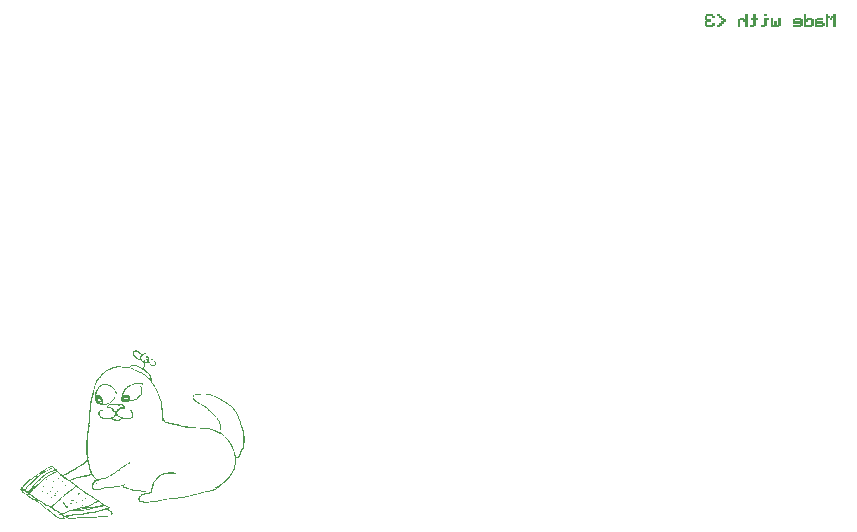
<source format=gbr>
%TF.GenerationSoftware,KiCad,Pcbnew,9.0.7-9.0.7~ubuntu24.04.1*%
%TF.CreationDate,2026-01-13T19:14:42-08:00*%
%TF.ProjectId,PIMU Suite,50494d55-2053-4756-9974-652e6b696361,4*%
%TF.SameCoordinates,Original*%
%TF.FileFunction,Legend,Bot*%
%TF.FilePolarity,Positive*%
%FSLAX46Y46*%
G04 Gerber Fmt 4.6, Leading zero omitted, Abs format (unit mm)*
G04 Created by KiCad (PCBNEW 9.0.7-9.0.7~ubuntu24.04.1) date 2026-01-13 19:14:42*
%MOMM*%
%LPD*%
G01*
G04 APERTURE LIST*
%ADD10C,0.200000*%
%ADD11C,0.000000*%
G04 APERTURE END LIST*
D10*
G36*
X181531263Y-74861263D02*
G01*
X181531263Y-73708436D01*
X181313459Y-73708436D01*
X181313459Y-73865790D01*
X181159281Y-73865790D01*
X181159281Y-74021067D01*
X181065919Y-74021067D01*
X181065919Y-73865790D01*
X180908871Y-73865790D01*
X180908871Y-73708436D01*
X180691067Y-73708436D01*
X180691067Y-74861263D01*
X180908871Y-74861263D01*
X180908871Y-74083593D01*
X181003698Y-74083593D01*
X181003698Y-74238871D01*
X181221502Y-74238871D01*
X181221502Y-74083593D01*
X181313459Y-74083593D01*
X181313459Y-74861263D01*
X181531263Y-74861263D01*
G37*
G36*
X180441939Y-74238871D02*
G01*
X179975863Y-74238871D01*
X179975863Y-74333698D01*
X180441939Y-74333698D01*
X180441939Y-74487144D01*
X180598255Y-74487144D01*
X180598255Y-74704947D01*
X180441939Y-74704947D01*
X180441939Y-74861263D01*
X179758060Y-74861263D01*
X179758060Y-74643459D01*
X179975863Y-74643459D01*
X180380451Y-74643459D01*
X180380451Y-74551502D01*
X179975863Y-74551502D01*
X179975863Y-74643459D01*
X179758060Y-74643459D01*
X179758060Y-74176589D01*
X179914375Y-74176589D01*
X179914375Y-74021067D01*
X180441939Y-74021067D01*
X180441939Y-74238871D01*
G37*
G36*
X179042855Y-74177383D02*
G01*
X179133775Y-74177383D01*
X179133775Y-74021067D01*
X179508932Y-74021067D01*
X179508932Y-74177383D01*
X179665247Y-74177383D01*
X179665247Y-74704947D01*
X179508932Y-74704947D01*
X179508932Y-74861263D01*
X178825052Y-74861263D01*
X178825052Y-74395186D01*
X179042855Y-74395186D01*
X179042855Y-74643459D01*
X179447444Y-74643459D01*
X179447444Y-74238871D01*
X179196484Y-74238871D01*
X179196484Y-74395186D01*
X179042855Y-74395186D01*
X178825052Y-74395186D01*
X178825052Y-73708436D01*
X179042855Y-73708436D01*
X179042855Y-74177383D01*
G37*
G36*
X178575924Y-74177383D02*
G01*
X178732240Y-74177383D01*
X178732240Y-74704947D01*
X178575924Y-74704947D01*
X178575924Y-74861263D01*
X177892044Y-74861263D01*
X177892044Y-74643459D01*
X178514436Y-74643459D01*
X178514436Y-74551502D01*
X177892044Y-74551502D01*
X177892044Y-74333698D01*
X178109848Y-74333698D01*
X178514436Y-74333698D01*
X178514436Y-74238871D01*
X178109848Y-74238871D01*
X178109848Y-74333698D01*
X177892044Y-74333698D01*
X177892044Y-74177383D01*
X178048360Y-74177383D01*
X178048360Y-74021067D01*
X178575924Y-74021067D01*
X178575924Y-74177383D01*
G37*
G36*
X176710642Y-74861263D02*
G01*
X176710642Y-74704947D01*
X176866224Y-74704947D01*
X176866224Y-74021067D01*
X176648421Y-74021067D01*
X176648421Y-74643459D01*
X176556463Y-74643459D01*
X176556463Y-74332233D01*
X176338660Y-74332233D01*
X176338660Y-74643459D01*
X176243832Y-74643459D01*
X176243832Y-74021067D01*
X176026029Y-74021067D01*
X176026029Y-74861263D01*
X176710642Y-74861263D01*
G37*
G36*
X175698743Y-73926240D02*
G01*
X175698743Y-73708436D01*
X175480940Y-73708436D01*
X175480940Y-73926240D01*
X175698743Y-73926240D01*
G37*
G36*
X175542428Y-74861263D02*
G01*
X175542428Y-74705680D01*
X175698743Y-74705680D01*
X175698743Y-74238871D01*
X175855059Y-74238871D01*
X175855059Y-74021067D01*
X175480940Y-74021067D01*
X175480940Y-74643459D01*
X175167271Y-74643459D01*
X175167271Y-74861263D01*
X175542428Y-74861263D01*
G37*
G36*
X174613328Y-74861263D02*
G01*
X174613328Y-74704947D01*
X174765736Y-74704947D01*
X174765736Y-74238871D01*
X174922051Y-74238871D01*
X174922051Y-74021067D01*
X174765736Y-74021067D01*
X174765736Y-73708436D01*
X174547932Y-73708436D01*
X174547932Y-74021067D01*
X174394487Y-74021067D01*
X174394487Y-74238871D01*
X174547932Y-74238871D01*
X174547932Y-74643459D01*
X174238171Y-74643459D01*
X174238171Y-74861263D01*
X174613328Y-74861263D01*
G37*
G36*
X174067201Y-74861263D02*
G01*
X174067201Y-73708436D01*
X173849398Y-73708436D01*
X173849398Y-74177383D01*
X173758478Y-74177383D01*
X173758478Y-74021067D01*
X173383321Y-74021067D01*
X173383321Y-74177383D01*
X173227006Y-74177383D01*
X173227006Y-74861263D01*
X173444809Y-74861263D01*
X173444809Y-74238871D01*
X173695769Y-74238871D01*
X173695769Y-74395186D01*
X173849398Y-74395186D01*
X173849398Y-74861263D01*
X174067201Y-74861263D01*
G37*
G36*
X171735109Y-74861263D02*
G01*
X171735109Y-74704947D01*
X171891425Y-74704947D01*
X171891425Y-74551502D01*
X172044870Y-74551502D01*
X172044870Y-74395186D01*
X172201186Y-74395186D01*
X172201186Y-74177383D01*
X172044870Y-74177383D01*
X172044870Y-74021067D01*
X171891425Y-74021067D01*
X171891425Y-73865790D01*
X171735109Y-73865790D01*
X171735109Y-73708436D01*
X171517306Y-73708436D01*
X171517306Y-73926240D01*
X171673621Y-73926240D01*
X171673621Y-74083593D01*
X171827067Y-74083593D01*
X171827067Y-74238871D01*
X171983382Y-74238871D01*
X171983382Y-74333698D01*
X171827067Y-74333698D01*
X171827067Y-74487144D01*
X171673621Y-74487144D01*
X171673621Y-74643459D01*
X171517306Y-74643459D01*
X171517306Y-74861263D01*
X171735109Y-74861263D01*
G37*
G36*
X171111863Y-74861263D02*
G01*
X171111863Y-74704947D01*
X171268178Y-74704947D01*
X171268178Y-74487144D01*
X171050375Y-74487144D01*
X171050375Y-74643459D01*
X170645786Y-74643459D01*
X170645786Y-74395186D01*
X170959455Y-74395186D01*
X170959455Y-74177383D01*
X170645786Y-74177383D01*
X170645786Y-73926240D01*
X171050375Y-73926240D01*
X171050375Y-74082555D01*
X171268178Y-74082555D01*
X171268178Y-73864752D01*
X171111863Y-73864752D01*
X171111863Y-73708436D01*
X170584298Y-73708436D01*
X170584298Y-73864752D01*
X170427983Y-73864752D01*
X170427983Y-74239909D01*
X170584298Y-74239909D01*
X170584298Y-74329790D01*
X170427983Y-74329790D01*
X170427983Y-74704947D01*
X170584298Y-74704947D01*
X170584298Y-74861263D01*
X171111863Y-74861263D01*
G37*
D11*
%TO.C,G\u002A\u002A\u002A*%
G36*
X117374553Y-114221707D02*
G01*
X117364228Y-114232032D01*
X117353903Y-114221707D01*
X117364228Y-114211382D01*
X117374553Y-114221707D01*
G37*
G36*
X115405881Y-113185745D02*
G01*
X115409112Y-113191956D01*
X115392114Y-113199512D01*
X115381182Y-113198022D01*
X115378347Y-113185745D01*
X115381374Y-113183274D01*
X115405881Y-113185745D01*
G37*
G36*
X115306200Y-113228440D02*
G01*
X115316034Y-113245814D01*
X115314393Y-113286329D01*
X115302502Y-113331804D01*
X115282113Y-113286111D01*
X115271547Y-113249466D01*
X115279173Y-113224125D01*
X115306200Y-113228440D01*
G37*
G36*
X114401231Y-113643704D02*
G01*
X114407748Y-113649376D01*
X114410338Y-113675898D01*
X114385319Y-113692475D01*
X114354168Y-113692536D01*
X114338943Y-113675690D01*
X114341483Y-113663402D01*
X114366872Y-113640940D01*
X114401231Y-113643704D01*
G37*
G36*
X115459001Y-113138161D02*
G01*
X115474716Y-113158211D01*
X115474116Y-113163147D01*
X115454065Y-113178862D01*
X115449129Y-113178262D01*
X115433415Y-113158211D01*
X115434015Y-113153275D01*
X115454065Y-113137561D01*
X115459001Y-113138161D01*
G37*
G36*
X117891565Y-114831280D02*
G01*
X117910165Y-114835507D01*
X117890813Y-114851545D01*
X117862145Y-114866755D01*
X117837521Y-114869787D01*
X117839187Y-114851545D01*
X117849531Y-114841733D01*
X117886869Y-114831210D01*
X117891565Y-114831280D01*
G37*
G36*
X114694062Y-113200262D02*
G01*
X114707951Y-113222119D01*
X114709431Y-113258717D01*
X114696884Y-113288997D01*
X114683394Y-113300082D01*
X114672137Y-113293171D01*
X114669350Y-113251138D01*
X114674477Y-113217184D01*
X114690000Y-113199512D01*
X114694062Y-113200262D01*
G37*
G36*
X115074101Y-114110327D02*
G01*
X115109424Y-114138911D01*
X115123659Y-114189557D01*
X115110431Y-114197760D01*
X115072033Y-114195786D01*
X115037419Y-114179206D01*
X115019764Y-114149182D01*
X115026448Y-114120759D01*
X115059498Y-114108130D01*
X115074101Y-114110327D01*
G37*
G36*
X116346915Y-113558881D02*
G01*
X116374282Y-113585092D01*
X116380042Y-113616291D01*
X116357520Y-113638988D01*
X116343517Y-113642896D01*
X116313301Y-113634087D01*
X116306440Y-113591463D01*
X116308992Y-113567924D01*
X116313763Y-113550569D01*
X116346915Y-113558881D01*
G37*
G36*
X114778238Y-113098658D02*
G01*
X114793086Y-113111962D01*
X114777714Y-113129515D01*
X114736464Y-113141805D01*
X114695408Y-113144746D01*
X114669948Y-113142054D01*
X114667626Y-113136016D01*
X114685272Y-113119539D01*
X114720124Y-113103772D01*
X114757114Y-113096576D01*
X114778238Y-113098658D01*
G37*
G36*
X114962327Y-114489269D02*
G01*
X114979106Y-114508068D01*
X114968969Y-114528887D01*
X114932642Y-114546435D01*
X114888261Y-114549423D01*
X114848576Y-114538670D01*
X114840433Y-114513431D01*
X114846388Y-114504086D01*
X114879000Y-114487934D01*
X114923302Y-114482777D01*
X114962327Y-114489269D01*
G37*
G36*
X115448705Y-114221707D02*
G01*
X115464132Y-114243070D01*
X115484111Y-114288821D01*
X115488676Y-114318838D01*
X115476107Y-114335284D01*
X115466542Y-114332365D01*
X115454065Y-114305998D01*
X115452271Y-114286307D01*
X115440701Y-114238884D01*
X115435550Y-114216152D01*
X115448705Y-114221707D01*
G37*
G36*
X117748016Y-115306328D02*
G01*
X117782345Y-115318849D01*
X117780281Y-115341995D01*
X117741098Y-115367161D01*
X117710210Y-115379399D01*
X117689472Y-115387146D01*
X117686469Y-115380149D01*
X117684309Y-115347154D01*
X117695452Y-115315533D01*
X117735935Y-115305854D01*
X117748016Y-115306328D01*
G37*
G36*
X118932820Y-113374211D02*
G01*
X118943984Y-113412900D01*
X118941083Y-113445302D01*
X118930217Y-113474851D01*
X118898950Y-113490595D01*
X118872183Y-113473619D01*
X118861382Y-113426667D01*
X118861808Y-113410675D01*
X118872452Y-113374451D01*
X118902683Y-113364715D01*
X118932820Y-113374211D01*
G37*
G36*
X115178064Y-114624692D02*
G01*
X115199400Y-114631146D01*
X115185610Y-114655366D01*
X115174466Y-114665523D01*
X115130957Y-114683083D01*
X115083767Y-114684556D01*
X115052833Y-114668039D01*
X115051583Y-114661824D01*
X115071302Y-114644413D01*
X115115722Y-114630558D01*
X115172651Y-114624672D01*
X115178064Y-114624692D01*
G37*
G36*
X116858293Y-115112149D02*
G01*
X116866141Y-115115512D01*
X116869871Y-115129353D01*
X116837642Y-115151737D01*
X116831062Y-115155321D01*
X116768825Y-115178953D01*
X116728247Y-115173932D01*
X116713740Y-115140650D01*
X116713984Y-115135173D01*
X116734110Y-115102890D01*
X116783599Y-115094942D01*
X116858293Y-115112149D01*
G37*
G36*
X116452782Y-113535081D02*
G01*
X116475257Y-113556129D01*
X116513456Y-113571219D01*
X116534266Y-113574627D01*
X116561646Y-113598883D01*
X116558155Y-113634314D01*
X116550816Y-113643519D01*
X116519866Y-113650681D01*
X116484968Y-113625028D01*
X116453830Y-113571219D01*
X116438896Y-113531950D01*
X116437431Y-113518355D01*
X116452782Y-113535081D01*
G37*
G36*
X114453415Y-114156024D02*
G01*
X114469320Y-114164238D01*
X114506036Y-114190653D01*
X114514772Y-114210896D01*
X114514124Y-114211815D01*
X114485902Y-114220660D01*
X114437466Y-114218007D01*
X114386403Y-114206305D01*
X114350301Y-114188001D01*
X114342844Y-114175963D01*
X114355257Y-114145507D01*
X114367013Y-114136840D01*
X114399532Y-114135079D01*
X114453415Y-114156024D01*
G37*
G36*
X116004395Y-113225830D02*
G01*
X116055176Y-113252300D01*
X116073577Y-113296569D01*
X116073581Y-113297855D01*
X116073113Y-113315211D01*
X116064510Y-113320574D01*
X116037391Y-113313687D01*
X115981373Y-113294296D01*
X115978801Y-113293395D01*
X115918799Y-113266637D01*
X115893827Y-113243165D01*
X115905180Y-113226500D01*
X115954149Y-113220163D01*
X116004395Y-113225830D01*
G37*
G36*
X117105549Y-114562258D02*
G01*
X117119366Y-114577157D01*
X117160244Y-114593234D01*
X117178826Y-114596731D01*
X117204130Y-114619228D01*
X117205060Y-114622531D01*
X117196550Y-114642003D01*
X117167720Y-114644191D01*
X117133000Y-114631190D01*
X117106824Y-114605097D01*
X117097871Y-114586883D01*
X117086943Y-114554944D01*
X117089412Y-114543707D01*
X117105549Y-114562258D01*
G37*
G36*
X114512169Y-113723610D02*
G01*
X114564825Y-113755301D01*
X114595374Y-113791067D01*
X114596098Y-113802518D01*
X114577523Y-113805752D01*
X114543716Y-113790938D01*
X114506340Y-113761898D01*
X114481602Y-113747353D01*
X114428901Y-113745648D01*
X114416039Y-113748208D01*
X114384760Y-113743859D01*
X114385752Y-113725618D01*
X114421298Y-113705525D01*
X114455853Y-113705059D01*
X114512169Y-113723610D01*
G37*
G36*
X115247113Y-113789733D02*
G01*
X115291209Y-113826307D01*
X115338411Y-113866800D01*
X115387530Y-113899620D01*
X115415810Y-113921327D01*
X115422218Y-113944337D01*
X115422074Y-113944560D01*
X115399720Y-113945295D01*
X115357972Y-113925321D01*
X115307290Y-113892166D01*
X115258137Y-113853361D01*
X115220973Y-113816433D01*
X115206260Y-113788912D01*
X115216275Y-113777206D01*
X115247113Y-113789733D01*
G37*
G36*
X115461935Y-114419036D02*
G01*
X115473061Y-114442046D01*
X115472640Y-114478778D01*
X115460078Y-114508242D01*
X115452320Y-114513877D01*
X115415371Y-114518630D01*
X115378123Y-114505316D01*
X115361138Y-114479837D01*
X115363880Y-114465530D01*
X115385231Y-114448862D01*
X115391249Y-114448437D01*
X115424810Y-114433374D01*
X115427883Y-114430583D01*
X115457507Y-114417886D01*
X115461935Y-114419036D01*
G37*
G36*
X115662702Y-114046673D02*
G01*
X115675666Y-114069003D01*
X115685832Y-114111138D01*
X115689893Y-114154504D01*
X115684544Y-114180524D01*
X115656523Y-114192052D01*
X115617323Y-114181192D01*
X115592627Y-114149402D01*
X115589981Y-114125840D01*
X115601934Y-114120504D01*
X115616953Y-114118739D01*
X115633392Y-114089557D01*
X115643470Y-114063398D01*
X115660634Y-114046179D01*
X115662702Y-114046673D01*
G37*
G36*
X114692247Y-114233036D02*
G01*
X114732514Y-114248276D01*
X114787239Y-114277325D01*
X114846202Y-114313612D01*
X114899180Y-114350567D01*
X114935953Y-114381620D01*
X114946298Y-114400200D01*
X114930874Y-114406451D01*
X114888947Y-114397489D01*
X114833949Y-114372101D01*
X114777712Y-114334872D01*
X114730320Y-114306282D01*
X114687215Y-114293984D01*
X114665732Y-114288682D01*
X114648699Y-114263008D01*
X114654292Y-114246523D01*
X114684838Y-114232137D01*
X114692247Y-114233036D01*
G37*
G36*
X115699026Y-112965720D02*
G01*
X115746749Y-112993619D01*
X115763821Y-113044780D01*
X115763821Y-113095098D01*
X115669329Y-113044856D01*
X115614479Y-113018485D01*
X115570633Y-113007792D01*
X115538852Y-113017086D01*
X115533987Y-113019932D01*
X115494796Y-113027226D01*
X115442328Y-113006837D01*
X115381789Y-112974116D01*
X115464390Y-112975947D01*
X115470843Y-112976050D01*
X115547028Y-112973331D01*
X115616686Y-112965397D01*
X115625893Y-112963911D01*
X115699026Y-112965720D01*
G37*
G36*
X117794571Y-114887968D02*
G01*
X117756586Y-114920850D01*
X117748932Y-114927171D01*
X117696622Y-114966018D01*
X117653334Y-114992011D01*
X117649011Y-114994006D01*
X117599258Y-115016708D01*
X117539756Y-115043585D01*
X117488356Y-115065395D01*
X117448671Y-115077151D01*
X117436504Y-115070743D01*
X117446201Y-115060707D01*
X117484043Y-115034931D01*
X117541301Y-115000115D01*
X117608097Y-114961879D01*
X117674550Y-114925840D01*
X117730781Y-114897617D01*
X117766911Y-114882830D01*
X117780877Y-114879105D01*
X117802173Y-114875878D01*
X117794571Y-114887968D01*
G37*
G36*
X118076134Y-114720960D02*
G01*
X118067090Y-114743665D01*
X118034788Y-114769253D01*
X118010858Y-114787615D01*
X118004258Y-114810030D01*
X118002995Y-114820400D01*
X117975290Y-114825358D01*
X117952685Y-114819619D01*
X117938706Y-114800794D01*
X117931485Y-114787540D01*
X117897842Y-114779268D01*
X117871669Y-114777004D01*
X117841907Y-114766389D01*
X117835927Y-114753511D01*
X117861558Y-114745630D01*
X117864253Y-114745448D01*
X117948125Y-114738378D01*
X118002916Y-114729846D01*
X118040529Y-114718013D01*
X118060663Y-114712359D01*
X118076134Y-114720960D01*
G37*
G36*
X116957180Y-114839962D02*
G01*
X117008280Y-114870172D01*
X117073776Y-114915472D01*
X117145555Y-114969507D01*
X117215504Y-115025922D01*
X117275511Y-115078363D01*
X117317465Y-115120476D01*
X117333252Y-115145905D01*
X117331743Y-115152699D01*
X117310061Y-115157349D01*
X117269590Y-115140371D01*
X117219272Y-115106408D01*
X117168049Y-115060105D01*
X117086773Y-114990541D01*
X116974217Y-114933400D01*
X116857592Y-114913496D01*
X116848476Y-114913410D01*
X116793533Y-114905731D01*
X116775691Y-114885102D01*
X116780126Y-114874609D01*
X116813453Y-114853441D01*
X116868248Y-114837310D01*
X116931104Y-114830894D01*
X116957180Y-114839962D01*
G37*
G36*
X116159158Y-115059540D02*
G01*
X116197464Y-115076057D01*
X116242821Y-115114458D01*
X116299994Y-115179235D01*
X116373749Y-115274878D01*
X116427425Y-115343842D01*
X116489070Y-115417283D01*
X116540976Y-115473555D01*
X116572611Y-115507065D01*
X116595529Y-115541887D01*
X116587507Y-115557931D01*
X116562061Y-115556624D01*
X116508756Y-115537885D01*
X116443700Y-115505619D01*
X116379032Y-115466007D01*
X116326890Y-115425230D01*
X116294180Y-115385201D01*
X116280042Y-115348717D01*
X116269739Y-115327503D01*
X116232740Y-115289069D01*
X116178102Y-115246729D01*
X116133375Y-115214015D01*
X116086952Y-115173994D01*
X116064209Y-115146022D01*
X116064330Y-115107353D01*
X116093805Y-115072407D01*
X116143654Y-115058049D01*
X116159158Y-115059540D01*
G37*
G36*
X117498665Y-114270956D02*
G01*
X117538585Y-114286002D01*
X117630592Y-114342044D01*
X117709643Y-114417504D01*
X117761718Y-114500165D01*
X117764524Y-114506800D01*
X117794159Y-114565268D01*
X117823794Y-114608902D01*
X117839921Y-114632999D01*
X117832789Y-114645041D01*
X117813331Y-114635601D01*
X117786617Y-114601975D01*
X117762969Y-114564207D01*
X117724770Y-114514211D01*
X117693436Y-114477573D01*
X117659327Y-114436541D01*
X117651446Y-114428047D01*
X117609373Y-114393472D01*
X117554305Y-114356838D01*
X117475927Y-114310105D01*
X117451688Y-114374321D01*
X117430630Y-114419418D01*
X117407403Y-114437126D01*
X117384074Y-114416585D01*
X117382872Y-114394672D01*
X117403224Y-114358482D01*
X117423706Y-114325415D01*
X117411786Y-114298176D01*
X117398783Y-114281738D01*
X117401701Y-114261892D01*
X117436541Y-114257814D01*
X117498665Y-114270956D01*
G37*
G36*
X121790015Y-106313479D02*
G01*
X121783285Y-106352406D01*
X121780861Y-106366428D01*
X121781999Y-106408825D01*
X121794252Y-106426179D01*
X121832599Y-106420568D01*
X121902305Y-106402900D01*
X121989343Y-106376652D01*
X122082571Y-106345398D01*
X122170848Y-106312713D01*
X122243035Y-106282172D01*
X122256263Y-106275763D01*
X122376599Y-106199882D01*
X122494632Y-106097797D01*
X122597927Y-105981593D01*
X122674051Y-105863351D01*
X122678108Y-105855315D01*
X122701527Y-105805176D01*
X122715458Y-105761043D01*
X122721458Y-105711120D01*
X122721089Y-105643613D01*
X122715907Y-105546729D01*
X122712648Y-105502127D01*
X122701800Y-105405382D01*
X122687847Y-105327265D01*
X122672622Y-105279112D01*
X122657039Y-105232544D01*
X122660899Y-105193492D01*
X122682624Y-105176690D01*
X122717574Y-105191214D01*
X122739967Y-105215204D01*
X122762433Y-105259071D01*
X122779833Y-105324191D01*
X122793840Y-105417246D01*
X122806126Y-105544919D01*
X122824324Y-105768457D01*
X122758760Y-105893533D01*
X122722186Y-105959732D01*
X122684201Y-106017219D01*
X122638523Y-106072316D01*
X122577144Y-106134638D01*
X122492057Y-106213801D01*
X122488945Y-106216602D01*
X122426802Y-106264110D01*
X122346058Y-106315272D01*
X122257192Y-106364606D01*
X122170680Y-106406631D01*
X122097000Y-106435866D01*
X122046630Y-106446829D01*
X122025017Y-106449154D01*
X121988886Y-106464212D01*
X121981671Y-106469235D01*
X121932676Y-106487805D01*
X121853164Y-106506708D01*
X121751478Y-106524427D01*
X121635963Y-106539449D01*
X121514960Y-106550259D01*
X121459168Y-106554054D01*
X121372434Y-106560010D01*
X121304419Y-106564749D01*
X121266368Y-106567493D01*
X121253093Y-106567500D01*
X121187750Y-106550388D01*
X121114716Y-106512496D01*
X121051914Y-106465084D01*
X121590992Y-106465084D01*
X121598698Y-106462716D01*
X121631580Y-106453653D01*
X121653945Y-106439664D01*
X121677224Y-106400162D01*
X121681549Y-106381821D01*
X121682305Y-106352406D01*
X121664978Y-106359907D01*
X121629383Y-106404339D01*
X121620908Y-106416368D01*
X121597233Y-106451957D01*
X121590992Y-106465084D01*
X121051914Y-106465084D01*
X121048830Y-106462756D01*
X121004928Y-106410102D01*
X120993032Y-106387596D01*
X120980887Y-106355159D01*
X120979642Y-106320177D01*
X120989660Y-106270324D01*
X121008999Y-106201474D01*
X121241692Y-106201474D01*
X121249519Y-106234911D01*
X121272927Y-106245693D01*
X121292283Y-106251348D01*
X121318891Y-106281831D01*
X121319560Y-106283064D01*
X121341741Y-106307620D01*
X121380729Y-106319142D01*
X121448572Y-106321296D01*
X121480971Y-106320507D01*
X121555151Y-106314350D01*
X121595621Y-106301464D01*
X121607886Y-106280435D01*
X121607874Y-106279969D01*
X121588421Y-106256419D01*
X121537592Y-106226552D01*
X121463728Y-106194521D01*
X121375170Y-106164484D01*
X121361584Y-106160504D01*
X121303700Y-106146380D01*
X121271476Y-106146717D01*
X121253941Y-106161221D01*
X121253250Y-106162315D01*
X121241692Y-106201474D01*
X121008999Y-106201474D01*
X121011302Y-106193273D01*
X121035832Y-106107672D01*
X121059181Y-106023946D01*
X121075912Y-105961545D01*
X121079547Y-105947698D01*
X121097842Y-105884451D01*
X121113823Y-105837642D01*
X121128053Y-105794192D01*
X121142564Y-105734390D01*
X121151990Y-105704285D01*
X121195435Y-105626605D01*
X121270794Y-105526898D01*
X121377032Y-105406614D01*
X121424674Y-105356968D01*
X121485139Y-105300155D01*
X121548219Y-105250377D01*
X121621043Y-105203116D01*
X121710740Y-105153853D01*
X121824439Y-105098071D01*
X121969268Y-105031251D01*
X121969359Y-105031211D01*
X122024800Y-105014711D01*
X122113352Y-104998552D01*
X122226847Y-104983658D01*
X122357120Y-104970955D01*
X122496003Y-104961368D01*
X122635331Y-104955820D01*
X122638059Y-104955756D01*
X122739477Y-104955533D01*
X122808059Y-104962500D01*
X122851897Y-104979813D01*
X122879084Y-105010625D01*
X122897712Y-105058089D01*
X122899106Y-105063250D01*
X122895583Y-105097674D01*
X122869574Y-105104781D01*
X122831566Y-105080948D01*
X122825817Y-105077322D01*
X122783124Y-105067849D01*
X122709385Y-105061732D01*
X122612320Y-105059079D01*
X122499649Y-105059996D01*
X122379094Y-105064592D01*
X122258374Y-105072973D01*
X122162356Y-105087405D01*
X122026096Y-105121504D01*
X121887041Y-105168573D01*
X121762764Y-105223284D01*
X121649403Y-105293373D01*
X121529901Y-105389810D01*
X121418743Y-105500364D01*
X121325881Y-105615095D01*
X121261268Y-105724065D01*
X121257844Y-105731739D01*
X121236462Y-105786723D01*
X121214551Y-105851996D01*
X121195789Y-105915288D01*
X121183858Y-105964332D01*
X121182437Y-105986858D01*
X121191511Y-105985816D01*
X121229790Y-105974157D01*
X121286901Y-105953597D01*
X121332193Y-105938722D01*
X121399339Y-105928184D01*
X121472173Y-105933744D01*
X121560921Y-105956564D01*
X121675806Y-105997805D01*
X121695007Y-106005383D01*
X121755457Y-106033461D01*
X121785089Y-106058251D01*
X121791364Y-106085410D01*
X121792560Y-106125867D01*
X121803110Y-106183490D01*
X121809469Y-106230091D01*
X121802756Y-106276417D01*
X121801375Y-106280435D01*
X121790015Y-106313479D01*
G37*
G36*
X119326161Y-106079408D02*
G01*
X119387035Y-106164075D01*
X119445956Y-106250636D01*
X119465438Y-106279258D01*
X119468404Y-106283830D01*
X119484683Y-106318940D01*
X119494009Y-106366434D01*
X119494754Y-106381104D01*
X119497535Y-106435902D01*
X119496414Y-106536932D01*
X119496287Y-106541913D01*
X119491220Y-106740612D01*
X119615122Y-106727622D01*
X119645245Y-106724143D01*
X119755204Y-106703940D01*
X119857128Y-106670006D01*
X119963607Y-106617365D01*
X120087233Y-106541041D01*
X120200312Y-106459005D01*
X120316156Y-106353337D01*
X120400803Y-106247856D01*
X120449798Y-106147398D01*
X120450112Y-106146380D01*
X120473020Y-106072097D01*
X120487094Y-106030406D01*
X120496124Y-106014657D01*
X120503900Y-106018205D01*
X120514209Y-106034400D01*
X120525992Y-106058476D01*
X120533381Y-106134523D01*
X120507776Y-106224512D01*
X120451090Y-106323409D01*
X120365239Y-106426179D01*
X120285852Y-106496824D01*
X120180985Y-106573077D01*
X120063243Y-106646800D01*
X119943477Y-106711672D01*
X119832540Y-106761374D01*
X119741284Y-106789585D01*
X119707876Y-106795996D01*
X119619248Y-106809691D01*
X119540742Y-106814156D01*
X119455501Y-106809690D01*
X119346667Y-106796592D01*
X119268708Y-106786521D01*
X119202552Y-106779086D01*
X119162914Y-106775949D01*
X119112344Y-106765532D01*
X119032694Y-106722015D01*
X118949090Y-106648891D01*
X118941567Y-106640012D01*
X119216257Y-106640012D01*
X119245104Y-106661449D01*
X119262149Y-106667526D01*
X119287343Y-106673984D01*
X119291497Y-106673155D01*
X119320018Y-106652183D01*
X119355414Y-106613688D01*
X119385551Y-106572117D01*
X119398293Y-106541913D01*
X119397976Y-106533009D01*
X119385325Y-106503794D01*
X119357348Y-106509916D01*
X119318357Y-106550892D01*
X119312259Y-106558796D01*
X119310808Y-106560241D01*
X119274265Y-106596638D01*
X119242797Y-106612032D01*
X119218453Y-106619013D01*
X119216257Y-106640012D01*
X118941567Y-106640012D01*
X118920763Y-106615456D01*
X118871878Y-106528039D01*
X118863697Y-106500499D01*
X118990128Y-106500499D01*
X118997333Y-106536800D01*
X119006713Y-106554162D01*
X119029521Y-106570732D01*
X119036415Y-106560241D01*
X119025639Y-106527662D01*
X119002674Y-106497103D01*
X118990128Y-106500499D01*
X118863697Y-106500499D01*
X118838443Y-106415490D01*
X118820197Y-106279845D01*
X119049209Y-106279845D01*
X119061679Y-106333485D01*
X119087818Y-106393825D01*
X119123097Y-106447324D01*
X119137321Y-106463070D01*
X119191108Y-106501457D01*
X119238611Y-106502462D01*
X119275420Y-106465556D01*
X119286764Y-106439244D01*
X119287630Y-106381104D01*
X119249704Y-106329386D01*
X119171757Y-106281915D01*
X119128141Y-106263090D01*
X119079537Y-106246912D01*
X119055656Y-106245672D01*
X119054937Y-106246443D01*
X119049209Y-106279845D01*
X118820197Y-106279845D01*
X118819277Y-106273002D01*
X118814649Y-106138053D01*
X119086806Y-106138053D01*
X119101193Y-106152782D01*
X119153406Y-106173242D01*
X119176952Y-106181669D01*
X119236696Y-106207930D01*
X119276016Y-106232122D01*
X119288594Y-106242624D01*
X119319720Y-106260280D01*
X119326528Y-106250636D01*
X119303404Y-106216825D01*
X119270787Y-106187288D01*
X119209084Y-106150600D01*
X119146243Y-106129329D01*
X119097772Y-106130024D01*
X119086806Y-106138053D01*
X118814649Y-106138053D01*
X118813199Y-106095772D01*
X118813225Y-106075891D01*
X118814761Y-105972152D01*
X118820426Y-105892385D01*
X118832667Y-105821673D01*
X118853928Y-105745101D01*
X118886655Y-105647753D01*
X118926130Y-105544010D01*
X118980261Y-105429395D01*
X119032904Y-105348322D01*
X119037965Y-105342199D01*
X119096955Y-105276727D01*
X119155621Y-105220556D01*
X119205406Y-105181283D01*
X119237751Y-105166504D01*
X119248155Y-105162965D01*
X119285810Y-105141320D01*
X119336902Y-105106521D01*
X119386805Y-105074820D01*
X119514766Y-105026561D01*
X119661768Y-105012884D01*
X119829039Y-105033758D01*
X120017805Y-105089150D01*
X120058852Y-105104852D01*
X120151087Y-105148572D01*
X120232817Y-105203223D01*
X120311460Y-105275220D01*
X120394428Y-105370978D01*
X120489138Y-105496910D01*
X120527978Y-105550698D01*
X120577351Y-105618541D01*
X120614619Y-105669109D01*
X120633808Y-105694253D01*
X120655931Y-105732681D01*
X120676974Y-105793437D01*
X120688935Y-105854495D01*
X120686960Y-105897314D01*
X120684258Y-105903645D01*
X120661373Y-105924918D01*
X120635811Y-105910126D01*
X120614551Y-105862613D01*
X120609482Y-105847870D01*
X120579791Y-105788448D01*
X120530973Y-105707441D01*
X120468065Y-105612556D01*
X120396104Y-105511504D01*
X120320126Y-105411991D01*
X120295867Y-105383021D01*
X120168566Y-105269418D01*
X120015493Y-105186017D01*
X119840165Y-105134363D01*
X119646098Y-105115999D01*
X119590902Y-105116136D01*
X119527668Y-105120411D01*
X119476141Y-105133668D01*
X119420936Y-105160508D01*
X119346667Y-105205530D01*
X119333076Y-105214131D01*
X119258235Y-105264641D01*
X119193537Y-105313068D01*
X119151708Y-105349984D01*
X119128154Y-105378962D01*
X119085349Y-105444099D01*
X119041571Y-105522003D01*
X119002844Y-105600925D01*
X118975191Y-105669119D01*
X118964634Y-105714838D01*
X118959776Y-105759822D01*
X118945721Y-105819073D01*
X118940065Y-105839418D01*
X118925888Y-105906866D01*
X118914559Y-105981271D01*
X118902311Y-106083599D01*
X118947005Y-106034804D01*
X119057013Y-106034804D01*
X119067211Y-106048973D01*
X119109187Y-106054471D01*
X119112240Y-106054452D01*
X119152661Y-106048373D01*
X119160813Y-106033821D01*
X119148210Y-106022937D01*
X119109187Y-106013171D01*
X119086774Y-106016293D01*
X119057561Y-106033821D01*
X119057013Y-106034804D01*
X118947005Y-106034804D01*
X118972396Y-106007084D01*
X118989975Y-105988923D01*
X119058053Y-105941198D01*
X119128583Y-105932101D01*
X119209548Y-105960050D01*
X119210119Y-105960347D01*
X119241563Y-105982359D01*
X119278957Y-106020441D01*
X119289668Y-106033821D01*
X119326161Y-106079408D01*
G37*
G36*
X121354372Y-107060841D02*
G01*
X121319016Y-107117754D01*
X121300210Y-107132146D01*
X121266443Y-107144577D01*
X121215634Y-107147250D01*
X121135922Y-107141717D01*
X121065536Y-107137892D01*
X120987776Y-107140133D01*
X120934345Y-107149371D01*
X120906812Y-107163597D01*
X120851977Y-107211719D01*
X120804528Y-107274164D01*
X120778064Y-107334797D01*
X120776730Y-107339291D01*
X120753949Y-107376094D01*
X120714756Y-107419240D01*
X120705453Y-107428200D01*
X120671642Y-107465057D01*
X120657968Y-107487593D01*
X120665344Y-107503722D01*
X120692116Y-107544857D01*
X120731727Y-107599077D01*
X120760294Y-107633651D01*
X120852488Y-107720658D01*
X120955285Y-107789956D01*
X121054855Y-107831592D01*
X121086811Y-107840295D01*
X121159134Y-107860995D01*
X121236179Y-107883929D01*
X121280761Y-107896705D01*
X121321271Y-107906088D01*
X121399839Y-107924286D01*
X121515875Y-107942981D01*
X121616914Y-107951130D01*
X121691003Y-107947074D01*
X121717791Y-107938999D01*
X121782410Y-107905378D01*
X121844873Y-107858077D01*
X121852958Y-107850618D01*
X121894205Y-107808778D01*
X121917393Y-107770473D01*
X121928819Y-107720761D01*
X121934777Y-107644699D01*
X121935174Y-107637408D01*
X121935805Y-107549985D01*
X121924993Y-107484409D01*
X121900011Y-107423317D01*
X121887567Y-107400731D01*
X121853917Y-107352553D01*
X121825595Y-107327666D01*
X121817027Y-107323523D01*
X121795800Y-107295841D01*
X121800657Y-107266093D01*
X121830446Y-107252195D01*
X121855709Y-107255001D01*
X121918355Y-107288565D01*
X121971051Y-107355971D01*
X122010510Y-107452049D01*
X122033448Y-107571629D01*
X122035012Y-107588953D01*
X122029028Y-107707674D01*
X121989999Y-107811798D01*
X121915174Y-107906368D01*
X121801802Y-107996429D01*
X121765464Y-108010168D01*
X121690360Y-108019461D01*
X121592103Y-108020007D01*
X121480208Y-108012509D01*
X121364187Y-107997671D01*
X121253555Y-107976197D01*
X121157826Y-107948791D01*
X121139997Y-107942721D01*
X121101190Y-107935947D01*
X121069673Y-107949983D01*
X121028537Y-107990251D01*
X120994930Y-108024400D01*
X120920020Y-108090220D01*
X120848698Y-108140878D01*
X120792195Y-108167930D01*
X120761835Y-108173005D01*
X120695005Y-108175169D01*
X120616570Y-108171271D01*
X120539754Y-108162543D01*
X120477778Y-108150214D01*
X120443865Y-108135514D01*
X120432453Y-108126245D01*
X120385900Y-108098619D01*
X120325424Y-108070267D01*
X120298716Y-108059088D01*
X120240350Y-108033863D01*
X120202176Y-108016263D01*
X120186462Y-108012496D01*
X120133444Y-108009349D01*
X120056358Y-108010260D01*
X119965894Y-108015272D01*
X119885637Y-108020237D01*
X119686525Y-108020274D01*
X119520358Y-107999320D01*
X119384647Y-107956387D01*
X119374718Y-107950314D01*
X120349014Y-107950314D01*
X120356395Y-107958963D01*
X120392032Y-107981858D01*
X120447103Y-108009979D01*
X120553014Y-108048498D01*
X120666945Y-108067665D01*
X120765187Y-108060717D01*
X120786250Y-108053074D01*
X120841992Y-108021081D01*
X120899414Y-107976662D01*
X120978049Y-107906088D01*
X120916098Y-107889522D01*
X120895879Y-107881499D01*
X120838148Y-107844952D01*
X120769082Y-107789060D01*
X120698812Y-107722403D01*
X120637471Y-107653562D01*
X120623081Y-107636245D01*
X120607583Y-107627224D01*
X120599818Y-107650387D01*
X120593494Y-107668760D01*
X120573852Y-107685854D01*
X120570204Y-107686206D01*
X120554716Y-107705072D01*
X120553346Y-107714569D01*
X120532372Y-107759199D01*
X120493910Y-107814139D01*
X120448079Y-107866094D01*
X120405000Y-107901767D01*
X120402312Y-107903404D01*
X120364260Y-107930904D01*
X120349014Y-107950314D01*
X119374718Y-107950314D01*
X119276904Y-107890490D01*
X119194644Y-107800641D01*
X119135377Y-107685854D01*
X119130483Y-107672858D01*
X119093763Y-107555788D01*
X119083009Y-107464463D01*
X119099667Y-107391964D01*
X119145179Y-107331370D01*
X119220992Y-107275762D01*
X119250798Y-107258773D01*
X119335195Y-107223208D01*
X119405006Y-107212383D01*
X119454247Y-107226530D01*
X119476932Y-107265879D01*
X119477432Y-107269542D01*
X119476073Y-107295977D01*
X119455341Y-107304480D01*
X119404655Y-107300051D01*
X119392728Y-107298638D01*
X119326814Y-107302320D01*
X119270813Y-107333082D01*
X119226838Y-107379305D01*
X119202231Y-107444708D01*
X119205535Y-107528792D01*
X119236005Y-107638089D01*
X119247377Y-107669239D01*
X119278922Y-107739415D01*
X119313969Y-107786302D01*
X119361239Y-107822762D01*
X119364088Y-107824554D01*
X119460659Y-107876463D01*
X119560334Y-107909907D01*
X119675475Y-107927875D01*
X119818448Y-107933358D01*
X119959875Y-107927383D01*
X120108852Y-107906302D01*
X120237053Y-107871779D01*
X120337893Y-107825650D01*
X120404787Y-107769754D01*
X120422083Y-107744404D01*
X120454037Y-107688941D01*
X120489200Y-107621560D01*
X120521649Y-107554207D01*
X120545462Y-107498827D01*
X120554716Y-107467367D01*
X120554695Y-107466693D01*
X120535780Y-107444600D01*
X120492077Y-107427573D01*
X120481393Y-107424821D01*
X120405967Y-107385961D01*
X120334058Y-107319685D01*
X120277919Y-107236902D01*
X120276526Y-107234170D01*
X120219753Y-107157117D01*
X120146748Y-107117546D01*
X120054649Y-107113881D01*
X119973609Y-107114237D01*
X119898513Y-107086706D01*
X119850299Y-107031832D01*
X119833295Y-106952764D01*
X119834552Y-106945827D01*
X119940785Y-106945827D01*
X119949524Y-106978474D01*
X119990551Y-106995864D01*
X120067865Y-107001074D01*
X120148338Y-107007344D01*
X120244517Y-107040415D01*
X120322129Y-107105769D01*
X120387913Y-107207758D01*
X120428481Y-107267408D01*
X120495103Y-107311867D01*
X120498310Y-107312975D01*
X120549645Y-107328230D01*
X120583610Y-107334169D01*
X120623675Y-107322621D01*
X120661798Y-107297042D01*
X120678618Y-107269956D01*
X120685495Y-107246878D01*
X120714569Y-107198359D01*
X120757609Y-107142515D01*
X120804970Y-107091514D01*
X120847008Y-107057524D01*
X120890239Y-107040561D01*
X120967559Y-107028776D01*
X121079325Y-107025041D01*
X121099728Y-107024983D01*
X121188082Y-107021867D01*
X121239356Y-107011612D01*
X121257012Y-106990921D01*
X121244513Y-106956497D01*
X121205320Y-106905043D01*
X121140772Y-106853750D01*
X121052139Y-106825561D01*
X120958635Y-106830397D01*
X120923394Y-106846248D01*
X120905773Y-106871010D01*
X120898888Y-106891296D01*
X120866935Y-106911476D01*
X120825061Y-106913278D01*
X120791380Y-106893191D01*
X120785335Y-106885973D01*
X120729095Y-106851123D01*
X120635988Y-106824614D01*
X120509176Y-106807121D01*
X120351820Y-106799319D01*
X120234588Y-106800158D01*
X120122077Y-106810021D01*
X120040833Y-106830978D01*
X119985797Y-106864453D01*
X119951912Y-106911869D01*
X119940785Y-106945827D01*
X119834552Y-106945827D01*
X119843816Y-106894699D01*
X119890610Y-106827206D01*
X119976504Y-106767775D01*
X119977796Y-106767099D01*
X120050388Y-106742891D01*
X120152652Y-106726518D01*
X120273900Y-106718324D01*
X120403443Y-106718654D01*
X120530594Y-106727852D01*
X120644663Y-106746262D01*
X120717119Y-106760637D01*
X120791301Y-106768651D01*
X120828766Y-106761652D01*
X120832714Y-106758869D01*
X120884050Y-106742339D01*
X120959659Y-106736469D01*
X121045776Y-106740680D01*
X121128636Y-106754393D01*
X121194475Y-106777030D01*
X121212248Y-106786830D01*
X121283872Y-106844671D01*
X121333580Y-106915492D01*
X121358154Y-106990484D01*
X121358131Y-106990921D01*
X121354372Y-107060841D01*
G37*
G36*
X122880845Y-102593073D02*
G01*
X122863841Y-102631406D01*
X122852621Y-102660167D01*
X122815935Y-102685214D01*
X122757134Y-102708637D01*
X122716847Y-102755797D01*
X122710404Y-102816449D01*
X122721826Y-102854982D01*
X122764307Y-102938967D01*
X122823828Y-103020087D01*
X122888911Y-103081311D01*
X122953846Y-103127548D01*
X122949816Y-103068042D01*
X122947445Y-103004241D01*
X122953996Y-102965637D01*
X122973657Y-102957887D01*
X123009853Y-102975726D01*
X123014745Y-102979796D01*
X123036160Y-103017481D01*
X123051391Y-103073499D01*
X123063387Y-103124961D01*
X123085128Y-103150089D01*
X123127688Y-103159306D01*
X123161965Y-103159837D01*
X123210960Y-103142670D01*
X123227257Y-103104854D01*
X123207299Y-103051219D01*
X123207273Y-103051180D01*
X123177388Y-103013769D01*
X123154292Y-102998211D01*
X123143679Y-102990482D01*
X123136016Y-102956910D01*
X123138725Y-102936721D01*
X123159443Y-102917411D01*
X123193985Y-102928994D01*
X123234423Y-102970384D01*
X123264877Y-103003385D01*
X123295140Y-103013963D01*
X123314017Y-102996130D01*
X123319163Y-102956729D01*
X123308234Y-102902607D01*
X123278885Y-102840608D01*
X123252001Y-102804570D01*
X123215943Y-102775817D01*
X123188332Y-102773939D01*
X123177317Y-102802032D01*
X123175247Y-102816250D01*
X123158876Y-102833008D01*
X123140538Y-102822141D01*
X123122397Y-102780232D01*
X123115366Y-102717742D01*
X123118210Y-102690499D01*
X123137462Y-102672039D01*
X123185503Y-102667805D01*
X123222052Y-102672314D01*
X123291104Y-102707693D01*
X123346513Y-102771077D01*
X123383705Y-102853865D01*
X123398106Y-102947454D01*
X123385143Y-103043244D01*
X123360471Y-103125593D01*
X123469689Y-103242593D01*
X123475365Y-103248648D01*
X123575994Y-103345289D01*
X123662552Y-103405229D01*
X123737784Y-103429378D01*
X123804433Y-103418649D01*
X123865242Y-103373951D01*
X123871431Y-103367329D01*
X123914163Y-103301787D01*
X123920737Y-103235017D01*
X123890461Y-103162221D01*
X123822642Y-103078604D01*
X123771657Y-103029214D01*
X123708618Y-102984216D01*
X123648867Y-102964145D01*
X123603857Y-102959216D01*
X123576710Y-102967143D01*
X123566265Y-102994400D01*
X123564367Y-103004681D01*
X123552217Y-103024894D01*
X123524003Y-103010607D01*
X123507950Y-102997417D01*
X123500053Y-102974992D01*
X123520011Y-102939725D01*
X123529737Y-102927597D01*
X123579120Y-102899459D01*
X123648746Y-102902588D01*
X123742036Y-102936940D01*
X123759673Y-102945716D01*
X123846698Y-103003384D01*
X123922141Y-103075587D01*
X123979684Y-103154031D01*
X124013010Y-103230420D01*
X124015802Y-103296456D01*
X124015227Y-103298625D01*
X123985882Y-103355725D01*
X123934396Y-103418308D01*
X123874109Y-103472360D01*
X123818364Y-103503866D01*
X123760246Y-103511820D01*
X123668703Y-103489479D01*
X123566884Y-103427424D01*
X123454598Y-103325563D01*
X123439571Y-103310013D01*
X123380306Y-103249921D01*
X123340773Y-103214620D01*
X123313754Y-103199801D01*
X123292029Y-103201153D01*
X123268379Y-103214364D01*
X123262008Y-103218154D01*
X123205026Y-103237950D01*
X123138384Y-103246016D01*
X123129018Y-103246021D01*
X123093778Y-103247802D01*
X123069200Y-103257378D01*
X123052120Y-103281386D01*
X123039371Y-103326462D01*
X123027790Y-103399242D01*
X123014210Y-103506362D01*
X123001763Y-103586292D01*
X122986404Y-103655671D01*
X122971526Y-103698992D01*
X122956067Y-103749424D01*
X122969460Y-103788690D01*
X123011466Y-103803577D01*
X123036083Y-103807348D01*
X123053415Y-103823259D01*
X123054024Y-103826193D01*
X123076310Y-103848881D01*
X123120722Y-103874879D01*
X123199417Y-103920251D01*
X123286023Y-103993587D01*
X123368669Y-104092569D01*
X123451385Y-104222145D01*
X123538204Y-104387265D01*
X123589233Y-104494116D01*
X123631353Y-104590716D01*
X123654652Y-104658893D01*
X123654832Y-104660345D01*
X123660090Y-104702642D01*
X123648627Y-104725961D01*
X123621223Y-104732845D01*
X123616009Y-104733178D01*
X123602122Y-104749466D01*
X123619191Y-104788175D01*
X123666076Y-104846423D01*
X123679014Y-104861195D01*
X123739836Y-104943063D01*
X123810069Y-105054162D01*
X123884997Y-105187154D01*
X123924392Y-105260293D01*
X123975676Y-105354509D01*
X124019995Y-105434959D01*
X124034267Y-105462030D01*
X124073527Y-105545490D01*
X124115889Y-105645080D01*
X124154377Y-105744715D01*
X124168714Y-105783605D01*
X124209748Y-105890184D01*
X124251543Y-105993281D01*
X124286966Y-106075122D01*
X124349851Y-106225210D01*
X124416081Y-106426822D01*
X124455394Y-106612032D01*
X124466352Y-106678326D01*
X124482146Y-106752918D01*
X124497049Y-106804393D01*
X124504514Y-106829935D01*
X124515339Y-106897858D01*
X124519594Y-106973540D01*
X124520912Y-107017464D01*
X124526974Y-107070090D01*
X124536294Y-107094876D01*
X124541578Y-107103654D01*
X124548703Y-107144403D01*
X124550318Y-107204509D01*
X124551054Y-107249174D01*
X124556328Y-107333408D01*
X124565499Y-107435178D01*
X124577501Y-107541301D01*
X124582895Y-107584642D01*
X124596499Y-107701662D01*
X124606321Y-107804227D01*
X124613985Y-107910918D01*
X124621114Y-108040314D01*
X124622608Y-108047678D01*
X124649459Y-108085619D01*
X124702968Y-108132164D01*
X124774159Y-108180998D01*
X124854056Y-108225805D01*
X124933683Y-108260268D01*
X125011627Y-108285227D01*
X125138440Y-108319555D01*
X125282966Y-108353558D01*
X125432106Y-108384200D01*
X125572764Y-108408443D01*
X125583022Y-108410016D01*
X125661153Y-108423088D01*
X125723945Y-108435381D01*
X125758618Y-108444422D01*
X125824271Y-108468826D01*
X125976916Y-108515609D01*
X126158349Y-108561184D01*
X126360371Y-108603887D01*
X126574782Y-108642052D01*
X126793381Y-108674014D01*
X127007968Y-108698109D01*
X127056651Y-108702673D01*
X127183527Y-108714666D01*
X127319349Y-108727607D01*
X127441997Y-108739390D01*
X127493668Y-108743621D01*
X127633005Y-108750050D01*
X127781524Y-108751445D01*
X127916956Y-108747429D01*
X127931742Y-108746629D01*
X128149989Y-108744347D01*
X128354529Y-108762829D01*
X128567073Y-108803964D01*
X128630425Y-108820340D01*
X128721290Y-108846587D01*
X128813979Y-108875599D01*
X128894561Y-108902984D01*
X128949106Y-108924352D01*
X128970462Y-108933939D01*
X129026985Y-108958737D01*
X129093659Y-108987546D01*
X129147761Y-109011311D01*
X129236954Y-109051837D01*
X129322445Y-109091925D01*
X129386900Y-109122060D01*
X129436230Y-109143754D01*
X129459169Y-109152032D01*
X129461636Y-109148606D01*
X129461755Y-109117419D01*
X129454376Y-109064268D01*
X129451881Y-109049306D01*
X129442664Y-108978211D01*
X129433341Y-108886664D01*
X129425593Y-108790650D01*
X129420938Y-108741906D01*
X129406285Y-108643716D01*
X129385443Y-108538051D01*
X129360805Y-108434585D01*
X129334762Y-108342991D01*
X129309705Y-108272946D01*
X129288025Y-108234122D01*
X129281196Y-108224961D01*
X129269187Y-108184540D01*
X129259915Y-108160973D01*
X129226657Y-108109445D01*
X129173544Y-108037861D01*
X129105116Y-107951768D01*
X129025911Y-107856716D01*
X128940469Y-107758252D01*
X128853330Y-107661923D01*
X128769032Y-107573277D01*
X128762179Y-107566278D01*
X128694177Y-107495526D01*
X128638735Y-107435543D01*
X128601401Y-107392475D01*
X128587724Y-107372465D01*
X128587716Y-107372203D01*
X128570737Y-107352308D01*
X128530935Y-107327081D01*
X128476924Y-107293160D01*
X128421435Y-107249111D01*
X128344544Y-107183371D01*
X128234721Y-107098100D01*
X128106974Y-107005151D01*
X127970693Y-106911157D01*
X127835266Y-106822749D01*
X127710081Y-106746562D01*
X127651173Y-106712138D01*
X127492743Y-106616356D01*
X127366781Y-106534329D01*
X127269500Y-106463355D01*
X127197110Y-106400728D01*
X127145821Y-106343742D01*
X127120843Y-106309910D01*
X127092305Y-106260110D01*
X127082275Y-106211252D01*
X127084835Y-106143947D01*
X127089329Y-106106545D01*
X127147198Y-106106545D01*
X127148601Y-106168545D01*
X127150315Y-106178198D01*
X127166815Y-106232748D01*
X127197016Y-106285407D01*
X127244799Y-106339549D01*
X127314049Y-106398547D01*
X127408649Y-106465775D01*
X127532482Y-106544608D01*
X127689431Y-106638418D01*
X127795840Y-106702106D01*
X128096723Y-106897875D01*
X128369790Y-107099819D01*
X128608374Y-107303114D01*
X128649435Y-107342401D01*
X128719645Y-107412771D01*
X128800233Y-107495981D01*
X128883266Y-107583637D01*
X128960816Y-107667345D01*
X129024951Y-107738709D01*
X129067740Y-107789337D01*
X129093636Y-107822148D01*
X129147680Y-107890302D01*
X129201968Y-107958457D01*
X129222876Y-107985515D01*
X129292439Y-108087965D01*
X129353640Y-108195936D01*
X129400075Y-108297340D01*
X129425338Y-108380087D01*
X129427517Y-108391519D01*
X129442383Y-108452245D01*
X129457864Y-108495221D01*
X129458382Y-108496284D01*
X129468587Y-108534372D01*
X129480380Y-108602682D01*
X129492551Y-108690837D01*
X129503889Y-108788460D01*
X129513182Y-108885174D01*
X129519219Y-108970601D01*
X129520789Y-109034364D01*
X129520542Y-109042859D01*
X129515498Y-109105224D01*
X129506857Y-109151434D01*
X129504829Y-109165335D01*
X129516697Y-109190022D01*
X129553958Y-109219095D01*
X129622943Y-109258389D01*
X129772989Y-109355230D01*
X129931073Y-109500044D01*
X130067026Y-109675042D01*
X130079579Y-109694106D01*
X130130545Y-109768896D01*
X130176834Y-109833192D01*
X130209732Y-109874797D01*
X130230636Y-109901530D01*
X130278208Y-109976452D01*
X130334535Y-110078481D01*
X130395905Y-110200128D01*
X130458605Y-110333904D01*
X130518922Y-110472320D01*
X130573145Y-110607886D01*
X130581231Y-110629136D01*
X130613707Y-110713318D01*
X130642606Y-110786578D01*
X130662470Y-110835041D01*
X130665516Y-110842752D01*
X130682102Y-110899422D01*
X130700047Y-110979190D01*
X130715968Y-111067358D01*
X130720753Y-111095764D01*
X130736187Y-111167980D01*
X130751793Y-111217557D01*
X130764900Y-111235328D01*
X130794582Y-111230719D01*
X130840873Y-111216116D01*
X130859268Y-111198593D01*
X130861721Y-111192374D01*
X130883530Y-111158971D01*
X130923056Y-111105475D01*
X130974359Y-111040067D01*
X130990095Y-111020200D01*
X131103343Y-110855718D01*
X131203989Y-110667135D01*
X131296660Y-110445919D01*
X131313966Y-110398783D01*
X131332520Y-110341813D01*
X131345820Y-110286794D01*
X131355062Y-110225076D01*
X131361446Y-110148011D01*
X131366169Y-110046948D01*
X131370427Y-109913241D01*
X131371938Y-109855376D01*
X131373711Y-109638510D01*
X131367477Y-109451208D01*
X131352174Y-109284457D01*
X131326738Y-109129244D01*
X131290106Y-108976555D01*
X131241217Y-108817378D01*
X131237862Y-108807345D01*
X131199391Y-108691414D01*
X131161582Y-108576020D01*
X131128626Y-108474025D01*
X131104711Y-108398293D01*
X131057300Y-108247057D01*
X131007700Y-108096047D01*
X130965800Y-107978028D01*
X130930217Y-107889140D01*
X130899569Y-107825524D01*
X130889194Y-107803025D01*
X130879919Y-107766172D01*
X130875621Y-107743601D01*
X130854588Y-107685812D01*
X130820256Y-107608317D01*
X130777361Y-107520658D01*
X130730638Y-107432376D01*
X130684821Y-107353012D01*
X130644647Y-107292106D01*
X130621091Y-107261875D01*
X130522904Y-107156024D01*
X130390068Y-107035514D01*
X130224826Y-106902185D01*
X130029422Y-106757875D01*
X129806098Y-106604424D01*
X129735246Y-106558570D01*
X129555407Y-106450498D01*
X129358558Y-106341591D01*
X129160061Y-106240167D01*
X128975281Y-106154545D01*
X128933794Y-106136507D01*
X128841113Y-106095940D01*
X128758210Y-106059318D01*
X128699158Y-106032845D01*
X128667404Y-106019051D01*
X128500991Y-105966215D01*
X128311237Y-105936706D01*
X128092114Y-105929498D01*
X128020810Y-105930601D01*
X127843587Y-105933582D01*
X127701290Y-105936581D01*
X127589200Y-105939927D01*
X127502597Y-105943948D01*
X127436763Y-105948974D01*
X127386980Y-105955336D01*
X127348529Y-105963362D01*
X127316691Y-105973381D01*
X127286748Y-105985724D01*
X127223520Y-106017261D01*
X127170201Y-106058725D01*
X127147198Y-106106545D01*
X127089329Y-106106545D01*
X127090590Y-106096049D01*
X127109338Y-106035128D01*
X127143810Y-105992420D01*
X127183448Y-105960570D01*
X127224844Y-105935042D01*
X127273195Y-105915192D01*
X127334224Y-105899922D01*
X127413653Y-105888132D01*
X127517205Y-105878724D01*
X127650602Y-105870598D01*
X127819568Y-105862657D01*
X127889714Y-105859646D01*
X128032044Y-105854079D01*
X128142980Y-105851007D01*
X128229473Y-105850608D01*
X128298475Y-105853059D01*
X128356939Y-105858538D01*
X128411815Y-105867223D01*
X128470055Y-105879292D01*
X128496451Y-105885271D01*
X128573173Y-105904065D01*
X128631334Y-105920408D01*
X128660000Y-105931304D01*
X128679296Y-105941303D01*
X128729169Y-105962613D01*
X128794228Y-105987817D01*
X128808286Y-105993123D01*
X128912556Y-106036306D01*
X129039506Y-106093729D01*
X129177871Y-106159899D01*
X129316387Y-106229319D01*
X129443789Y-106296495D01*
X129548813Y-106355930D01*
X129578726Y-106373696D01*
X129661257Y-106422000D01*
X129734509Y-106463943D01*
X129785447Y-106492030D01*
X129834379Y-106520276D01*
X129925122Y-106579236D01*
X130033834Y-106655071D01*
X130152674Y-106741905D01*
X130273799Y-106833860D01*
X130389366Y-106925060D01*
X130491531Y-107009630D01*
X130572452Y-107081693D01*
X130574931Y-107084042D01*
X130636297Y-107147999D01*
X130700237Y-107223725D01*
X130760628Y-107302804D01*
X130811346Y-107376817D01*
X130846267Y-107437346D01*
X130859268Y-107475973D01*
X130860058Y-107480308D01*
X130873492Y-107513541D01*
X130898289Y-107563090D01*
X130921927Y-107613607D01*
X130955847Y-107695002D01*
X130996036Y-107796932D01*
X131038972Y-107909972D01*
X131081135Y-108024695D01*
X131119006Y-108131677D01*
X131149064Y-108221493D01*
X131167790Y-108284715D01*
X131174252Y-108309234D01*
X131193189Y-108373625D01*
X131209216Y-108418943D01*
X131211494Y-108424301D01*
X131240803Y-108502403D01*
X131276048Y-108609032D01*
X131314501Y-108734520D01*
X131353437Y-108869198D01*
X131390130Y-109003398D01*
X131421852Y-109127451D01*
X131445878Y-109231689D01*
X131459481Y-109306445D01*
X131467734Y-109391300D01*
X131473800Y-109513433D01*
X131476024Y-109638510D01*
X131476276Y-109652687D01*
X131475397Y-109800721D01*
X131471402Y-109949198D01*
X131464527Y-110089777D01*
X131455008Y-110214118D01*
X131443081Y-110313883D01*
X131428985Y-110380732D01*
X131414058Y-110425597D01*
X131357783Y-110569777D01*
X131289567Y-110716171D01*
X131213128Y-110858919D01*
X131132186Y-110992157D01*
X131050460Y-111110022D01*
X130971668Y-111206653D01*
X130899529Y-111276186D01*
X130837763Y-111312758D01*
X130766342Y-111336167D01*
X130764361Y-111539913D01*
X130761898Y-111622183D01*
X130749688Y-111748850D01*
X130728223Y-111842470D01*
X130717232Y-111876277D01*
X130700609Y-111937928D01*
X130694065Y-111978988D01*
X130690077Y-112020138D01*
X130667935Y-112109964D01*
X130629727Y-112219326D01*
X130579267Y-112338728D01*
X130520367Y-112458676D01*
X130456841Y-112569675D01*
X130441953Y-112593850D01*
X130410318Y-112647572D01*
X130391306Y-112683252D01*
X130379294Y-112703699D01*
X130346178Y-112750759D01*
X130302676Y-112807154D01*
X130275748Y-112841581D01*
X130219387Y-112917969D01*
X130172454Y-112986591D01*
X130169250Y-112991369D01*
X130128547Y-113040159D01*
X130064616Y-113105517D01*
X129985579Y-113179481D01*
X129899562Y-113254087D01*
X129876162Y-113273662D01*
X129800015Y-113338738D01*
X129738433Y-113393470D01*
X129697223Y-113432600D01*
X129682195Y-113450869D01*
X129667576Y-113469499D01*
X129627832Y-113504624D01*
X129571771Y-113548240D01*
X129516296Y-113590148D01*
X129463182Y-113632217D01*
X129431371Y-113659791D01*
X129427389Y-113663533D01*
X129385276Y-113694154D01*
X129330129Y-113725885D01*
X129329863Y-113726020D01*
X129279229Y-113759572D01*
X129215122Y-113812559D01*
X129151353Y-113873573D01*
X129073142Y-113946546D01*
X128989107Y-114005618D01*
X128893074Y-114052514D01*
X128777719Y-114090155D01*
X128635716Y-114121462D01*
X128459741Y-114149355D01*
X128344082Y-114166150D01*
X128190632Y-114191836D01*
X128062616Y-114218605D01*
X127950390Y-114248566D01*
X127844309Y-114283825D01*
X127801297Y-114298320D01*
X127715522Y-114324399D01*
X127609955Y-114354463D01*
X127494494Y-114385890D01*
X127379035Y-114416055D01*
X127273477Y-114442335D01*
X127187715Y-114462106D01*
X127131649Y-114472744D01*
X127103883Y-114477256D01*
X127052289Y-114490132D01*
X127026836Y-114503372D01*
X127007999Y-114514710D01*
X126964785Y-114521138D01*
X126959068Y-114521306D01*
X126902629Y-114531315D01*
X126839754Y-114552041D01*
X126806913Y-114563989D01*
X126730117Y-114585761D01*
X126649401Y-114603032D01*
X126581972Y-114615501D01*
X126483113Y-114635399D01*
X126388455Y-114655889D01*
X126358804Y-114662498D01*
X126258124Y-114682930D01*
X126154154Y-114700374D01*
X126037408Y-114716153D01*
X125898400Y-114731589D01*
X125727642Y-114748005D01*
X125608714Y-114759009D01*
X125443899Y-114774971D01*
X125296966Y-114790427D01*
X125158148Y-114806598D01*
X125017673Y-114824705D01*
X124865773Y-114845968D01*
X124692678Y-114871609D01*
X124488618Y-114902849D01*
X124363235Y-114923055D01*
X124255351Y-114942900D01*
X124178577Y-114960726D01*
X124127623Y-114977782D01*
X124097201Y-114995317D01*
X124089855Y-115000236D01*
X124038422Y-115018638D01*
X123955240Y-115036028D01*
X123847863Y-115051453D01*
X123723845Y-115063957D01*
X123590739Y-115072585D01*
X123456098Y-115076381D01*
X123364001Y-115077900D01*
X123261477Y-115081336D01*
X123175616Y-115086043D01*
X123118737Y-115091469D01*
X123102645Y-115093167D01*
X123030844Y-115093902D01*
X122939262Y-115088270D01*
X122843720Y-115077097D01*
X122768936Y-115064531D01*
X122681512Y-115041328D01*
X122617163Y-115007591D01*
X122564862Y-114956821D01*
X122513584Y-114882520D01*
X122513515Y-114882408D01*
X122481232Y-114808274D01*
X122481634Y-114734905D01*
X122514785Y-114649380D01*
X122527508Y-114627176D01*
X122568687Y-114568812D01*
X122619738Y-114507480D01*
X122672207Y-114452337D01*
X122717641Y-114412537D01*
X122747588Y-114397236D01*
X122748890Y-114397157D01*
X122780669Y-114387280D01*
X122837094Y-114364099D01*
X122906862Y-114332227D01*
X122906964Y-114332179D01*
X123004473Y-114291943D01*
X123102766Y-114266884D01*
X123221954Y-114251872D01*
X123269273Y-114247317D01*
X123376723Y-114229954D01*
X123455395Y-114200831D01*
X123510675Y-114154046D01*
X123547950Y-114083701D01*
X123572606Y-113983896D01*
X123590030Y-113848731D01*
X123597454Y-113793341D01*
X123642332Y-113616111D01*
X123716960Y-113433646D01*
X123816372Y-113256759D01*
X123935605Y-113096260D01*
X123949936Y-113079178D01*
X123987661Y-113033207D01*
X124032628Y-112977656D01*
X124068300Y-112935925D01*
X124187816Y-112821721D01*
X124324424Y-112720947D01*
X124466444Y-112641527D01*
X124602195Y-112591382D01*
X124613576Y-112588648D01*
X124691675Y-112574295D01*
X124796279Y-112559890D01*
X124915101Y-112546971D01*
X125035854Y-112537076D01*
X125077306Y-112534221D01*
X125182988Y-112526185D01*
X125272716Y-112518296D01*
X125338067Y-112511336D01*
X125370617Y-112506085D01*
X125376433Y-112504965D01*
X125420768Y-112508771D01*
X125483968Y-112523607D01*
X125551153Y-112544888D01*
X125607446Y-112568031D01*
X125637968Y-112588452D01*
X125642657Y-112599261D01*
X125640196Y-112636805D01*
X125633082Y-112647993D01*
X125603111Y-112657958D01*
X125544017Y-112652574D01*
X125528060Y-112650060D01*
X125363357Y-112632337D01*
X125189276Y-112626620D01*
X125014152Y-112632143D01*
X124846320Y-112648139D01*
X124694114Y-112673841D01*
X124565869Y-112708485D01*
X124469921Y-112751304D01*
X124421737Y-112781376D01*
X124311616Y-112856640D01*
X124213058Y-112932678D01*
X124134390Y-113002821D01*
X124083942Y-113060398D01*
X124076849Y-113070616D01*
X124041318Y-113117973D01*
X124014714Y-113147886D01*
X123974320Y-113188778D01*
X123899239Y-113291697D01*
X123828910Y-113420270D01*
X123767943Y-113564333D01*
X123720946Y-113713724D01*
X123692528Y-113858280D01*
X123679391Y-113944502D01*
X123659397Y-114048245D01*
X123638517Y-114135132D01*
X123618937Y-114198969D01*
X123596852Y-114243595D01*
X123565058Y-114272323D01*
X123513674Y-114298046D01*
X123507252Y-114300759D01*
X123437965Y-114322415D01*
X123347558Y-114342029D01*
X123253860Y-114355649D01*
X123123014Y-114375696D01*
X122976636Y-114414764D01*
X122848129Y-114467240D01*
X122741369Y-114530266D01*
X122660234Y-114600985D01*
X122608600Y-114676539D01*
X122590344Y-114754071D01*
X122609342Y-114830723D01*
X122611425Y-114834607D01*
X122661834Y-114893840D01*
X122731235Y-114937673D01*
X122802063Y-114954797D01*
X122810052Y-114955281D01*
X122860031Y-114966350D01*
X122920014Y-114987448D01*
X122950036Y-114998253D01*
X123007261Y-115009473D01*
X123081979Y-115012312D01*
X123185828Y-115007656D01*
X123262144Y-115003021D01*
X123381984Y-114996664D01*
X123512099Y-114990528D01*
X123635203Y-114985467D01*
X123725446Y-114981415D01*
X123827861Y-114973389D01*
X123913070Y-114960609D01*
X123995197Y-114940773D01*
X124088367Y-114911578D01*
X124121408Y-114900933D01*
X124229585Y-114870457D01*
X124337318Y-114845466D01*
X124425522Y-114830547D01*
X124455082Y-114826915D01*
X124542620Y-114815081D01*
X124654341Y-114799016D01*
X124778965Y-114780362D01*
X124905209Y-114760760D01*
X124994662Y-114747526D01*
X125149857Y-114727339D01*
X125320703Y-114707655D01*
X125492018Y-114690189D01*
X125648624Y-114676660D01*
X125716985Y-114671295D01*
X125933432Y-114651457D01*
X126125441Y-114628174D01*
X126305628Y-114599226D01*
X126486613Y-114562390D01*
X126681015Y-114515447D01*
X126901451Y-114456176D01*
X126939023Y-114445796D01*
X127040639Y-114418564D01*
X127127066Y-114396597D01*
X127190132Y-114381927D01*
X127221663Y-114376585D01*
X127222180Y-114376577D01*
X127255163Y-114370459D01*
X127319644Y-114354460D01*
X127407930Y-114330764D01*
X127512330Y-114301557D01*
X127625152Y-114269023D01*
X127738705Y-114235348D01*
X127845297Y-114202716D01*
X127937236Y-114173313D01*
X128005447Y-114152799D01*
X128092539Y-114131634D01*
X128198092Y-114111017D01*
X128329660Y-114089487D01*
X128494797Y-114065586D01*
X128595990Y-114049212D01*
X128749217Y-114014232D01*
X128878547Y-113971370D01*
X128978189Y-113922692D01*
X129042354Y-113870263D01*
X129049131Y-113861795D01*
X129059320Y-113835992D01*
X129035895Y-113816000D01*
X129006931Y-113791650D01*
X129005620Y-113767422D01*
X129038253Y-113757073D01*
X129043088Y-113756817D01*
X129092604Y-113742773D01*
X129163523Y-113711300D01*
X129245131Y-113668020D01*
X129326711Y-113618556D01*
X129397548Y-113568533D01*
X129431969Y-113541650D01*
X129482207Y-113502601D01*
X129513562Y-113478475D01*
X129514010Y-113478134D01*
X129542266Y-113452682D01*
X129588820Y-113407166D01*
X129643829Y-113351203D01*
X129700939Y-113295631D01*
X129772306Y-113233215D01*
X129833113Y-113186923D01*
X129876883Y-113156059D01*
X129938958Y-113104611D01*
X130001615Y-113041302D01*
X130072150Y-112958532D01*
X130157857Y-112848704D01*
X130240812Y-112736064D01*
X130374779Y-112532311D01*
X130478947Y-112338354D01*
X130557072Y-112146777D01*
X130612913Y-111950163D01*
X130639156Y-111821151D01*
X130664942Y-111611480D01*
X130665603Y-111408656D01*
X130641750Y-111196659D01*
X130617941Y-111065894D01*
X130585364Y-110928621D01*
X130543189Y-110790663D01*
X130487788Y-110640293D01*
X130415530Y-110465787D01*
X130342668Y-110302656D01*
X130262135Y-110141004D01*
X130178504Y-109996043D01*
X130084509Y-109855306D01*
X129972886Y-109706327D01*
X129970229Y-109702886D01*
X129941729Y-109659929D01*
X129930000Y-109630718D01*
X129927517Y-109624462D01*
X129902629Y-109593092D01*
X129856712Y-109545072D01*
X129796839Y-109487983D01*
X129715499Y-109419411D01*
X129629578Y-109357037D01*
X129546556Y-109305245D01*
X129473559Y-109268096D01*
X129417714Y-109249650D01*
X129386146Y-109253968D01*
X129361718Y-109272290D01*
X129339806Y-109270173D01*
X129340456Y-109237808D01*
X129342086Y-109230166D01*
X129335847Y-109209509D01*
X129309111Y-109186295D01*
X129255938Y-109156235D01*
X129170390Y-109115042D01*
X129077407Y-109072506D01*
X128923165Y-109006420D01*
X128784402Y-108954752D01*
X128647979Y-108913262D01*
X128500756Y-108877714D01*
X128329594Y-108843869D01*
X128323593Y-108842896D01*
X128269307Y-108837556D01*
X128181232Y-108832010D01*
X128065675Y-108826528D01*
X127928940Y-108821382D01*
X127777331Y-108816844D01*
X127617155Y-108813186D01*
X127596398Y-108812776D01*
X127383734Y-108807321D01*
X127194468Y-108800137D01*
X127033072Y-108791461D01*
X126904021Y-108781529D01*
X126811789Y-108770578D01*
X126786701Y-108766669D01*
X126670137Y-108749214D01*
X126549361Y-108732030D01*
X126446855Y-108718336D01*
X126432868Y-108716491D01*
X126341988Y-108701410D01*
X126259530Y-108683095D01*
X126201841Y-108665099D01*
X126175160Y-108655014D01*
X126096599Y-108630046D01*
X125993208Y-108600873D01*
X125875435Y-108570093D01*
X125753731Y-108540306D01*
X125638543Y-108514113D01*
X125540320Y-108494112D01*
X125469512Y-108482903D01*
X125437190Y-108478958D01*
X125270209Y-108449788D01*
X125096048Y-108407269D01*
X124938500Y-108357040D01*
X124846179Y-108318568D01*
X124747595Y-108269924D01*
X124653188Y-108216907D01*
X124571439Y-108164596D01*
X124510828Y-108118068D01*
X124479837Y-108082402D01*
X124461512Y-108035339D01*
X124463208Y-108004539D01*
X124491282Y-107995610D01*
X124501784Y-107994099D01*
X124512941Y-107982003D01*
X124517627Y-107951406D01*
X124516604Y-107894779D01*
X124510636Y-107804593D01*
X124507716Y-107768372D01*
X124498435Y-107675214D01*
X124488096Y-107594771D01*
X124478442Y-107541301D01*
X124477237Y-107536195D01*
X124466704Y-107476132D01*
X124456042Y-107393229D01*
X124447386Y-107303821D01*
X124428270Y-107079754D01*
X124407719Y-106878615D01*
X124385656Y-106707733D01*
X124360975Y-106561446D01*
X124332569Y-106434089D01*
X124299333Y-106320000D01*
X124260158Y-106213516D01*
X124213940Y-106108974D01*
X124202577Y-106084617D01*
X124163409Y-105994211D01*
X124130645Y-105909353D01*
X124110433Y-105845682D01*
X124092307Y-105784704D01*
X124054388Y-105683259D01*
X124007837Y-105576505D01*
X123959321Y-105479446D01*
X123915509Y-105407087D01*
X123898663Y-105381683D01*
X123858773Y-105312959D01*
X123821767Y-105240003D01*
X123789705Y-105177817D01*
X123740483Y-105093233D01*
X123688797Y-105012849D01*
X123641008Y-104942977D01*
X123591374Y-104870333D01*
X123553927Y-104815447D01*
X123509918Y-104756830D01*
X123437177Y-104673266D01*
X123359998Y-104595523D01*
X123291934Y-104537954D01*
X123243108Y-104501022D01*
X123195662Y-104462391D01*
X123183949Y-104452283D01*
X123100030Y-104382333D01*
X123013480Y-104313801D01*
X122931142Y-104251725D01*
X122859858Y-104201145D01*
X122806470Y-104167102D01*
X122777821Y-104154634D01*
X122776175Y-104154538D01*
X122744019Y-104145260D01*
X122695154Y-104125461D01*
X122647654Y-104104541D01*
X122574600Y-104072898D01*
X122495854Y-104039180D01*
X122424179Y-104006867D01*
X122363987Y-103976432D01*
X122329025Y-103954776D01*
X122306175Y-103940214D01*
X122261263Y-103927480D01*
X122242583Y-103923515D01*
X122214216Y-103896504D01*
X122205342Y-103882204D01*
X122172538Y-103865528D01*
X122171012Y-103865490D01*
X122131522Y-103855445D01*
X122079860Y-103833009D01*
X122069760Y-103828015D01*
X122012682Y-103802817D01*
X121934338Y-103770967D01*
X121848568Y-103738143D01*
X121831225Y-103731754D01*
X121779867Y-103713740D01*
X121732196Y-103699694D01*
X121681789Y-103688837D01*
X121622222Y-103680389D01*
X121547073Y-103673572D01*
X121449919Y-103667607D01*
X121324336Y-103661716D01*
X121163903Y-103655118D01*
X121156367Y-103654818D01*
X120971621Y-103648431D01*
X121793924Y-103648431D01*
X121818039Y-103659725D01*
X121827565Y-103661185D01*
X121871291Y-103675615D01*
X121927968Y-103700325D01*
X121950601Y-103710990D01*
X121999871Y-103732177D01*
X122027288Y-103740925D01*
X122034863Y-103742957D01*
X122073967Y-103758563D01*
X122136520Y-103786158D01*
X122213141Y-103821669D01*
X122286097Y-103856110D01*
X122426936Y-103921881D01*
X122538781Y-103972833D01*
X122627185Y-104011417D01*
X122697697Y-104040083D01*
X122755868Y-104061283D01*
X122763323Y-104063832D01*
X122806203Y-104079749D01*
X122846534Y-104098319D01*
X122890107Y-104123409D01*
X122942716Y-104158889D01*
X123010151Y-104208624D01*
X123098205Y-104276485D01*
X123212669Y-104366337D01*
X123235329Y-104384313D01*
X123322732Y-104455791D01*
X123400541Y-104522594D01*
X123461007Y-104577932D01*
X123496383Y-104615013D01*
X123529213Y-104652240D01*
X123546857Y-104660345D01*
X123545713Y-104636019D01*
X123526321Y-104581254D01*
X123489220Y-104498042D01*
X123434950Y-104388375D01*
X123407615Y-104335824D01*
X123346081Y-104226498D01*
X123288335Y-104142169D01*
X123226216Y-104073243D01*
X123151563Y-104010130D01*
X123056213Y-103943236D01*
X123025646Y-103922953D01*
X122896905Y-103837955D01*
X122796436Y-103772669D01*
X122719363Y-103724190D01*
X122660808Y-103689613D01*
X122615894Y-103666034D01*
X122579744Y-103650547D01*
X122547480Y-103640247D01*
X122499981Y-103624510D01*
X122421891Y-103592790D01*
X122343228Y-103555821D01*
X122301707Y-103536455D01*
X122163062Y-103497662D01*
X122027283Y-103499194D01*
X121896992Y-103541136D01*
X121877072Y-103551787D01*
X121828461Y-103586920D01*
X121799071Y-103621648D01*
X121793924Y-103648431D01*
X120971621Y-103648431D01*
X120958605Y-103647981D01*
X120796176Y-103645105D01*
X120663452Y-103646714D01*
X120554801Y-103653332D01*
X120464594Y-103665485D01*
X120387201Y-103683695D01*
X120316990Y-103708488D01*
X120248332Y-103740389D01*
X120240808Y-103744221D01*
X120161945Y-103783418D01*
X120076452Y-103824529D01*
X119993064Y-103863522D01*
X119920519Y-103896366D01*
X119867554Y-103919029D01*
X119842904Y-103927480D01*
X119838424Y-103928220D01*
X119803001Y-103946196D01*
X119747840Y-103983034D01*
X119681990Y-104031829D01*
X119614501Y-104085675D01*
X119554421Y-104137667D01*
X119510800Y-104180900D01*
X119469798Y-104226756D01*
X119402545Y-104300957D01*
X119337798Y-104371463D01*
X119292411Y-104421702D01*
X119221423Y-104503691D01*
X119160171Y-104577967D01*
X119120000Y-104627765D01*
X119080015Y-104675536D01*
X119056116Y-104701870D01*
X119018352Y-104750960D01*
X118973325Y-104836209D01*
X118927093Y-104946918D01*
X118882648Y-105075143D01*
X118842984Y-105212938D01*
X118811092Y-105352358D01*
X118801635Y-105399715D01*
X118768566Y-105555514D01*
X118732647Y-105712428D01*
X118696414Y-105860017D01*
X118662401Y-105987837D01*
X118633142Y-106085447D01*
X118602370Y-106188538D01*
X118560979Y-106356449D01*
X118523255Y-106541065D01*
X118491719Y-106728473D01*
X118468891Y-106904761D01*
X118457293Y-107056016D01*
X118452958Y-107145732D01*
X118445554Y-107254797D01*
X118436890Y-107349908D01*
X118428072Y-107417398D01*
X118421160Y-107461281D01*
X118412068Y-107536618D01*
X118408623Y-107592927D01*
X118408442Y-107618187D01*
X118405681Y-107703111D01*
X118400158Y-107810395D01*
X118392555Y-107930952D01*
X118383551Y-108055694D01*
X118373826Y-108175534D01*
X118364059Y-108281384D01*
X118354932Y-108364157D01*
X118347124Y-108414765D01*
X118339575Y-108453791D01*
X118336398Y-108512932D01*
X118350265Y-108553731D01*
X118360070Y-108573114D01*
X118360759Y-108608761D01*
X118336816Y-108658565D01*
X118319153Y-108698899D01*
X118303544Y-108763836D01*
X118290847Y-108856723D01*
X118279896Y-108984233D01*
X118272176Y-109078533D01*
X118258830Y-109210805D01*
X118243593Y-109337641D01*
X118228479Y-109441138D01*
X118216724Y-109527097D01*
X118205450Y-109646182D01*
X118196117Y-109784891D01*
X118188735Y-109938153D01*
X118183316Y-110100895D01*
X118179871Y-110268042D01*
X118178411Y-110434524D01*
X118178948Y-110595266D01*
X118181492Y-110745196D01*
X118186054Y-110879242D01*
X118192646Y-110992330D01*
X118201279Y-111079388D01*
X118211963Y-111135343D01*
X118224711Y-111155122D01*
X118244413Y-111167023D01*
X118262279Y-111207580D01*
X118269512Y-111263201D01*
X118262770Y-111319454D01*
X118257311Y-111345844D01*
X118259341Y-111412456D01*
X118281667Y-111501540D01*
X118302412Y-111576690D01*
X118325461Y-111677389D01*
X118343689Y-111774634D01*
X118358846Y-111862684D01*
X118378657Y-111966488D01*
X118397150Y-112053415D01*
X118409618Y-112108826D01*
X118426596Y-112188738D01*
X118438379Y-112249593D01*
X118464429Y-112349740D01*
X118530247Y-112500933D01*
X118598548Y-112613453D01*
X118627423Y-112661021D01*
X118752591Y-112824664D01*
X118902390Y-112986520D01*
X118927270Y-113010692D01*
X118985113Y-113061054D01*
X119026233Y-113084774D01*
X119057268Y-113086123D01*
X119097570Y-113077066D01*
X119164597Y-113064975D01*
X119243415Y-113052575D01*
X119331781Y-113037494D01*
X119477289Y-113006244D01*
X119623440Y-112968611D01*
X119749350Y-112929669D01*
X119752012Y-112928715D01*
X119807083Y-112903488D01*
X119880043Y-112863470D01*
X119955854Y-112816875D01*
X119965963Y-112810334D01*
X120055231Y-112755586D01*
X120158453Y-112696107D01*
X120255285Y-112643666D01*
X120284174Y-112628541D01*
X120363606Y-112585432D01*
X120430276Y-112547168D01*
X120472114Y-112520599D01*
X120493578Y-112505415D01*
X120552168Y-112465573D01*
X120616667Y-112423147D01*
X120651944Y-112399990D01*
X120702935Y-112365025D01*
X120732797Y-112342520D01*
X120753951Y-112324356D01*
X120799331Y-112286203D01*
X120855738Y-112239268D01*
X120899669Y-112202625D01*
X120970470Y-112142767D01*
X121028714Y-112092646D01*
X121096981Y-112036232D01*
X121285838Y-111905277D01*
X121494067Y-111791693D01*
X121523790Y-111777375D01*
X121600190Y-111739381D01*
X121661377Y-111707297D01*
X121696238Y-111686886D01*
X121699060Y-111684927D01*
X121730230Y-111671953D01*
X121751586Y-111690920D01*
X121751753Y-111691190D01*
X121757630Y-111734725D01*
X121735598Y-111779569D01*
X121694300Y-111808050D01*
X121570611Y-111855532D01*
X121419753Y-111934088D01*
X121261303Y-112034912D01*
X121104150Y-112152305D01*
X120957183Y-112280569D01*
X120929807Y-112305171D01*
X120846534Y-112371983D01*
X120740591Y-112449730D01*
X120621265Y-112532096D01*
X120497846Y-112612766D01*
X120379622Y-112685426D01*
X120275880Y-112743760D01*
X120263541Y-112750284D01*
X120160092Y-112807146D01*
X120047410Y-112871988D01*
X119947783Y-112932022D01*
X119915695Y-112951389D01*
X119834185Y-112995725D01*
X119761485Y-113029074D01*
X119710303Y-113045372D01*
X119703807Y-113046446D01*
X119645584Y-113059332D01*
X119604797Y-113073524D01*
X119579262Y-113081662D01*
X119519749Y-113095296D01*
X119437297Y-113111525D01*
X119341504Y-113128351D01*
X119274237Y-113140273D01*
X119185485Y-113159454D01*
X119128997Y-113176864D01*
X119109187Y-113191307D01*
X119109182Y-113191928D01*
X119092062Y-113220387D01*
X119053028Y-113230164D01*
X119008598Y-113217033D01*
X118984352Y-113207111D01*
X118929409Y-113213426D01*
X118871149Y-113250637D01*
X118813460Y-113312414D01*
X118760233Y-113392429D01*
X118715358Y-113484353D01*
X118682726Y-113581857D01*
X118666227Y-113678613D01*
X118669750Y-113768291D01*
X118693898Y-113829054D01*
X118754192Y-113891797D01*
X118841571Y-113938479D01*
X118948820Y-113965470D01*
X119068725Y-113969136D01*
X119134412Y-113962477D01*
X119192606Y-113952810D01*
X119222764Y-113942907D01*
X119265130Y-113913654D01*
X119360950Y-113863068D01*
X119466277Y-113821344D01*
X119560978Y-113797161D01*
X119572465Y-113795559D01*
X119644340Y-113788238D01*
X119743325Y-113780908D01*
X119857889Y-113774341D01*
X119976504Y-113769311D01*
X120041104Y-113766489D01*
X120206821Y-113754481D01*
X120366722Y-113736777D01*
X120503090Y-113715196D01*
X120573160Y-113701919D01*
X120680330Y-113682431D01*
X120776336Y-113665865D01*
X120846507Y-113654802D01*
X120914649Y-113644197D01*
X121047888Y-113618272D01*
X121164574Y-113588809D01*
X121252367Y-113558730D01*
X121283215Y-113546664D01*
X121348690Y-113530728D01*
X121388387Y-113537269D01*
X121397722Y-113566057D01*
X121395313Y-113573201D01*
X121361220Y-113603908D01*
X121292956Y-113631649D01*
X121258616Y-113642888D01*
X121212820Y-113661906D01*
X121194878Y-113675664D01*
X121198761Y-113681338D01*
X121230112Y-113700003D01*
X121282642Y-113721844D01*
X121313803Y-113733127D01*
X121388283Y-113760274D01*
X121480366Y-113793974D01*
X121576911Y-113829425D01*
X121618817Y-113844785D01*
X121805969Y-113911619D01*
X121960892Y-113963406D01*
X122088237Y-114001446D01*
X122192653Y-114027042D01*
X122278791Y-114041494D01*
X122351301Y-114046103D01*
X122356387Y-114046120D01*
X122450048Y-114048272D01*
X122559844Y-114053497D01*
X122677577Y-114061091D01*
X122795046Y-114070354D01*
X122904052Y-114080583D01*
X122996397Y-114091077D01*
X123063880Y-114101133D01*
X123098303Y-114110050D01*
X123119620Y-114127204D01*
X123136016Y-114162827D01*
X123135929Y-114166083D01*
X123127353Y-114183218D01*
X123097911Y-114187456D01*
X123037927Y-114180548D01*
X123016958Y-114177413D01*
X122960380Y-114169647D01*
X122903234Y-114163280D01*
X122837379Y-114157677D01*
X122754677Y-114152204D01*
X122646990Y-114146227D01*
X122506179Y-114139111D01*
X122443970Y-114135315D01*
X122230937Y-114111873D01*
X122025220Y-114074005D01*
X121837926Y-114024058D01*
X121680163Y-113964384D01*
X121652018Y-113953486D01*
X121591006Y-113933461D01*
X121518742Y-113912250D01*
X121448615Y-113889550D01*
X121360625Y-113853490D01*
X121277969Y-113812611D01*
X121209055Y-113771538D01*
X121162291Y-113734896D01*
X121146089Y-113707310D01*
X121139653Y-113685958D01*
X121104788Y-113683775D01*
X121063246Y-113691422D01*
X120995288Y-113703156D01*
X120916098Y-113716349D01*
X120841055Y-113729188D01*
X120736984Y-113747811D01*
X120619699Y-113769382D01*
X120503090Y-113791377D01*
X120319878Y-113821102D01*
X119955854Y-113849375D01*
X119858407Y-113852059D01*
X119728798Y-113857871D01*
X119627692Y-113866782D01*
X119547174Y-113880276D01*
X119479329Y-113899840D01*
X119416239Y-113926960D01*
X119349991Y-113963122D01*
X119311501Y-113984906D01*
X119233254Y-114021512D01*
X119155305Y-114042986D01*
X119056878Y-114055904D01*
X118989456Y-114061668D01*
X118928510Y-114062658D01*
X118878224Y-114053888D01*
X118822838Y-114032244D01*
X118746592Y-113994614D01*
X118662199Y-113947817D01*
X118599893Y-113897835D01*
X118565627Y-113840044D01*
X118553401Y-113763792D01*
X118557215Y-113658429D01*
X118566006Y-113587198D01*
X118593200Y-113482265D01*
X118640999Y-113373314D01*
X118714072Y-113248133D01*
X118750078Y-113198377D01*
X118792694Y-113165241D01*
X118850557Y-113149054D01*
X118932659Y-113135582D01*
X118867319Y-113084446D01*
X118839797Y-113059544D01*
X118788938Y-113006392D01*
X118728737Y-112938614D01*
X118666711Y-112865163D01*
X118610376Y-112794991D01*
X118567246Y-112737053D01*
X118544839Y-112700301D01*
X118544129Y-112698628D01*
X118529287Y-112686347D01*
X118504344Y-112708846D01*
X118493333Y-112720389D01*
X118429868Y-112760298D01*
X118327001Y-112799875D01*
X118184255Y-112839253D01*
X118001159Y-112878571D01*
X117777236Y-112917964D01*
X117759447Y-112920920D01*
X117677507Y-112936623D01*
X117610229Y-112952698D01*
X117570732Y-112966086D01*
X117562422Y-112969642D01*
X117513264Y-112983498D01*
X117439575Y-112998932D01*
X117353903Y-113013215D01*
X117268008Y-113028724D01*
X117135053Y-113067027D01*
X116992520Y-113127172D01*
X116941511Y-113151217D01*
X116866063Y-113186057D01*
X116808815Y-113211581D01*
X116779277Y-113223494D01*
X116777667Y-113224235D01*
X116783176Y-113241494D01*
X116816608Y-113274921D01*
X116872204Y-113318619D01*
X116875719Y-113321164D01*
X116937716Y-113366233D01*
X116986997Y-113402386D01*
X117013171Y-113422003D01*
X117016457Y-113424601D01*
X117051900Y-113452743D01*
X117111932Y-113500495D01*
X117190030Y-113562665D01*
X117279674Y-113634058D01*
X117374342Y-113709482D01*
X117467512Y-113783742D01*
X117552663Y-113851645D01*
X117615345Y-113901103D01*
X117692344Y-113960431D01*
X117756377Y-114008211D01*
X117797886Y-114037209D01*
X117815359Y-114048704D01*
X117871263Y-114087339D01*
X117943768Y-114138950D01*
X118021666Y-114195605D01*
X118064962Y-114227005D01*
X118129680Y-114272106D01*
X118177553Y-114303106D01*
X118200509Y-114314634D01*
X118218145Y-114319721D01*
X118266774Y-114342939D01*
X118334377Y-114380063D01*
X118411852Y-114425683D01*
X118490096Y-114474391D01*
X118560007Y-114520778D01*
X118612484Y-114559435D01*
X118644951Y-114585472D01*
X118725224Y-114646375D01*
X118803083Y-114698558D01*
X118891884Y-114750581D01*
X119004986Y-114811006D01*
X119042298Y-114830673D01*
X119115037Y-114870576D01*
X119157479Y-114895475D01*
X119170410Y-114903061D01*
X119198673Y-114922518D01*
X119199800Y-114923601D01*
X119249499Y-114966098D01*
X119322997Y-115022909D01*
X119410906Y-115087406D01*
X119503837Y-115152963D01*
X119592402Y-115212952D01*
X119654027Y-115252323D01*
X119667214Y-115260748D01*
X119718885Y-115289723D01*
X119757024Y-115308226D01*
X119824293Y-115343394D01*
X119873252Y-115372131D01*
X119920233Y-115397501D01*
X119983335Y-115420690D01*
X120015577Y-115430796D01*
X120045227Y-115454767D01*
X120048652Y-115496055D01*
X120034927Y-115543045D01*
X120028811Y-115563984D01*
X120015326Y-115601982D01*
X120010349Y-115630876D01*
X120018836Y-115656924D01*
X120045358Y-115687441D01*
X120094487Y-115729741D01*
X120170795Y-115791138D01*
X120221485Y-115840104D01*
X120274782Y-115910234D01*
X120312958Y-115981011D01*
X120315440Y-115990880D01*
X120327561Y-116039070D01*
X120321497Y-116053711D01*
X120285085Y-116085800D01*
X120223490Y-116120036D01*
X120182700Y-116139898D01*
X120122602Y-116172696D01*
X120084099Y-116198286D01*
X120057783Y-116217675D01*
X120011132Y-116240201D01*
X119948943Y-116256891D01*
X119864782Y-116268889D01*
X119752212Y-116277337D01*
X119604797Y-116283377D01*
X119566898Y-116284735D01*
X119437835Y-116291607D01*
X119311729Y-116301325D01*
X119201362Y-116312797D01*
X119119512Y-116324927D01*
X119029681Y-116341337D01*
X118795878Y-116375428D01*
X118576622Y-116392973D01*
X118355447Y-116395496D01*
X118330533Y-116395019D01*
X118065298Y-116391840D01*
X117828309Y-116392587D01*
X117622146Y-116397174D01*
X117449390Y-116405518D01*
X117312624Y-116417532D01*
X117214429Y-116433132D01*
X117159644Y-116442958D01*
X117038712Y-116454487D01*
X116903365Y-116457753D01*
X116767374Y-116453014D01*
X116644508Y-116440531D01*
X116548537Y-116420564D01*
X116505355Y-116411853D01*
X116429854Y-116407378D01*
X116347519Y-116410802D01*
X116270351Y-116420950D01*
X116210354Y-116436646D01*
X116179532Y-116456714D01*
X116165638Y-116473827D01*
X116147465Y-116464883D01*
X116133677Y-116456580D01*
X116089431Y-116451948D01*
X116031764Y-116456304D01*
X115976730Y-116468045D01*
X115940382Y-116485567D01*
X115925478Y-116494550D01*
X115882602Y-116503577D01*
X115849849Y-116494579D01*
X115796621Y-116468900D01*
X115735781Y-116433471D01*
X115678497Y-116395286D01*
X115635937Y-116361341D01*
X115619268Y-116338630D01*
X115617001Y-116330311D01*
X115591972Y-116317723D01*
X115577744Y-116314962D01*
X115551613Y-116301958D01*
X115512035Y-116275271D01*
X115454521Y-116231614D01*
X115374585Y-116167701D01*
X115267739Y-116080244D01*
X115242621Y-116059654D01*
X115147808Y-115983056D01*
X115044205Y-115900642D01*
X114950122Y-115827012D01*
X114903065Y-115790514D01*
X114833149Y-115735914D01*
X114777982Y-115692378D01*
X114746553Y-115666972D01*
X114721656Y-115648071D01*
X114698402Y-115636260D01*
X114682505Y-115629181D01*
X114639550Y-115598316D01*
X114578288Y-115548046D01*
X114505206Y-115483946D01*
X114426792Y-115411589D01*
X114349535Y-115336548D01*
X114225621Y-115220855D01*
X114074864Y-115104989D01*
X113919079Y-115013898D01*
X113895503Y-115001679D01*
X113839068Y-114969580D01*
X113802033Y-114944508D01*
X113771945Y-114925230D01*
X113719431Y-114903420D01*
X113713667Y-114901619D01*
X113662286Y-114881322D01*
X113590045Y-114848854D01*
X113510180Y-114810532D01*
X113435924Y-114772676D01*
X113380511Y-114741604D01*
X113364280Y-114730351D01*
X113317318Y-114692437D01*
X113264407Y-114645041D01*
X113201505Y-114588604D01*
X113129603Y-114528577D01*
X113056876Y-114471250D01*
X112991311Y-114422733D01*
X112940896Y-114389141D01*
X112913617Y-114376585D01*
X112906811Y-114375438D01*
X112866869Y-114355220D01*
X112808468Y-114315093D01*
X112740243Y-114262008D01*
X112670833Y-114202914D01*
X112608876Y-114144760D01*
X112563008Y-114094495D01*
X112550054Y-114077613D01*
X112508580Y-114005281D01*
X112505337Y-113983576D01*
X112608784Y-113983576D01*
X112628053Y-114021315D01*
X112672670Y-114073396D01*
X112736905Y-114134819D01*
X112815030Y-114200582D01*
X112901315Y-114265686D01*
X112990032Y-114325128D01*
X113075451Y-114373908D01*
X113107051Y-114393750D01*
X113164117Y-114437620D01*
X113223821Y-114490227D01*
X113292669Y-114552813D01*
X113477957Y-114694750D01*
X113678130Y-114809399D01*
X113702726Y-114821589D01*
X113829602Y-114887434D01*
X113958657Y-114958731D01*
X114083374Y-115031485D01*
X114197238Y-115101702D01*
X114293732Y-115165387D01*
X114366340Y-115218545D01*
X114408547Y-115257181D01*
X114408702Y-115257369D01*
X114480162Y-115334924D01*
X114573227Y-115423391D01*
X114677996Y-115514498D01*
X114784568Y-115599971D01*
X114883043Y-115671538D01*
X114963520Y-115720924D01*
X114998440Y-115744125D01*
X115053652Y-115787705D01*
X115114205Y-115840443D01*
X115168505Y-115889510D01*
X115227153Y-115941269D01*
X115269189Y-115976992D01*
X115370705Y-116058001D01*
X115494628Y-116153814D01*
X115613073Y-116242434D01*
X115713092Y-116314029D01*
X115746303Y-116336329D01*
X115825770Y-116379679D01*
X115895865Y-116395561D01*
X115970995Y-116385484D01*
X116065562Y-116350957D01*
X116071468Y-116348453D01*
X116218130Y-116348453D01*
X116225827Y-116350773D01*
X116263941Y-116350139D01*
X116323234Y-116344630D01*
X116353417Y-116342416D01*
X116435658Y-116342318D01*
X116535667Y-116347342D01*
X116638152Y-116356893D01*
X116736917Y-116368372D01*
X116844480Y-116379920D01*
X116925333Y-116386529D01*
X116987764Y-116388359D01*
X117040060Y-116385572D01*
X117090510Y-116378328D01*
X117147399Y-116366789D01*
X117245170Y-116349973D01*
X117386135Y-116334040D01*
X117547761Y-116322062D01*
X117719100Y-116314502D01*
X117889203Y-116311824D01*
X118047124Y-116314492D01*
X118181915Y-116322969D01*
X118281579Y-116331420D01*
X118378338Y-116335584D01*
X118472021Y-116333666D01*
X118577214Y-116325311D01*
X118708500Y-116310166D01*
X118804204Y-116298167D01*
X118908146Y-116284924D01*
X118986095Y-116274508D01*
X119046776Y-116265620D01*
X119098911Y-116256961D01*
X119151224Y-116247232D01*
X119212439Y-116235136D01*
X119232220Y-116231684D01*
X119306976Y-116222205D01*
X119408041Y-116212530D01*
X119524665Y-116203619D01*
X119646098Y-116196429D01*
X119966179Y-116180437D01*
X120084919Y-116101567D01*
X120085690Y-116101054D01*
X120145144Y-116057138D01*
X120187509Y-116017578D01*
X120203659Y-115990880D01*
X120200193Y-115979187D01*
X120172867Y-115939099D01*
X120124927Y-115884413D01*
X120064305Y-115822696D01*
X119998934Y-115761518D01*
X119936747Y-115708449D01*
X119885675Y-115671057D01*
X119853652Y-115656910D01*
X119827519Y-115660376D01*
X119766873Y-115673319D01*
X119684704Y-115693609D01*
X119591108Y-115718862D01*
X119517989Y-115738478D01*
X119426877Y-115760388D01*
X119352771Y-115775364D01*
X119306947Y-115780940D01*
X119251984Y-115787721D01*
X119191789Y-115807725D01*
X119157107Y-115823623D01*
X119091024Y-115850400D01*
X119016260Y-115878125D01*
X118981148Y-115889866D01*
X118935387Y-115902930D01*
X118881160Y-115915569D01*
X118813051Y-115928737D01*
X118725645Y-115943394D01*
X118613528Y-115960494D01*
X118471283Y-115980997D01*
X118293496Y-116005858D01*
X118216804Y-116017356D01*
X118126611Y-116032661D01*
X118056016Y-116046514D01*
X117962284Y-116066393D01*
X117712934Y-116110988D01*
X117470618Y-116142954D01*
X117250651Y-116160130D01*
X117194494Y-116163370D01*
X117038699Y-116177785D01*
X116874962Y-116199172D01*
X116725921Y-116224743D01*
X116717095Y-116226498D01*
X116609936Y-116247162D01*
X116511445Y-116265086D01*
X116432216Y-116278401D01*
X116382842Y-116285240D01*
X116339875Y-116292198D01*
X116291259Y-116306203D01*
X116281355Y-116309056D01*
X116236215Y-116329557D01*
X116218130Y-116348453D01*
X116071468Y-116348453D01*
X116171123Y-116306203D01*
X116079343Y-116204828D01*
X116058420Y-116181812D01*
X116015835Y-116138081D01*
X115986062Y-116118274D01*
X115958401Y-116117303D01*
X115922155Y-116130079D01*
X115914597Y-116133132D01*
X115832682Y-116161413D01*
X115780605Y-116167885D01*
X115753894Y-116153164D01*
X115750750Y-116133982D01*
X115769533Y-116097243D01*
X115805746Y-116065262D01*
X116090343Y-116065262D01*
X116183770Y-116129541D01*
X116222278Y-116155452D01*
X116264656Y-116182162D01*
X116283802Y-116191629D01*
X116290036Y-116190458D01*
X116328558Y-116184454D01*
X116393804Y-116174783D01*
X116476260Y-116162866D01*
X116493419Y-116160368D01*
X116603540Y-116142762D01*
X116716653Y-116122546D01*
X116810775Y-116103612D01*
X116859992Y-116094317D01*
X116962679Y-116079861D01*
X117079259Y-116067776D01*
X117192808Y-116059995D01*
X117249931Y-116057134D01*
X117490093Y-116040090D01*
X117703588Y-116015397D01*
X117902101Y-115981462D01*
X118097317Y-115936691D01*
X118105217Y-115934748D01*
X118174429Y-115920952D01*
X118271109Y-115905174D01*
X118383538Y-115889211D01*
X118500000Y-115874862D01*
X118542036Y-115870106D01*
X118666756Y-115855669D01*
X118760858Y-115843617D01*
X118832472Y-115832287D01*
X118889728Y-115820012D01*
X118940759Y-115805130D01*
X118993693Y-115785974D01*
X119056661Y-115760880D01*
X119141999Y-115730358D01*
X119235051Y-115703928D01*
X119311360Y-115688959D01*
X119351086Y-115683521D01*
X119419426Y-115671137D01*
X119466238Y-115658762D01*
X119495551Y-115648420D01*
X119558048Y-115627699D01*
X119630610Y-115604603D01*
X119685987Y-115585957D01*
X119734502Y-115563054D01*
X119747684Y-115542845D01*
X119728699Y-115522683D01*
X119720176Y-115514639D01*
X119708049Y-115478972D01*
X119708184Y-115476011D01*
X119718727Y-115465149D01*
X119750603Y-115474405D01*
X119810160Y-115505424D01*
X119857278Y-115528975D01*
X119905608Y-115544805D01*
X119931317Y-115543045D01*
X119929085Y-115524643D01*
X119893594Y-115490546D01*
X119852186Y-115463518D01*
X119785480Y-115426212D01*
X119710470Y-115388509D01*
X119657788Y-115364393D01*
X119605459Y-115344831D01*
X119574336Y-115342052D01*
X119555592Y-115354094D01*
X119534378Y-115371703D01*
X119469288Y-115402931D01*
X119372196Y-115435067D01*
X119248850Y-115466700D01*
X119104999Y-115496423D01*
X118946393Y-115522825D01*
X118821162Y-115539018D01*
X118778781Y-115544498D01*
X118723726Y-115553564D01*
X118637637Y-115573474D01*
X118551626Y-115598255D01*
X118483643Y-115620254D01*
X118395351Y-115648781D01*
X118324472Y-115671637D01*
X118253481Y-115691186D01*
X118121255Y-115718096D01*
X117962546Y-115742422D01*
X117786126Y-115763295D01*
X117600766Y-115779849D01*
X117415238Y-115791215D01*
X117238314Y-115796525D01*
X117078765Y-115794910D01*
X116990847Y-115792026D01*
X116881658Y-115790948D01*
X116793768Y-115795949D01*
X116715429Y-115809301D01*
X116634894Y-115833272D01*
X116540412Y-115870134D01*
X116420237Y-115922155D01*
X116375549Y-115941758D01*
X116293097Y-115977683D01*
X116211025Y-116013219D01*
X116090343Y-116065262D01*
X115805746Y-116065262D01*
X115807634Y-116063595D01*
X115853742Y-116045259D01*
X115868510Y-116041269D01*
X115869941Y-116028894D01*
X115843205Y-116004878D01*
X115784472Y-115964769D01*
X115731766Y-115931079D01*
X115644500Y-115877393D01*
X115567642Y-115832268D01*
X115533792Y-115812425D01*
X115457525Y-115765288D01*
X115368090Y-115707940D01*
X115278537Y-115648669D01*
X115225084Y-115613364D01*
X115134287Y-115556138D01*
X115051422Y-115506949D01*
X114989431Y-115473633D01*
X114947182Y-115452632D01*
X114898867Y-115426598D01*
X114875854Y-115411325D01*
X114869112Y-115405697D01*
X114835493Y-115392210D01*
X114779303Y-115373198D01*
X114699580Y-115336240D01*
X114613127Y-115289016D01*
X114533843Y-115238603D01*
X114494272Y-115211153D01*
X114439860Y-115174052D01*
X114404818Y-115150976D01*
X114384302Y-115136962D01*
X114340634Y-115101643D01*
X114338024Y-115099337D01*
X114295455Y-115071269D01*
X114239336Y-115043601D01*
X114199974Y-115024899D01*
X114137223Y-114990563D01*
X114072326Y-114951699D01*
X114018230Y-114916128D01*
X113987886Y-114891675D01*
X113987821Y-114891601D01*
X113965432Y-114876016D01*
X113917270Y-114846887D01*
X113853659Y-114810463D01*
X113790846Y-114773306D01*
X113715038Y-114723969D01*
X113657480Y-114681617D01*
X113641868Y-114668754D01*
X113584631Y-114621501D01*
X113538442Y-114583242D01*
X113497388Y-114554381D01*
X113450678Y-114531369D01*
X113426709Y-114520104D01*
X113409675Y-114499096D01*
X113407272Y-114491282D01*
X113381900Y-114479837D01*
X113354377Y-114469598D01*
X113316748Y-114438536D01*
X113286776Y-114411145D01*
X113258896Y-114397236D01*
X113241387Y-114391597D01*
X113194149Y-114365914D01*
X113128955Y-114324719D01*
X113110872Y-114312356D01*
X113303932Y-114312356D01*
X113335234Y-114343857D01*
X113403353Y-114383641D01*
X113426635Y-114396681D01*
X113481864Y-114430558D01*
X113550056Y-114474452D01*
X113621625Y-114521963D01*
X113686984Y-114566694D01*
X113736549Y-114602243D01*
X113760732Y-114622213D01*
X113771164Y-114632016D01*
X113806532Y-114659198D01*
X113851493Y-114690709D01*
X113891885Y-114716781D01*
X113913548Y-114727642D01*
X113921110Y-114731109D01*
X113956784Y-114752796D01*
X114013998Y-114789969D01*
X114084750Y-114837493D01*
X114122784Y-114863148D01*
X114192487Y-114908811D01*
X114247014Y-114942768D01*
X114276992Y-114959090D01*
X114292934Y-114967209D01*
X114339977Y-114995319D01*
X114406468Y-115037455D01*
X114483496Y-115088053D01*
X114489564Y-115092085D01*
X114576734Y-115146705D01*
X114675732Y-115203900D01*
X114778703Y-115259669D01*
X114877791Y-115310011D01*
X114965141Y-115350923D01*
X115032897Y-115378405D01*
X115073205Y-115388455D01*
X115093741Y-115379012D01*
X115139076Y-115345415D01*
X115199843Y-115293210D01*
X115268692Y-115228415D01*
X115304481Y-115193746D01*
X115403328Y-115100876D01*
X115508088Y-115005584D01*
X115601339Y-114923821D01*
X115641242Y-114889379D01*
X115741661Y-114800345D01*
X115846479Y-114704876D01*
X115938578Y-114618471D01*
X115989448Y-114571059D01*
X116075644Y-114495398D01*
X116157797Y-114428202D01*
X116223419Y-114379930D01*
X116282872Y-114339132D01*
X116350099Y-114290131D01*
X116398527Y-114251622D01*
X116460101Y-114198979D01*
X116618963Y-114074152D01*
X116766539Y-113975808D01*
X116832215Y-113931916D01*
X116920323Y-113863939D01*
X116996853Y-113795984D01*
X117046852Y-113748535D01*
X117049111Y-113746748D01*
X117126748Y-113746748D01*
X117137073Y-113757073D01*
X117147399Y-113746748D01*
X117137073Y-113736423D01*
X117126748Y-113746748D01*
X117049111Y-113746748D01*
X117088066Y-113715936D01*
X117115388Y-113706233D01*
X117136270Y-113715105D01*
X117136786Y-113715538D01*
X117150453Y-113746748D01*
X117153210Y-113753043D01*
X117131237Y-113804744D01*
X117071137Y-113870343D01*
X116973182Y-113949545D01*
X116837642Y-114042052D01*
X116788020Y-114075423D01*
X116699246Y-114140007D01*
X116620813Y-114202188D01*
X116618858Y-114203835D01*
X116547599Y-114260742D01*
X116460714Y-114325917D01*
X116376558Y-114385576D01*
X116332591Y-114415920D01*
X116269638Y-114461508D01*
X116210522Y-114508193D01*
X116146939Y-114562953D01*
X116070580Y-114632772D01*
X115973140Y-114724629D01*
X115903773Y-114788774D01*
X115827521Y-114856371D01*
X115763821Y-114910041D01*
X115708170Y-114956136D01*
X115622396Y-115030950D01*
X115533063Y-115112425D01*
X115445096Y-115195698D01*
X115363420Y-115275904D01*
X115292958Y-115348179D01*
X115238637Y-115407659D01*
X115205381Y-115449480D01*
X115198114Y-115468778D01*
X115199710Y-115470148D01*
X115240185Y-115500810D01*
X115304083Y-115545420D01*
X115380420Y-115596704D01*
X115458215Y-115647388D01*
X115526484Y-115690199D01*
X115574245Y-115717864D01*
X115597528Y-115730703D01*
X115661501Y-115768698D01*
X115741432Y-115818403D01*
X115825321Y-115872428D01*
X115876023Y-115904806D01*
X115947162Y-115947048D01*
X116002069Y-115975761D01*
X116031825Y-115986036D01*
X116041921Y-115984549D01*
X116087932Y-115970071D01*
X116145854Y-115945485D01*
X116341743Y-115855563D01*
X116524078Y-115779930D01*
X116666864Y-115729396D01*
X117118444Y-115729396D01*
X117119524Y-115734646D01*
X117153216Y-115737034D01*
X117213146Y-115736848D01*
X117292944Y-115734376D01*
X117386236Y-115729909D01*
X117486651Y-115723734D01*
X117587817Y-115716142D01*
X117683361Y-115707420D01*
X117766911Y-115697857D01*
X117779171Y-115696237D01*
X117929232Y-115674415D01*
X118071279Y-115650309D01*
X118199818Y-115625162D01*
X118309355Y-115600216D01*
X118394398Y-115576715D01*
X118449452Y-115555902D01*
X118469025Y-115539018D01*
X118465657Y-115536598D01*
X118433702Y-115535913D01*
X118377001Y-115541288D01*
X118306672Y-115551240D01*
X118233830Y-115564288D01*
X118169594Y-115578949D01*
X118148221Y-115584423D01*
X118022653Y-115610981D01*
X117862129Y-115637624D01*
X117671884Y-115663548D01*
X117457155Y-115687955D01*
X117414308Y-115692449D01*
X117309595Y-115703844D01*
X117221274Y-115714027D01*
X117157581Y-115722029D01*
X117126748Y-115726880D01*
X117118444Y-115729396D01*
X116666864Y-115729396D01*
X116687928Y-115721941D01*
X116841380Y-115678749D01*
X116992520Y-115647509D01*
X117016232Y-115642768D01*
X117086982Y-115625613D01*
X117176587Y-115601392D01*
X117222084Y-115588110D01*
X117541276Y-115588110D01*
X117558128Y-115593064D01*
X117610757Y-115588692D01*
X117700238Y-115574834D01*
X117827649Y-115551333D01*
X117994065Y-115518031D01*
X118085314Y-115501128D01*
X118233310Y-115478683D01*
X118385610Y-115460197D01*
X118520651Y-115448517D01*
X118603784Y-115442796D01*
X118731492Y-115430030D01*
X118847013Y-115411457D01*
X118967271Y-115384100D01*
X119109187Y-115344983D01*
X119151457Y-115333729D01*
X119228692Y-115315304D01*
X119310781Y-115297463D01*
X119373464Y-115283466D01*
X119426967Y-115269067D01*
X119452008Y-115259022D01*
X119452919Y-115252323D01*
X119432987Y-115223418D01*
X119388236Y-115179550D01*
X119325125Y-115126319D01*
X119250111Y-115069325D01*
X119169650Y-115014167D01*
X119041664Y-114931445D01*
X118977336Y-114991710D01*
X118942843Y-115021280D01*
X118862649Y-115081162D01*
X118763201Y-115148527D01*
X118655435Y-115216341D01*
X118550289Y-115277574D01*
X118458699Y-115325191D01*
X118430480Y-115338560D01*
X118346129Y-115378052D01*
X118276107Y-115408952D01*
X118212568Y-115433568D01*
X118147663Y-115454206D01*
X118073546Y-115473174D01*
X117982369Y-115492779D01*
X117866283Y-115515328D01*
X117717442Y-115543130D01*
X117695869Y-115547216D01*
X117621912Y-115562483D01*
X117567671Y-115575637D01*
X117543635Y-115584197D01*
X117541276Y-115588110D01*
X117222084Y-115588110D01*
X117271301Y-115573742D01*
X117356899Y-115549609D01*
X117479730Y-115518517D01*
X117611720Y-115487970D01*
X117735935Y-115462040D01*
X117855191Y-115438582D01*
X117975540Y-115413499D01*
X118071971Y-115390761D01*
X118153808Y-115367687D01*
X118230376Y-115341596D01*
X118311001Y-115309806D01*
X118405007Y-115269635D01*
X118432526Y-115256518D01*
X118499626Y-115219710D01*
X118580667Y-115171090D01*
X118668595Y-115115376D01*
X118756357Y-115057284D01*
X118836896Y-115001531D01*
X118903159Y-114952835D01*
X118948090Y-114915910D01*
X118964634Y-114895475D01*
X118956628Y-114886651D01*
X118920204Y-114864149D01*
X118864300Y-114836249D01*
X118843941Y-114826166D01*
X118772723Y-114784924D01*
X118688700Y-114730243D01*
X118606021Y-114671167D01*
X118550479Y-114629476D01*
X118460102Y-114563185D01*
X118385679Y-114511928D01*
X118316292Y-114468713D01*
X118241020Y-114426546D01*
X118148943Y-114378433D01*
X118125049Y-114365909D01*
X118039984Y-114317557D01*
X117964096Y-114269240D01*
X117911464Y-114229771D01*
X117894508Y-114215312D01*
X117832505Y-114168414D01*
X117777236Y-114133939D01*
X117723350Y-114098813D01*
X117673326Y-114053445D01*
X117673244Y-114053350D01*
X117637780Y-114019051D01*
X117611375Y-114004667D01*
X117604098Y-114001718D01*
X117569165Y-113978711D01*
X117513871Y-113937873D01*
X117445783Y-113885202D01*
X117372470Y-113826696D01*
X117301498Y-113768352D01*
X117240436Y-113716167D01*
X117196851Y-113676140D01*
X117162148Y-113646296D01*
X117137403Y-113633171D01*
X117127580Y-113629253D01*
X117092415Y-113605043D01*
X117045063Y-113566057D01*
X116997931Y-113527012D01*
X116924380Y-113470393D01*
X116849536Y-113416341D01*
X116786168Y-113371537D01*
X116733628Y-113332791D01*
X116703815Y-113308859D01*
X116702863Y-113307994D01*
X116670539Y-113284839D01*
X116614325Y-113249483D01*
X116545782Y-113209217D01*
X116520288Y-113194650D01*
X116442495Y-113148853D01*
X116369496Y-113103017D01*
X116288610Y-113048990D01*
X116187155Y-112978616D01*
X116163494Y-112963503D01*
X116097979Y-112932833D01*
X116042602Y-112920732D01*
X116021064Y-112919957D01*
X115988812Y-112908082D01*
X115980651Y-112875148D01*
X115973102Y-112848802D01*
X115957015Y-112824693D01*
X116161154Y-112824693D01*
X116170155Y-112841694D01*
X116195461Y-112866209D01*
X116241582Y-112902094D01*
X116313028Y-112953205D01*
X116414309Y-113023400D01*
X116482306Y-113069736D01*
X116550770Y-113111907D01*
X116609447Y-113137220D01*
X116666117Y-113145392D01*
X116728560Y-113136138D01*
X116804557Y-113109176D01*
X116901888Y-113064220D01*
X117028333Y-113000987D01*
X117092527Y-112975141D01*
X117184008Y-112948759D01*
X117276138Y-112930659D01*
X117359298Y-112917000D01*
X117449451Y-112898422D01*
X117519106Y-112880150D01*
X117570031Y-112865809D01*
X117657890Y-112845206D01*
X117746260Y-112828106D01*
X117954154Y-112791380D01*
X118123837Y-112757218D01*
X118256362Y-112725237D01*
X118353740Y-112694891D01*
X118417983Y-112665634D01*
X118451100Y-112636921D01*
X118451519Y-112613453D01*
X118438876Y-112562025D01*
X118415289Y-112496177D01*
X118397474Y-112448289D01*
X118362488Y-112335786D01*
X118327507Y-112203550D01*
X118295818Y-112065363D01*
X118270709Y-111935006D01*
X118255468Y-111826260D01*
X118249138Y-111778251D01*
X118229347Y-111678217D01*
X118204562Y-111589120D01*
X118202963Y-111584441D01*
X118181432Y-111524232D01*
X118167217Y-111497731D01*
X118155036Y-111499721D01*
X118139604Y-111524986D01*
X118134251Y-111534488D01*
X118076344Y-111611345D01*
X117989400Y-111699246D01*
X117880676Y-111792334D01*
X117757433Y-111884750D01*
X117626926Y-111970634D01*
X117496415Y-112044130D01*
X117463504Y-112062013D01*
X117388166Y-112107561D01*
X117315914Y-112155965D01*
X117257152Y-112194817D01*
X117170716Y-112246234D01*
X117085447Y-112292083D01*
X117068454Y-112300718D01*
X116996360Y-112339003D01*
X116912041Y-112385633D01*
X116823577Y-112435917D01*
X116739046Y-112485166D01*
X116666526Y-112528689D01*
X116614097Y-112561797D01*
X116589838Y-112579800D01*
X116574047Y-112594255D01*
X116526152Y-112628085D01*
X116460181Y-112669171D01*
X116386659Y-112711536D01*
X116316109Y-112749199D01*
X116259055Y-112776181D01*
X116226020Y-112786504D01*
X116194983Y-112791252D01*
X116164753Y-112809988D01*
X116163949Y-112811349D01*
X116161154Y-112824693D01*
X115957015Y-112824693D01*
X115937323Y-112795181D01*
X115877070Y-112730596D01*
X115823557Y-112677927D01*
X115764517Y-112616588D01*
X115721943Y-112568768D01*
X115676134Y-112517197D01*
X115636879Y-112491608D01*
X115593791Y-112492529D01*
X115532851Y-112516050D01*
X115515110Y-112523968D01*
X115435056Y-112558756D01*
X115361138Y-112589713D01*
X115344634Y-112596543D01*
X115282818Y-112623899D01*
X115237236Y-112646574D01*
X115215557Y-112658377D01*
X115160361Y-112687667D01*
X115085170Y-112727114D01*
X114999756Y-112771574D01*
X114978538Y-112782635D01*
X114900838Y-112824604D01*
X114829125Y-112866674D01*
X114759482Y-112912069D01*
X114687991Y-112964015D01*
X114610732Y-113025738D01*
X114523788Y-113100463D01*
X114423240Y-113191417D01*
X114305169Y-113301823D01*
X114165658Y-113434909D01*
X114000787Y-113593899D01*
X113955285Y-113637810D01*
X113860679Y-113728417D01*
X113776826Y-113807807D01*
X113708430Y-113871575D01*
X113660197Y-113915318D01*
X113636829Y-113934631D01*
X113627797Y-113941605D01*
X113592119Y-113976607D01*
X113541635Y-114031471D01*
X113484197Y-114097805D01*
X113459459Y-114126831D01*
X113402209Y-114191339D01*
X113354243Y-114241891D01*
X113323978Y-114269467D01*
X113306780Y-114285304D01*
X113303932Y-114312356D01*
X113110872Y-114312356D01*
X113054516Y-114273826D01*
X112980390Y-114219667D01*
X113182520Y-114219667D01*
X113187763Y-114226102D01*
X113218170Y-114232032D01*
X113221307Y-114231665D01*
X113254572Y-114212765D01*
X113303105Y-114170919D01*
X113357560Y-114114038D01*
X113417546Y-114048292D01*
X113494252Y-113968816D01*
X113562531Y-113902371D01*
X113603986Y-113863278D01*
X113672051Y-113797920D01*
X113756422Y-113716127D01*
X113850222Y-113624570D01*
X113946573Y-113529919D01*
X114036140Y-113442343D01*
X114125980Y-113355908D01*
X114205321Y-113280976D01*
X114267918Y-113223437D01*
X114307530Y-113189187D01*
X114340746Y-113161872D01*
X114409390Y-113101925D01*
X114474830Y-113041269D01*
X114485460Y-113031134D01*
X114635731Y-112906529D01*
X114823814Y-112780711D01*
X115051382Y-112652551D01*
X115055813Y-112650232D01*
X115144207Y-112603523D01*
X115219465Y-112562980D01*
X115273740Y-112532878D01*
X115299187Y-112517494D01*
X115320306Y-112506919D01*
X115372203Y-112487736D01*
X115439701Y-112466583D01*
X115492236Y-112448901D01*
X115537835Y-112426516D01*
X115551741Y-112408394D01*
X115549460Y-112403974D01*
X115518018Y-112387614D01*
X115464466Y-112382007D01*
X115403749Y-112387459D01*
X115350813Y-112404276D01*
X115317670Y-112418344D01*
X115251060Y-112441027D01*
X115175285Y-112462692D01*
X115114998Y-112482133D01*
X115004225Y-112529752D01*
X114877518Y-112594586D01*
X114744355Y-112671094D01*
X114614211Y-112753739D01*
X114496566Y-112836981D01*
X114400894Y-112915281D01*
X114390354Y-112924733D01*
X114335590Y-112972083D01*
X114276992Y-113020833D01*
X114272425Y-113024560D01*
X114203619Y-113083485D01*
X114121034Y-113158137D01*
X114031029Y-113242328D01*
X113939964Y-113329871D01*
X113854197Y-113414577D01*
X113780088Y-113490258D01*
X113723995Y-113550727D01*
X113692279Y-113589796D01*
X113677086Y-113611941D01*
X113627925Y-113678718D01*
X113555754Y-113772168D01*
X113459327Y-113893889D01*
X113337399Y-114045482D01*
X113335396Y-114047941D01*
X113290019Y-114099476D01*
X113239309Y-114151929D01*
X113229143Y-114162041D01*
X113195922Y-114198644D01*
X113182520Y-114219667D01*
X112980390Y-114219667D01*
X112979540Y-114219046D01*
X112912736Y-114166194D01*
X112869695Y-114131567D01*
X112826022Y-114099752D01*
X112803111Y-114087480D01*
X112792489Y-114083285D01*
X112755895Y-114059633D01*
X112706358Y-114022079D01*
X112675855Y-113999160D01*
X112633993Y-113973897D01*
X112612153Y-113969500D01*
X112608784Y-113983576D01*
X112505337Y-113983576D01*
X112498224Y-113935963D01*
X112517194Y-113867366D01*
X112698584Y-113867366D01*
X112726429Y-113903739D01*
X112788028Y-113941784D01*
X112801539Y-113948240D01*
X112823311Y-113951835D01*
X112848830Y-113942478D01*
X112884387Y-113916032D01*
X112936272Y-113868361D01*
X113010776Y-113795330D01*
X113062601Y-113742605D01*
X113160254Y-113638145D01*
X113258965Y-113527375D01*
X113343744Y-113426883D01*
X113458527Y-113290020D01*
X113577491Y-113160182D01*
X113700064Y-113040551D01*
X113832904Y-112925373D01*
X113982667Y-112808896D01*
X114156011Y-112685365D01*
X114359594Y-112549029D01*
X114427736Y-112505592D01*
X114530527Y-112443546D01*
X114634616Y-112384076D01*
X114732750Y-112331064D01*
X114817678Y-112288391D01*
X114882147Y-112259940D01*
X114918906Y-112249593D01*
X114927195Y-112247750D01*
X114965186Y-112229478D01*
X115015971Y-112197967D01*
X115044037Y-112179823D01*
X115102075Y-112151493D01*
X115134862Y-112152060D01*
X115140515Y-112181770D01*
X115140040Y-112184090D01*
X115132476Y-112202960D01*
X115114194Y-112221416D01*
X115078437Y-112243756D01*
X115018451Y-112274276D01*
X114927480Y-112317274D01*
X114849302Y-112355250D01*
X114718845Y-112423887D01*
X114592616Y-112495836D01*
X114487623Y-112561646D01*
X114454296Y-112583145D01*
X114406365Y-112610574D01*
X114379209Y-112621301D01*
X114375275Y-112621643D01*
X114359594Y-112638149D01*
X114354568Y-112646530D01*
X114322927Y-112672072D01*
X114271829Y-112703458D01*
X114191114Y-112750715D01*
X113993329Y-112886876D01*
X113796094Y-113049083D01*
X113609815Y-113228374D01*
X113444896Y-113415785D01*
X113381955Y-113491925D01*
X113283261Y-113605209D01*
X113179519Y-113718901D01*
X113084941Y-113817155D01*
X112890615Y-114011464D01*
X112939294Y-114054635D01*
X112999417Y-114107388D01*
X113040633Y-114139537D01*
X113068553Y-114151984D01*
X113092193Y-114148646D01*
X113120569Y-114133445D01*
X113131853Y-114124975D01*
X113172060Y-114085635D01*
X113228798Y-114023118D01*
X113296194Y-113944025D01*
X113368374Y-113854958D01*
X113457238Y-113742859D01*
X113561844Y-113612499D01*
X113650792Y-113504672D01*
X113729589Y-113413455D01*
X113803742Y-113332929D01*
X113878756Y-113257170D01*
X113960139Y-113180257D01*
X114053396Y-113096268D01*
X114164034Y-112999282D01*
X114198128Y-112969955D01*
X114270977Y-112908813D01*
X114351440Y-112842738D01*
X114432959Y-112776958D01*
X114508973Y-112716697D01*
X114572925Y-112667183D01*
X114618255Y-112633642D01*
X114638404Y-112621301D01*
X114654794Y-112613954D01*
X114700635Y-112589922D01*
X114768078Y-112553144D01*
X114849500Y-112507723D01*
X114920083Y-112469266D01*
X114997330Y-112430373D01*
X115057041Y-112403913D01*
X115090189Y-112394146D01*
X115115355Y-112390988D01*
X115172564Y-112375339D01*
X115240130Y-112351069D01*
X115305553Y-112323229D01*
X115356334Y-112296870D01*
X115379972Y-112277044D01*
X115380427Y-112275657D01*
X115372817Y-112243757D01*
X115344374Y-112202278D01*
X115303982Y-112156048D01*
X115261142Y-112105250D01*
X115240078Y-112083422D01*
X115201910Y-112067047D01*
X115142963Y-112069561D01*
X115066332Y-112089250D01*
X114959977Y-112132102D01*
X114832946Y-112194444D01*
X114691133Y-112273003D01*
X114540435Y-112364505D01*
X114386748Y-112465674D01*
X114235968Y-112573238D01*
X114180188Y-112614417D01*
X114056277Y-112703703D01*
X113937045Y-112786862D01*
X113829509Y-112859134D01*
X113740686Y-112915761D01*
X113677594Y-112951981D01*
X113654563Y-112964480D01*
X113612289Y-112992666D01*
X113595529Y-113012449D01*
X113594262Y-113015217D01*
X113569580Y-113038057D01*
X113518202Y-113077277D01*
X113446453Y-113128199D01*
X113360659Y-113186145D01*
X113343260Y-113197696D01*
X113254342Y-113258663D01*
X113176786Y-113314879D01*
X113118413Y-113360525D01*
X113087041Y-113389783D01*
X113075669Y-113402554D01*
X113025570Y-113446790D01*
X112965691Y-113488846D01*
X112866516Y-113563297D01*
X112775527Y-113663865D01*
X112715394Y-113771598D01*
X112699321Y-113820543D01*
X112698584Y-113867366D01*
X112517194Y-113867366D01*
X112519254Y-113859916D01*
X112571934Y-113767398D01*
X112598736Y-113730410D01*
X112676989Y-113640832D01*
X112780801Y-113538083D01*
X112903685Y-113427855D01*
X113039155Y-113315842D01*
X113180726Y-113207734D01*
X113321911Y-113109225D01*
X113326924Y-113105906D01*
X113407360Y-113051432D01*
X113473048Y-113004754D01*
X113517337Y-112970740D01*
X113533577Y-112954259D01*
X113535769Y-112950414D01*
X113563072Y-112927983D01*
X113615024Y-112892963D01*
X113683293Y-112851095D01*
X113704860Y-112838301D01*
X113838556Y-112755204D01*
X113966770Y-112669564D01*
X114079095Y-112588546D01*
X114165129Y-112519314D01*
X114187418Y-112500419D01*
X114229598Y-112468653D01*
X114253900Y-112456097D01*
X114279469Y-112444135D01*
X114318293Y-112414797D01*
X114358664Y-112386072D01*
X114391520Y-112373496D01*
X114403172Y-112370917D01*
X114427956Y-112345274D01*
X114437149Y-112335553D01*
X114476757Y-112307187D01*
X114540125Y-112267037D01*
X114619381Y-112219670D01*
X114706650Y-112169655D01*
X114794059Y-112121562D01*
X114873735Y-112079960D01*
X114937805Y-112049416D01*
X115013190Y-112018752D01*
X115098047Y-111989046D01*
X115170232Y-111968519D01*
X115217276Y-111961112D01*
X115230480Y-111965109D01*
X115273313Y-111994090D01*
X115332355Y-112046289D01*
X115400831Y-112115991D01*
X115443683Y-112161507D01*
X115498748Y-112217611D01*
X115539327Y-112256009D01*
X115558807Y-112270244D01*
X115568075Y-112275657D01*
X115582133Y-112283868D01*
X115628066Y-112324739D01*
X115691321Y-112388201D01*
X115710161Y-112408394D01*
X115767228Y-112469561D01*
X115851117Y-112564124D01*
X115873947Y-112590086D01*
X115930821Y-112651609D01*
X115978098Y-112698514D01*
X116007339Y-112722258D01*
X116013505Y-112724750D01*
X116062251Y-112725452D01*
X116133466Y-112709571D01*
X116216258Y-112680774D01*
X116299736Y-112642730D01*
X116373008Y-112599105D01*
X116373024Y-112599094D01*
X116434619Y-112557924D01*
X116515664Y-112506503D01*
X116608392Y-112449446D01*
X116705035Y-112391368D01*
X116797828Y-112336884D01*
X116879002Y-112290609D01*
X116940791Y-112257159D01*
X116975428Y-112241148D01*
X116996622Y-112231824D01*
X117050217Y-112202520D01*
X117122056Y-112159609D01*
X117202583Y-112108662D01*
X117256678Y-112073801D01*
X117334364Y-112024798D01*
X117397652Y-111986122D01*
X117436504Y-111963982D01*
X117437170Y-111963644D01*
X117531413Y-111914638D01*
X117594162Y-111879252D01*
X117622358Y-111859210D01*
X117625741Y-111856065D01*
X117656483Y-111835374D01*
X117704960Y-111807221D01*
X117744951Y-111782030D01*
X117810687Y-111732562D01*
X117880325Y-111673602D01*
X117944521Y-111613572D01*
X117993931Y-111560893D01*
X118019213Y-111523987D01*
X118030704Y-111502206D01*
X118051526Y-111485528D01*
X118054130Y-111484934D01*
X118075342Y-111462735D01*
X118100549Y-111418415D01*
X118110202Y-111395638D01*
X118119693Y-111358191D01*
X118121920Y-111310732D01*
X118117061Y-111243016D01*
X118105294Y-111144797D01*
X118098731Y-111086774D01*
X118088858Y-110961853D01*
X118081515Y-110816211D01*
X118076621Y-110655483D01*
X118074095Y-110485304D01*
X118073857Y-110311311D01*
X118075826Y-110139138D01*
X118079920Y-109974421D01*
X118086060Y-109822795D01*
X118094163Y-109689896D01*
X118104151Y-109581359D01*
X118115941Y-109502819D01*
X118129452Y-109459912D01*
X118130375Y-109457896D01*
X118137171Y-109423841D01*
X118145763Y-109357345D01*
X118155447Y-109265913D01*
X118165522Y-109157054D01*
X118175286Y-109038274D01*
X118184037Y-108917078D01*
X118191072Y-108800976D01*
X118192089Y-108783251D01*
X118201571Y-108666924D01*
X118215339Y-108548090D01*
X118231793Y-108437688D01*
X118249334Y-108346656D01*
X118266363Y-108285932D01*
X118267177Y-108283703D01*
X118276819Y-108234760D01*
X118283167Y-108160789D01*
X118284883Y-108076893D01*
X118284848Y-108060734D01*
X118287595Y-107973531D01*
X118294333Y-107861221D01*
X118304200Y-107736549D01*
X118316333Y-107612259D01*
X118317001Y-107606059D01*
X118330421Y-107465804D01*
X118342576Y-107311770D01*
X118352153Y-107162207D01*
X118357839Y-107035366D01*
X118358397Y-107018370D01*
X118367730Y-106862522D01*
X118383481Y-106722929D01*
X118404284Y-106612032D01*
X118425969Y-106521745D01*
X118449453Y-106419113D01*
X118467970Y-106333252D01*
X118479151Y-106282174D01*
X118504359Y-106179432D01*
X118530255Y-106085447D01*
X118530802Y-106083612D01*
X118583052Y-105904183D01*
X118625229Y-105748461D01*
X118661005Y-105601360D01*
X118694050Y-105447796D01*
X118728037Y-105272680D01*
X118739774Y-105217837D01*
X118776146Y-105089472D01*
X118823124Y-104959261D01*
X118875274Y-104841456D01*
X118927164Y-104750308D01*
X118927813Y-104749356D01*
X118953841Y-104704815D01*
X118964634Y-104673895D01*
X118967132Y-104663221D01*
X118991179Y-104635782D01*
X119012412Y-104616866D01*
X119052483Y-104573350D01*
X119099593Y-104517027D01*
X119147655Y-104458902D01*
X119217551Y-104377972D01*
X119284716Y-104303380D01*
X119287863Y-104299978D01*
X119341442Y-104240138D01*
X119384731Y-104188474D01*
X119408618Y-104155836D01*
X119429708Y-104128603D01*
X119486865Y-104075524D01*
X119567407Y-104012640D01*
X119663265Y-103945301D01*
X119766368Y-103878854D01*
X119868648Y-103818650D01*
X119962033Y-103770036D01*
X120038455Y-103738363D01*
X120050487Y-103734137D01*
X120119846Y-103703598D01*
X120187761Y-103666179D01*
X120206987Y-103654738D01*
X120261826Y-103628309D01*
X120301338Y-103617777D01*
X120301710Y-103617776D01*
X120340007Y-103612937D01*
X120404332Y-103600500D01*
X120480966Y-103583113D01*
X120498117Y-103579053D01*
X120547294Y-103569067D01*
X120598313Y-103562242D01*
X120657739Y-103558454D01*
X120732136Y-103557579D01*
X120828070Y-103559491D01*
X120952104Y-103564068D01*
X121110804Y-103571183D01*
X121193582Y-103575232D01*
X121327600Y-103582551D01*
X121446087Y-103589960D01*
X121542609Y-103597012D01*
X121610733Y-103603260D01*
X121644025Y-103608256D01*
X121678028Y-103612823D01*
X121690488Y-103593508D01*
X121706093Y-103569952D01*
X121748846Y-103534079D01*
X121809228Y-103494366D01*
X121853243Y-103469549D01*
X121920363Y-103440054D01*
X121990536Y-103424021D01*
X122082846Y-103415983D01*
X122090146Y-103415600D01*
X122173609Y-103413420D01*
X122235177Y-103419555D01*
X122292721Y-103437477D01*
X122364109Y-103470661D01*
X122427567Y-103501242D01*
X122517865Y-103542290D01*
X122594584Y-103574640D01*
X122628628Y-103588552D01*
X122709352Y-103624347D01*
X122777176Y-103657743D01*
X122788707Y-103663706D01*
X122843826Y-103684256D01*
X122874975Y-103680521D01*
X122885690Y-103660244D01*
X122902197Y-103605672D01*
X122919074Y-103530434D01*
X122934052Y-103446223D01*
X122944865Y-103364728D01*
X122949245Y-103297642D01*
X122949155Y-103278998D01*
X122942524Y-103232723D01*
X122918438Y-103200886D01*
X122866858Y-103167648D01*
X122848595Y-103156213D01*
X122781426Y-103101581D01*
X122725625Y-103039847D01*
X122703465Y-103009895D01*
X122675749Y-102979587D01*
X122655539Y-102975922D01*
X122632854Y-102993963D01*
X122628310Y-102998402D01*
X122596374Y-103017044D01*
X122562580Y-103002874D01*
X122528250Y-102980882D01*
X122475203Y-102951744D01*
X122436067Y-102931091D01*
X122402927Y-102910763D01*
X122277192Y-102813035D01*
X122177834Y-102726371D01*
X122103891Y-102648360D01*
X122049921Y-102573241D01*
X122010482Y-102495252D01*
X121993049Y-102422792D01*
X121996821Y-102398671D01*
X122094653Y-102398671D01*
X122101091Y-102471460D01*
X122143671Y-102549841D01*
X122172059Y-102585099D01*
X122304987Y-102727820D01*
X122447824Y-102843559D01*
X122463715Y-102854628D01*
X122524476Y-102896156D01*
X122568929Y-102925278D01*
X122588378Y-102936260D01*
X122596673Y-102930640D01*
X122608549Y-102898123D01*
X122613581Y-102852097D01*
X122608847Y-102810516D01*
X122606090Y-102796219D01*
X122617294Y-102749775D01*
X122659081Y-102687824D01*
X122680490Y-102660104D01*
X122711017Y-102615405D01*
X122723008Y-102589664D01*
X122721443Y-102582363D01*
X122695439Y-102547118D01*
X122643857Y-102499945D01*
X122575046Y-102446688D01*
X122497356Y-102393192D01*
X122419136Y-102345301D01*
X122348736Y-102308860D01*
X122294504Y-102289713D01*
X122251089Y-102284748D01*
X122173763Y-102298225D01*
X122120247Y-102338562D01*
X122094653Y-102398671D01*
X121996821Y-102398671D01*
X122006288Y-102338129D01*
X122055405Y-102265712D01*
X122137393Y-102212244D01*
X122175098Y-102197033D01*
X122219775Y-102186353D01*
X122266458Y-102189912D01*
X122333697Y-102207235D01*
X122365342Y-102217070D01*
X122440090Y-102248189D01*
X122514161Y-102292955D01*
X122596624Y-102357371D01*
X122696546Y-102447440D01*
X122804312Y-102548666D01*
X122870911Y-102492627D01*
X122933114Y-102446794D01*
X123012078Y-102410943D01*
X123076793Y-102410540D01*
X123077404Y-102410740D01*
X123104712Y-102434928D01*
X123115729Y-102472870D01*
X123109330Y-102507875D01*
X123084390Y-102523252D01*
X123070141Y-102520922D01*
X123053415Y-102502602D01*
X123053154Y-102498517D01*
X123037189Y-102484005D01*
X123002935Y-102492347D01*
X122959433Y-102517401D01*
X122915723Y-102553023D01*
X122883814Y-102589664D01*
X122880845Y-102593073D01*
G37*
%TD*%
%LPC*%
G36*
X164418789Y-117384289D02*
G01*
X164429520Y-117384289D01*
X164482369Y-117392659D01*
X164622029Y-117411046D01*
X164656104Y-117420176D01*
X164685372Y-117424812D01*
X164741658Y-117443100D01*
X164830591Y-117466930D01*
X164887333Y-117490433D01*
X164931734Y-117504860D01*
X164973329Y-117526054D01*
X165030071Y-117549557D01*
X165109804Y-117595591D01*
X165162541Y-117622462D01*
X165186517Y-117639882D01*
X165217069Y-117657521D01*
X165328834Y-117743281D01*
X165372109Y-117774722D01*
X165379693Y-117782306D01*
X165388358Y-117788955D01*
X165541044Y-117941641D01*
X165547692Y-117950305D01*
X165555278Y-117957891D01*
X165586722Y-118001171D01*
X165672478Y-118112930D01*
X165690115Y-118143479D01*
X165707538Y-118167459D01*
X165734411Y-118220201D01*
X165780442Y-118299928D01*
X165803942Y-118356663D01*
X165825140Y-118398266D01*
X165839568Y-118442673D01*
X165863069Y-118499408D01*
X165886895Y-118588328D01*
X165905188Y-118644628D01*
X165909824Y-118673902D01*
X165918953Y-118707970D01*
X165937338Y-118847618D01*
X165945711Y-118900480D01*
X165945711Y-118911211D01*
X165947137Y-118922043D01*
X165947137Y-119137956D01*
X165945711Y-119148787D01*
X165945711Y-119159520D01*
X165937337Y-119212386D01*
X165918953Y-119352029D01*
X165909824Y-119386095D01*
X165905188Y-119415372D01*
X165886893Y-119471675D01*
X165863069Y-119560591D01*
X165839570Y-119617321D01*
X165825140Y-119661734D01*
X165803940Y-119703340D01*
X165780442Y-119760071D01*
X165734416Y-119839789D01*
X165707538Y-119892541D01*
X165690113Y-119916524D01*
X165672478Y-119947069D01*
X165586736Y-120058810D01*
X165555278Y-120102109D01*
X165547689Y-120109697D01*
X165541044Y-120118358D01*
X165388358Y-120271044D01*
X165379697Y-120277689D01*
X165372109Y-120285278D01*
X165328810Y-120316736D01*
X165217069Y-120402478D01*
X165186524Y-120420113D01*
X165162541Y-120437538D01*
X165109789Y-120464416D01*
X165030071Y-120510442D01*
X164973340Y-120533940D01*
X164931734Y-120555140D01*
X164887321Y-120569570D01*
X164830591Y-120593069D01*
X164741675Y-120616893D01*
X164685372Y-120635188D01*
X164656095Y-120639824D01*
X164622029Y-120648953D01*
X164482382Y-120667338D01*
X164429520Y-120675711D01*
X164418788Y-120675711D01*
X164407957Y-120677137D01*
X164192043Y-120677137D01*
X164181212Y-120675711D01*
X164170480Y-120675711D01*
X164117618Y-120667338D01*
X163977970Y-120648953D01*
X163943902Y-120639824D01*
X163914628Y-120635188D01*
X163858328Y-120616895D01*
X163769408Y-120593069D01*
X163712673Y-120569568D01*
X163668266Y-120555140D01*
X163626663Y-120533942D01*
X163569928Y-120510442D01*
X163490201Y-120464411D01*
X163437459Y-120437538D01*
X163413479Y-120420115D01*
X163382930Y-120402478D01*
X163271171Y-120316722D01*
X163227891Y-120285278D01*
X163220305Y-120277692D01*
X163211641Y-120271044D01*
X163058955Y-120118358D01*
X163052306Y-120109693D01*
X163044722Y-120102109D01*
X163013281Y-120058834D01*
X162927521Y-119947069D01*
X162909882Y-119916517D01*
X162892462Y-119892541D01*
X162865591Y-119839804D01*
X162819557Y-119760071D01*
X162796054Y-119703329D01*
X162774860Y-119661734D01*
X162760433Y-119617333D01*
X162736930Y-119560591D01*
X162713100Y-119471658D01*
X162694812Y-119415372D01*
X162690176Y-119386104D01*
X162681046Y-119352029D01*
X162662660Y-119212373D01*
X162654289Y-119159520D01*
X162654289Y-119148787D01*
X162652863Y-119137956D01*
X162652863Y-118922043D01*
X162654289Y-118911211D01*
X162654289Y-118900480D01*
X162662659Y-118847631D01*
X162681046Y-118707970D01*
X162690176Y-118673893D01*
X162694812Y-118644628D01*
X162713099Y-118588346D01*
X162736930Y-118499408D01*
X162760434Y-118442662D01*
X162774860Y-118398266D01*
X162796051Y-118356674D01*
X162819557Y-118299928D01*
X162865595Y-118220187D01*
X162892462Y-118167459D01*
X162909879Y-118143486D01*
X162927521Y-118112930D01*
X163013294Y-118001146D01*
X163044722Y-117957891D01*
X163052303Y-117950309D01*
X163058955Y-117941641D01*
X163211641Y-117788955D01*
X163220309Y-117782303D01*
X163227891Y-117774722D01*
X163271146Y-117743294D01*
X163382930Y-117657521D01*
X163413486Y-117639879D01*
X163437459Y-117622462D01*
X163490187Y-117595595D01*
X163569928Y-117549557D01*
X163626674Y-117526051D01*
X163668266Y-117504860D01*
X163712662Y-117490434D01*
X163769408Y-117466930D01*
X163858346Y-117443099D01*
X163914628Y-117424812D01*
X163943893Y-117420176D01*
X163977970Y-117411046D01*
X164117631Y-117392659D01*
X164170480Y-117384289D01*
X164181211Y-117384289D01*
X164192043Y-117382863D01*
X164407957Y-117382863D01*
X164418789Y-117384289D01*
G37*
G36*
X177296476Y-117795090D02*
G01*
X177486008Y-117856673D01*
X177663573Y-117947147D01*
X177824799Y-118064284D01*
X177965716Y-118205201D01*
X178082853Y-118366427D01*
X178173327Y-118543992D01*
X178234910Y-118733524D01*
X178266085Y-118930357D01*
X178266085Y-119129643D01*
X178234910Y-119326476D01*
X178173327Y-119516008D01*
X178082853Y-119693573D01*
X177965716Y-119854799D01*
X177824799Y-119995716D01*
X177663573Y-120112853D01*
X177486008Y-120203327D01*
X177296476Y-120264910D01*
X177099643Y-120296085D01*
X176900357Y-120296085D01*
X176703524Y-120264910D01*
X176513992Y-120203327D01*
X176336427Y-120112853D01*
X176175201Y-119995716D01*
X176034284Y-119854799D01*
X175917147Y-119693573D01*
X175826673Y-119516008D01*
X175765090Y-119326476D01*
X175733915Y-119129643D01*
X175733915Y-118930357D01*
X175765090Y-118733524D01*
X175826673Y-118543992D01*
X175917147Y-118366427D01*
X176034284Y-118205201D01*
X176175201Y-118064284D01*
X176336427Y-117947147D01*
X176513992Y-117856673D01*
X176703524Y-117795090D01*
X176900357Y-117763915D01*
X177099643Y-117763915D01*
X177296476Y-117795090D01*
G37*
G36*
X112202868Y-116065739D02*
G01*
X112437877Y-116128710D01*
X112662657Y-116221817D01*
X112873361Y-116343467D01*
X113066383Y-116491578D01*
X113238422Y-116663617D01*
X113386533Y-116856639D01*
X113508183Y-117067343D01*
X113601290Y-117292123D01*
X113664261Y-117527132D01*
X113696018Y-117768350D01*
X113696018Y-118011650D01*
X113664261Y-118252868D01*
X113601290Y-118487877D01*
X113508183Y-118712657D01*
X113386533Y-118923361D01*
X113238422Y-119116383D01*
X113066383Y-119288422D01*
X112873361Y-119436533D01*
X112662657Y-119558183D01*
X112437877Y-119651290D01*
X112202868Y-119714261D01*
X111961650Y-119746018D01*
X111718350Y-119746018D01*
X111477132Y-119714261D01*
X111242123Y-119651290D01*
X111017343Y-119558183D01*
X110806639Y-119436533D01*
X110613617Y-119288422D01*
X110441578Y-119116383D01*
X110293467Y-118923361D01*
X110171817Y-118712657D01*
X110078710Y-118487877D01*
X110015739Y-118252868D01*
X109983982Y-118011650D01*
X109983982Y-117768350D01*
X110015739Y-117527132D01*
X110078710Y-117292123D01*
X110171817Y-117067343D01*
X110293467Y-116856639D01*
X110441578Y-116663617D01*
X110613617Y-116491578D01*
X110806639Y-116343467D01*
X111017343Y-116221817D01*
X111242123Y-116128710D01*
X111477132Y-116065739D01*
X111718350Y-116033982D01*
X111961650Y-116033982D01*
X112202868Y-116065739D01*
G37*
G36*
X132522868Y-116065739D02*
G01*
X132757877Y-116128710D01*
X132982657Y-116221817D01*
X133193361Y-116343467D01*
X133386383Y-116491578D01*
X133558422Y-116663617D01*
X133706533Y-116856639D01*
X133828183Y-117067343D01*
X133921290Y-117292123D01*
X133984261Y-117527132D01*
X134016018Y-117768350D01*
X134016018Y-118011650D01*
X133984261Y-118252868D01*
X133921290Y-118487877D01*
X133828183Y-118712657D01*
X133706533Y-118923361D01*
X133558422Y-119116383D01*
X133386383Y-119288422D01*
X133193361Y-119436533D01*
X132982657Y-119558183D01*
X132757877Y-119651290D01*
X132522868Y-119714261D01*
X132281650Y-119746018D01*
X132038350Y-119746018D01*
X131797132Y-119714261D01*
X131562123Y-119651290D01*
X131337343Y-119558183D01*
X131126639Y-119436533D01*
X130933617Y-119288422D01*
X130761578Y-119116383D01*
X130613467Y-118923361D01*
X130491817Y-118712657D01*
X130398710Y-118487877D01*
X130335739Y-118252868D01*
X130303982Y-118011650D01*
X130303982Y-117768350D01*
X130335739Y-117527132D01*
X130398710Y-117292123D01*
X130491817Y-117067343D01*
X130613467Y-116856639D01*
X130761578Y-116663617D01*
X130933617Y-116491578D01*
X131126639Y-116343467D01*
X131337343Y-116221817D01*
X131562123Y-116128710D01*
X131797132Y-116065739D01*
X132038350Y-116033982D01*
X132281650Y-116033982D01*
X132522868Y-116065739D01*
G37*
G36*
X138618789Y-115804289D02*
G01*
X138629520Y-115804289D01*
X138682369Y-115812659D01*
X138822029Y-115831046D01*
X138856104Y-115840176D01*
X138885372Y-115844812D01*
X138941658Y-115863100D01*
X139030591Y-115886930D01*
X139087333Y-115910433D01*
X139131734Y-115924860D01*
X139173329Y-115946054D01*
X139230071Y-115969557D01*
X139309804Y-116015591D01*
X139362541Y-116042462D01*
X139386517Y-116059882D01*
X139417069Y-116077521D01*
X139528834Y-116163281D01*
X139572109Y-116194722D01*
X139579693Y-116202306D01*
X139588358Y-116208955D01*
X139741044Y-116361641D01*
X139747692Y-116370305D01*
X139755278Y-116377891D01*
X139786722Y-116421171D01*
X139872478Y-116532930D01*
X139890115Y-116563479D01*
X139907538Y-116587459D01*
X139934411Y-116640201D01*
X139980442Y-116719928D01*
X140003942Y-116776663D01*
X140025140Y-116818266D01*
X140039568Y-116862673D01*
X140063069Y-116919408D01*
X140086895Y-117008328D01*
X140105188Y-117064628D01*
X140109824Y-117093902D01*
X140118953Y-117127970D01*
X140137338Y-117267618D01*
X140145711Y-117320480D01*
X140145711Y-117331211D01*
X140147137Y-117342043D01*
X140147137Y-117557956D01*
X140145711Y-117568787D01*
X140145711Y-117579520D01*
X140137337Y-117632386D01*
X140118953Y-117772029D01*
X140109824Y-117806095D01*
X140105188Y-117835372D01*
X140086893Y-117891675D01*
X140063069Y-117980591D01*
X140039570Y-118037321D01*
X140025140Y-118081734D01*
X140003940Y-118123340D01*
X139980442Y-118180071D01*
X139934416Y-118259789D01*
X139907538Y-118312541D01*
X139890113Y-118336524D01*
X139872478Y-118367069D01*
X139786736Y-118478810D01*
X139755278Y-118522109D01*
X139747689Y-118529697D01*
X139741044Y-118538358D01*
X139588358Y-118691044D01*
X139579697Y-118697689D01*
X139572109Y-118705278D01*
X139528810Y-118736736D01*
X139417069Y-118822478D01*
X139386524Y-118840113D01*
X139362541Y-118857538D01*
X139309789Y-118884416D01*
X139230071Y-118930442D01*
X139173340Y-118953940D01*
X139131734Y-118975140D01*
X139087321Y-118989570D01*
X139030591Y-119013069D01*
X138941675Y-119036893D01*
X138885372Y-119055188D01*
X138856095Y-119059824D01*
X138822029Y-119068953D01*
X138682382Y-119087338D01*
X138629520Y-119095711D01*
X138618788Y-119095711D01*
X138607957Y-119097137D01*
X138392043Y-119097137D01*
X138381212Y-119095711D01*
X138370480Y-119095711D01*
X138317618Y-119087338D01*
X138177970Y-119068953D01*
X138143902Y-119059824D01*
X138114628Y-119055188D01*
X138058328Y-119036895D01*
X137969408Y-119013069D01*
X137912673Y-118989568D01*
X137868266Y-118975140D01*
X137826663Y-118953942D01*
X137769928Y-118930442D01*
X137690201Y-118884411D01*
X137637459Y-118857538D01*
X137613479Y-118840115D01*
X137582930Y-118822478D01*
X137471171Y-118736722D01*
X137427891Y-118705278D01*
X137420305Y-118697692D01*
X137411641Y-118691044D01*
X137258955Y-118538358D01*
X137252306Y-118529693D01*
X137244722Y-118522109D01*
X137213281Y-118478834D01*
X137127521Y-118367069D01*
X137109882Y-118336517D01*
X137092462Y-118312541D01*
X137065591Y-118259804D01*
X137019557Y-118180071D01*
X136996054Y-118123329D01*
X136974860Y-118081734D01*
X136960433Y-118037333D01*
X136936930Y-117980591D01*
X136913100Y-117891658D01*
X136894812Y-117835372D01*
X136890176Y-117806104D01*
X136881046Y-117772029D01*
X136862660Y-117632373D01*
X136854289Y-117579520D01*
X136854289Y-117568787D01*
X136852863Y-117557956D01*
X136852863Y-117342043D01*
X136854289Y-117331211D01*
X136854289Y-117320480D01*
X136862659Y-117267631D01*
X136881046Y-117127970D01*
X136890176Y-117093893D01*
X136894812Y-117064628D01*
X136913099Y-117008346D01*
X136936930Y-116919408D01*
X136960434Y-116862662D01*
X136974860Y-116818266D01*
X136996051Y-116776674D01*
X137019557Y-116719928D01*
X137065595Y-116640187D01*
X137092462Y-116587459D01*
X137109879Y-116563486D01*
X137127521Y-116532930D01*
X137213294Y-116421146D01*
X137244722Y-116377891D01*
X137252303Y-116370309D01*
X137258955Y-116361641D01*
X137411641Y-116208955D01*
X137420309Y-116202303D01*
X137427891Y-116194722D01*
X137471146Y-116163294D01*
X137582930Y-116077521D01*
X137613486Y-116059879D01*
X137637459Y-116042462D01*
X137690187Y-116015595D01*
X137769928Y-115969557D01*
X137826674Y-115946051D01*
X137868266Y-115924860D01*
X137912662Y-115910434D01*
X137969408Y-115886930D01*
X138058346Y-115863099D01*
X138114628Y-115844812D01*
X138143893Y-115840176D01*
X138177970Y-115831046D01*
X138317631Y-115812659D01*
X138370480Y-115804289D01*
X138381211Y-115804289D01*
X138392043Y-115802863D01*
X138607957Y-115802863D01*
X138618789Y-115804289D01*
G37*
G36*
X158938789Y-115804289D02*
G01*
X158949520Y-115804289D01*
X159002369Y-115812659D01*
X159142029Y-115831046D01*
X159176104Y-115840176D01*
X159205372Y-115844812D01*
X159261658Y-115863100D01*
X159350591Y-115886930D01*
X159407333Y-115910433D01*
X159451734Y-115924860D01*
X159493329Y-115946054D01*
X159550071Y-115969557D01*
X159629804Y-116015591D01*
X159682541Y-116042462D01*
X159706517Y-116059882D01*
X159737069Y-116077521D01*
X159848834Y-116163281D01*
X159892109Y-116194722D01*
X159899693Y-116202306D01*
X159908358Y-116208955D01*
X160061044Y-116361641D01*
X160067692Y-116370305D01*
X160075278Y-116377891D01*
X160106722Y-116421171D01*
X160192478Y-116532930D01*
X160210115Y-116563479D01*
X160227538Y-116587459D01*
X160254411Y-116640201D01*
X160300442Y-116719928D01*
X160323942Y-116776663D01*
X160345140Y-116818266D01*
X160359568Y-116862673D01*
X160383069Y-116919408D01*
X160406895Y-117008328D01*
X160425188Y-117064628D01*
X160429824Y-117093902D01*
X160438953Y-117127970D01*
X160457338Y-117267618D01*
X160465711Y-117320480D01*
X160465711Y-117331211D01*
X160467137Y-117342043D01*
X160467137Y-117557956D01*
X160465711Y-117568787D01*
X160465711Y-117579520D01*
X160457337Y-117632386D01*
X160438953Y-117772029D01*
X160429824Y-117806095D01*
X160425188Y-117835372D01*
X160406893Y-117891675D01*
X160383069Y-117980591D01*
X160359570Y-118037321D01*
X160345140Y-118081734D01*
X160323940Y-118123340D01*
X160300442Y-118180071D01*
X160254416Y-118259789D01*
X160227538Y-118312541D01*
X160210113Y-118336524D01*
X160192478Y-118367069D01*
X160106736Y-118478810D01*
X160075278Y-118522109D01*
X160067689Y-118529697D01*
X160061044Y-118538358D01*
X159908358Y-118691044D01*
X159899697Y-118697689D01*
X159892109Y-118705278D01*
X159848810Y-118736736D01*
X159737069Y-118822478D01*
X159706524Y-118840113D01*
X159682541Y-118857538D01*
X159629789Y-118884416D01*
X159550071Y-118930442D01*
X159493340Y-118953940D01*
X159451734Y-118975140D01*
X159407321Y-118989570D01*
X159350591Y-119013069D01*
X159261675Y-119036893D01*
X159205372Y-119055188D01*
X159176095Y-119059824D01*
X159142029Y-119068953D01*
X159002382Y-119087338D01*
X158949520Y-119095711D01*
X158938788Y-119095711D01*
X158927957Y-119097137D01*
X158712043Y-119097137D01*
X158701212Y-119095711D01*
X158690480Y-119095711D01*
X158637618Y-119087338D01*
X158497970Y-119068953D01*
X158463902Y-119059824D01*
X158434628Y-119055188D01*
X158378328Y-119036895D01*
X158289408Y-119013069D01*
X158232673Y-118989568D01*
X158188266Y-118975140D01*
X158146663Y-118953942D01*
X158089928Y-118930442D01*
X158010201Y-118884411D01*
X157957459Y-118857538D01*
X157933479Y-118840115D01*
X157902930Y-118822478D01*
X157791171Y-118736722D01*
X157747891Y-118705278D01*
X157740305Y-118697692D01*
X157731641Y-118691044D01*
X157578955Y-118538358D01*
X157572306Y-118529693D01*
X157564722Y-118522109D01*
X157533281Y-118478834D01*
X157447521Y-118367069D01*
X157429882Y-118336517D01*
X157412462Y-118312541D01*
X157385591Y-118259804D01*
X157339557Y-118180071D01*
X157316054Y-118123329D01*
X157294860Y-118081734D01*
X157280433Y-118037333D01*
X157256930Y-117980591D01*
X157233100Y-117891658D01*
X157214812Y-117835372D01*
X157210176Y-117806104D01*
X157201046Y-117772029D01*
X157182660Y-117632373D01*
X157174289Y-117579520D01*
X157174289Y-117568787D01*
X157172863Y-117557956D01*
X157172863Y-117342043D01*
X157174289Y-117331211D01*
X157174289Y-117320480D01*
X157182659Y-117267631D01*
X157201046Y-117127970D01*
X157210176Y-117093893D01*
X157214812Y-117064628D01*
X157233099Y-117008346D01*
X157256930Y-116919408D01*
X157280434Y-116862662D01*
X157294860Y-116818266D01*
X157316051Y-116776674D01*
X157339557Y-116719928D01*
X157385595Y-116640187D01*
X157412462Y-116587459D01*
X157429879Y-116563486D01*
X157447521Y-116532930D01*
X157533294Y-116421146D01*
X157564722Y-116377891D01*
X157572303Y-116370309D01*
X157578955Y-116361641D01*
X157731641Y-116208955D01*
X157740309Y-116202303D01*
X157747891Y-116194722D01*
X157791146Y-116163294D01*
X157902930Y-116077521D01*
X157933486Y-116059879D01*
X157957459Y-116042462D01*
X158010187Y-116015595D01*
X158089928Y-115969557D01*
X158146674Y-115946051D01*
X158188266Y-115924860D01*
X158232662Y-115910434D01*
X158289408Y-115886930D01*
X158378346Y-115863099D01*
X158434628Y-115844812D01*
X158463893Y-115840176D01*
X158497970Y-115831046D01*
X158637631Y-115812659D01*
X158690480Y-115804289D01*
X158701211Y-115804289D01*
X158712043Y-115802863D01*
X158927957Y-115802863D01*
X158938789Y-115804289D01*
G37*
G36*
X142582810Y-116550667D02*
G01*
X142753019Y-116621170D01*
X142906203Y-116723525D01*
X143036475Y-116853797D01*
X143138830Y-117006981D01*
X143209333Y-117177190D01*
X143245275Y-117357883D01*
X143245275Y-117542117D01*
X143209333Y-117722810D01*
X143138830Y-117893019D01*
X143036475Y-118046203D01*
X142906203Y-118176475D01*
X142753019Y-118278830D01*
X142582810Y-118349333D01*
X142402117Y-118385275D01*
X142217883Y-118385275D01*
X142037190Y-118349333D01*
X141866981Y-118278830D01*
X141713797Y-118176475D01*
X141583525Y-118046203D01*
X141481170Y-117893019D01*
X141410667Y-117722810D01*
X141374725Y-117542117D01*
X141374725Y-117357883D01*
X141410667Y-117177190D01*
X141481170Y-117006981D01*
X141583525Y-116853797D01*
X141713797Y-116723525D01*
X141866981Y-116621170D01*
X142037190Y-116550667D01*
X142217883Y-116514725D01*
X142402117Y-116514725D01*
X142582810Y-116550667D01*
G37*
G36*
X145122810Y-116550667D02*
G01*
X145293019Y-116621170D01*
X145446203Y-116723525D01*
X145576475Y-116853797D01*
X145678830Y-117006981D01*
X145749333Y-117177190D01*
X145785275Y-117357883D01*
X145785275Y-117542117D01*
X145749333Y-117722810D01*
X145678830Y-117893019D01*
X145576475Y-118046203D01*
X145446203Y-118176475D01*
X145293019Y-118278830D01*
X145122810Y-118349333D01*
X144942117Y-118385275D01*
X144757883Y-118385275D01*
X144577190Y-118349333D01*
X144406981Y-118278830D01*
X144253797Y-118176475D01*
X144123525Y-118046203D01*
X144021170Y-117893019D01*
X143950667Y-117722810D01*
X143914725Y-117542117D01*
X143914725Y-117357883D01*
X143950667Y-117177190D01*
X144021170Y-117006981D01*
X144123525Y-116853797D01*
X144253797Y-116723525D01*
X144406981Y-116621170D01*
X144577190Y-116550667D01*
X144757883Y-116514725D01*
X144942117Y-116514725D01*
X145122810Y-116550667D01*
G37*
G36*
X147662810Y-116550667D02*
G01*
X147833019Y-116621170D01*
X147986203Y-116723525D01*
X148116475Y-116853797D01*
X148218830Y-117006981D01*
X148289333Y-117177190D01*
X148325275Y-117357883D01*
X148325275Y-117542117D01*
X148289333Y-117722810D01*
X148218830Y-117893019D01*
X148116475Y-118046203D01*
X147986203Y-118176475D01*
X147833019Y-118278830D01*
X147662810Y-118349333D01*
X147482117Y-118385275D01*
X147297883Y-118385275D01*
X147117190Y-118349333D01*
X146946981Y-118278830D01*
X146793797Y-118176475D01*
X146663525Y-118046203D01*
X146561170Y-117893019D01*
X146490667Y-117722810D01*
X146454725Y-117542117D01*
X146454725Y-117357883D01*
X146490667Y-117177190D01*
X146561170Y-117006981D01*
X146663525Y-116853797D01*
X146793797Y-116723525D01*
X146946981Y-116621170D01*
X147117190Y-116550667D01*
X147297883Y-116514725D01*
X147482117Y-116514725D01*
X147662810Y-116550667D01*
G37*
G36*
X150202810Y-116550667D02*
G01*
X150373019Y-116621170D01*
X150526203Y-116723525D01*
X150656475Y-116853797D01*
X150758830Y-117006981D01*
X150829333Y-117177190D01*
X150865275Y-117357883D01*
X150865275Y-117542117D01*
X150829333Y-117722810D01*
X150758830Y-117893019D01*
X150656475Y-118046203D01*
X150526203Y-118176475D01*
X150373019Y-118278830D01*
X150202810Y-118349333D01*
X150022117Y-118385275D01*
X149837883Y-118385275D01*
X149657190Y-118349333D01*
X149486981Y-118278830D01*
X149333797Y-118176475D01*
X149203525Y-118046203D01*
X149101170Y-117893019D01*
X149030667Y-117722810D01*
X148994725Y-117542117D01*
X148994725Y-117357883D01*
X149030667Y-117177190D01*
X149101170Y-117006981D01*
X149203525Y-116853797D01*
X149333797Y-116723525D01*
X149486981Y-116621170D01*
X149657190Y-116550667D01*
X149837883Y-116514725D01*
X150022117Y-116514725D01*
X150202810Y-116550667D01*
G37*
G36*
X152742810Y-116550667D02*
G01*
X152913019Y-116621170D01*
X153066203Y-116723525D01*
X153196475Y-116853797D01*
X153298830Y-117006981D01*
X153369333Y-117177190D01*
X153405275Y-117357883D01*
X153405275Y-117542117D01*
X153369333Y-117722810D01*
X153298830Y-117893019D01*
X153196475Y-118046203D01*
X153066203Y-118176475D01*
X152913019Y-118278830D01*
X152742810Y-118349333D01*
X152562117Y-118385275D01*
X152377883Y-118385275D01*
X152197190Y-118349333D01*
X152026981Y-118278830D01*
X151873797Y-118176475D01*
X151743525Y-118046203D01*
X151641170Y-117893019D01*
X151570667Y-117722810D01*
X151534725Y-117542117D01*
X151534725Y-117357883D01*
X151570667Y-117177190D01*
X151641170Y-117006981D01*
X151743525Y-116853797D01*
X151873797Y-116723525D01*
X152026981Y-116621170D01*
X152197190Y-116550667D01*
X152377883Y-116514725D01*
X152562117Y-116514725D01*
X152742810Y-116550667D01*
G37*
G36*
X155282810Y-116550667D02*
G01*
X155453019Y-116621170D01*
X155606203Y-116723525D01*
X155736475Y-116853797D01*
X155838830Y-117006981D01*
X155909333Y-117177190D01*
X155945275Y-117357883D01*
X155945275Y-117542117D01*
X155909333Y-117722810D01*
X155838830Y-117893019D01*
X155736475Y-118046203D01*
X155606203Y-118176475D01*
X155453019Y-118278830D01*
X155282810Y-118349333D01*
X155102117Y-118385275D01*
X154917883Y-118385275D01*
X154737190Y-118349333D01*
X154566981Y-118278830D01*
X154413797Y-118176475D01*
X154283525Y-118046203D01*
X154181170Y-117893019D01*
X154110667Y-117722810D01*
X154074725Y-117542117D01*
X154074725Y-117357883D01*
X154110667Y-117177190D01*
X154181170Y-117006981D01*
X154283525Y-116853797D01*
X154413797Y-116723525D01*
X154566981Y-116621170D01*
X154737190Y-116550667D01*
X154917883Y-116514725D01*
X155102117Y-116514725D01*
X155282810Y-116550667D01*
G37*
G36*
X177272810Y-115590667D02*
G01*
X177443019Y-115661170D01*
X177596203Y-115763525D01*
X177726475Y-115893797D01*
X177828830Y-116046981D01*
X177899333Y-116217190D01*
X177935275Y-116397883D01*
X177935275Y-116582117D01*
X177899333Y-116762810D01*
X177828830Y-116933019D01*
X177726475Y-117086203D01*
X177596203Y-117216475D01*
X177443019Y-117318830D01*
X177272810Y-117389333D01*
X177092117Y-117425275D01*
X176907883Y-117425275D01*
X176727190Y-117389333D01*
X176556981Y-117318830D01*
X176403797Y-117216475D01*
X176273525Y-117086203D01*
X176171170Y-116933019D01*
X176100667Y-116762810D01*
X176064725Y-116582117D01*
X176064725Y-116397883D01*
X176100667Y-116217190D01*
X176171170Y-116046981D01*
X176273525Y-115893797D01*
X176403797Y-115763525D01*
X176556981Y-115661170D01*
X176727190Y-115590667D01*
X176907883Y-115554725D01*
X177092117Y-115554725D01*
X177272810Y-115590667D01*
G37*
G36*
X177272810Y-113050667D02*
G01*
X177443019Y-113121170D01*
X177596203Y-113223525D01*
X177726475Y-113353797D01*
X177828830Y-113506981D01*
X177899333Y-113677190D01*
X177935275Y-113857883D01*
X177935275Y-114042117D01*
X177899333Y-114222810D01*
X177828830Y-114393019D01*
X177726475Y-114546203D01*
X177596203Y-114676475D01*
X177443019Y-114778830D01*
X177272810Y-114849333D01*
X177092117Y-114885275D01*
X176907883Y-114885275D01*
X176727190Y-114849333D01*
X176556981Y-114778830D01*
X176403797Y-114676475D01*
X176273525Y-114546203D01*
X176171170Y-114393019D01*
X176100667Y-114222810D01*
X176064725Y-114042117D01*
X176064725Y-113857883D01*
X176100667Y-113677190D01*
X176171170Y-113506981D01*
X176273525Y-113353797D01*
X176403797Y-113223525D01*
X176556981Y-113121170D01*
X176727190Y-113050667D01*
X176907883Y-113014725D01*
X177092117Y-113014725D01*
X177272810Y-113050667D01*
G37*
G36*
X177272810Y-110510667D02*
G01*
X177443019Y-110581170D01*
X177596203Y-110683525D01*
X177726475Y-110813797D01*
X177828830Y-110966981D01*
X177899333Y-111137190D01*
X177935275Y-111317883D01*
X177935275Y-111502117D01*
X177899333Y-111682810D01*
X177828830Y-111853019D01*
X177726475Y-112006203D01*
X177596203Y-112136475D01*
X177443019Y-112238830D01*
X177272810Y-112309333D01*
X177092117Y-112345275D01*
X176907883Y-112345275D01*
X176727190Y-112309333D01*
X176556981Y-112238830D01*
X176403797Y-112136475D01*
X176273525Y-112006203D01*
X176171170Y-111853019D01*
X176100667Y-111682810D01*
X176064725Y-111502117D01*
X176064725Y-111317883D01*
X176100667Y-111137190D01*
X176171170Y-110966981D01*
X176273525Y-110813797D01*
X176403797Y-110683525D01*
X176556981Y-110581170D01*
X176727190Y-110510667D01*
X176907883Y-110474725D01*
X177092117Y-110474725D01*
X177272810Y-110510667D01*
G37*
G36*
X177272810Y-107970667D02*
G01*
X177443019Y-108041170D01*
X177596203Y-108143525D01*
X177726475Y-108273797D01*
X177828830Y-108426981D01*
X177899333Y-108597190D01*
X177935275Y-108777883D01*
X177935275Y-108962117D01*
X177899333Y-109142810D01*
X177828830Y-109313019D01*
X177726475Y-109466203D01*
X177596203Y-109596475D01*
X177443019Y-109698830D01*
X177272810Y-109769333D01*
X177092117Y-109805275D01*
X176907883Y-109805275D01*
X176727190Y-109769333D01*
X176556981Y-109698830D01*
X176403797Y-109596475D01*
X176273525Y-109466203D01*
X176171170Y-109313019D01*
X176100667Y-109142810D01*
X176064725Y-108962117D01*
X176064725Y-108777883D01*
X176100667Y-108597190D01*
X176171170Y-108426981D01*
X176273525Y-108273797D01*
X176403797Y-108143525D01*
X176556981Y-108041170D01*
X176727190Y-107970667D01*
X176907883Y-107934725D01*
X177092117Y-107934725D01*
X177272810Y-107970667D01*
G37*
G36*
X177272810Y-105430667D02*
G01*
X177443019Y-105501170D01*
X177596203Y-105603525D01*
X177726475Y-105733797D01*
X177828830Y-105886981D01*
X177899333Y-106057190D01*
X177935275Y-106237883D01*
X177935275Y-106422117D01*
X177899333Y-106602810D01*
X177828830Y-106773019D01*
X177726475Y-106926203D01*
X177596203Y-107056475D01*
X177443019Y-107158830D01*
X177272810Y-107229333D01*
X177092117Y-107265275D01*
X176907883Y-107265275D01*
X176727190Y-107229333D01*
X176556981Y-107158830D01*
X176403797Y-107056475D01*
X176273525Y-106926203D01*
X176171170Y-106773019D01*
X176100667Y-106602810D01*
X176064725Y-106422117D01*
X176064725Y-106237883D01*
X176100667Y-106057190D01*
X176171170Y-105886981D01*
X176273525Y-105733797D01*
X176403797Y-105603525D01*
X176556981Y-105501170D01*
X176727190Y-105430667D01*
X176907883Y-105394725D01*
X177092117Y-105394725D01*
X177272810Y-105430667D01*
G37*
G36*
X138618789Y-103104289D02*
G01*
X138629520Y-103104289D01*
X138682369Y-103112659D01*
X138822029Y-103131046D01*
X138856104Y-103140176D01*
X138885372Y-103144812D01*
X138941658Y-103163100D01*
X139030591Y-103186930D01*
X139087333Y-103210433D01*
X139131734Y-103224860D01*
X139173329Y-103246054D01*
X139230071Y-103269557D01*
X139309804Y-103315591D01*
X139362541Y-103342462D01*
X139386517Y-103359882D01*
X139417069Y-103377521D01*
X139528834Y-103463281D01*
X139572109Y-103494722D01*
X139579693Y-103502306D01*
X139588358Y-103508955D01*
X139741044Y-103661641D01*
X139747692Y-103670305D01*
X139755278Y-103677891D01*
X139786722Y-103721171D01*
X139872478Y-103832930D01*
X139890115Y-103863479D01*
X139907538Y-103887459D01*
X139934411Y-103940201D01*
X139980442Y-104019928D01*
X140003942Y-104076663D01*
X140025140Y-104118266D01*
X140039568Y-104162673D01*
X140063069Y-104219408D01*
X140086895Y-104308328D01*
X140105188Y-104364628D01*
X140109824Y-104393902D01*
X140118953Y-104427970D01*
X140137338Y-104567618D01*
X140145711Y-104620480D01*
X140145711Y-104631211D01*
X140147137Y-104642043D01*
X140147137Y-104857956D01*
X140145711Y-104868787D01*
X140145711Y-104879520D01*
X140137337Y-104932386D01*
X140118953Y-105072029D01*
X140109824Y-105106095D01*
X140105188Y-105135372D01*
X140086893Y-105191675D01*
X140063069Y-105280591D01*
X140039570Y-105337321D01*
X140025140Y-105381734D01*
X140003940Y-105423340D01*
X139980442Y-105480071D01*
X139934416Y-105559789D01*
X139907538Y-105612541D01*
X139890113Y-105636524D01*
X139872478Y-105667069D01*
X139786736Y-105778810D01*
X139755278Y-105822109D01*
X139747689Y-105829697D01*
X139741044Y-105838358D01*
X139588358Y-105991044D01*
X139579697Y-105997689D01*
X139572109Y-106005278D01*
X139528810Y-106036736D01*
X139417069Y-106122478D01*
X139386524Y-106140113D01*
X139362541Y-106157538D01*
X139309789Y-106184416D01*
X139230071Y-106230442D01*
X139173340Y-106253940D01*
X139131734Y-106275140D01*
X139087321Y-106289570D01*
X139030591Y-106313069D01*
X138941675Y-106336893D01*
X138885372Y-106355188D01*
X138856095Y-106359824D01*
X138822029Y-106368953D01*
X138682382Y-106387338D01*
X138629520Y-106395711D01*
X138618788Y-106395711D01*
X138607957Y-106397137D01*
X138392043Y-106397137D01*
X138381212Y-106395711D01*
X138370480Y-106395711D01*
X138317618Y-106387338D01*
X138177970Y-106368953D01*
X138143902Y-106359824D01*
X138114628Y-106355188D01*
X138058328Y-106336895D01*
X137969408Y-106313069D01*
X137912673Y-106289568D01*
X137868266Y-106275140D01*
X137826663Y-106253942D01*
X137769928Y-106230442D01*
X137690201Y-106184411D01*
X137637459Y-106157538D01*
X137613479Y-106140115D01*
X137582930Y-106122478D01*
X137471171Y-106036722D01*
X137427891Y-106005278D01*
X137420305Y-105997692D01*
X137411641Y-105991044D01*
X137258955Y-105838358D01*
X137252306Y-105829693D01*
X137244722Y-105822109D01*
X137213281Y-105778834D01*
X137127521Y-105667069D01*
X137109882Y-105636517D01*
X137092462Y-105612541D01*
X137065591Y-105559804D01*
X137019557Y-105480071D01*
X136996054Y-105423329D01*
X136974860Y-105381734D01*
X136960433Y-105337333D01*
X136936930Y-105280591D01*
X136913100Y-105191658D01*
X136894812Y-105135372D01*
X136890176Y-105106104D01*
X136881046Y-105072029D01*
X136862660Y-104932373D01*
X136854289Y-104879520D01*
X136854289Y-104868787D01*
X136852863Y-104857956D01*
X136852863Y-104642043D01*
X136854289Y-104631211D01*
X136854289Y-104620480D01*
X136862659Y-104567631D01*
X136881046Y-104427970D01*
X136890176Y-104393893D01*
X136894812Y-104364628D01*
X136913099Y-104308346D01*
X136936930Y-104219408D01*
X136960434Y-104162662D01*
X136974860Y-104118266D01*
X136996051Y-104076674D01*
X137019557Y-104019928D01*
X137065595Y-103940187D01*
X137092462Y-103887459D01*
X137109879Y-103863486D01*
X137127521Y-103832930D01*
X137213294Y-103721146D01*
X137244722Y-103677891D01*
X137252303Y-103670309D01*
X137258955Y-103661641D01*
X137411641Y-103508955D01*
X137420309Y-103502303D01*
X137427891Y-103494722D01*
X137471146Y-103463294D01*
X137582930Y-103377521D01*
X137613486Y-103359879D01*
X137637459Y-103342462D01*
X137690187Y-103315595D01*
X137769928Y-103269557D01*
X137826674Y-103246051D01*
X137868266Y-103224860D01*
X137912662Y-103210434D01*
X137969408Y-103186930D01*
X138058346Y-103163099D01*
X138114628Y-103144812D01*
X138143893Y-103140176D01*
X138177970Y-103131046D01*
X138317631Y-103112659D01*
X138370480Y-103104289D01*
X138381211Y-103104289D01*
X138392043Y-103102863D01*
X138607957Y-103102863D01*
X138618789Y-103104289D01*
G37*
G36*
X158938789Y-103104289D02*
G01*
X158949520Y-103104289D01*
X159002369Y-103112659D01*
X159142029Y-103131046D01*
X159176104Y-103140176D01*
X159205372Y-103144812D01*
X159261658Y-103163100D01*
X159350591Y-103186930D01*
X159407333Y-103210433D01*
X159451734Y-103224860D01*
X159493329Y-103246054D01*
X159550071Y-103269557D01*
X159629804Y-103315591D01*
X159682541Y-103342462D01*
X159706517Y-103359882D01*
X159737069Y-103377521D01*
X159848834Y-103463281D01*
X159892109Y-103494722D01*
X159899693Y-103502306D01*
X159908358Y-103508955D01*
X160061044Y-103661641D01*
X160067692Y-103670305D01*
X160075278Y-103677891D01*
X160106722Y-103721171D01*
X160192478Y-103832930D01*
X160210115Y-103863479D01*
X160227538Y-103887459D01*
X160254411Y-103940201D01*
X160300442Y-104019928D01*
X160323942Y-104076663D01*
X160345140Y-104118266D01*
X160359568Y-104162673D01*
X160383069Y-104219408D01*
X160406895Y-104308328D01*
X160425188Y-104364628D01*
X160429824Y-104393902D01*
X160438953Y-104427970D01*
X160457338Y-104567618D01*
X160465711Y-104620480D01*
X160465711Y-104631211D01*
X160467137Y-104642043D01*
X160467137Y-104857956D01*
X160465711Y-104868787D01*
X160465711Y-104879520D01*
X160457337Y-104932386D01*
X160438953Y-105072029D01*
X160429824Y-105106095D01*
X160425188Y-105135372D01*
X160406893Y-105191675D01*
X160383069Y-105280591D01*
X160359570Y-105337321D01*
X160345140Y-105381734D01*
X160323940Y-105423340D01*
X160300442Y-105480071D01*
X160254416Y-105559789D01*
X160227538Y-105612541D01*
X160210113Y-105636524D01*
X160192478Y-105667069D01*
X160106736Y-105778810D01*
X160075278Y-105822109D01*
X160067689Y-105829697D01*
X160061044Y-105838358D01*
X159908358Y-105991044D01*
X159899697Y-105997689D01*
X159892109Y-106005278D01*
X159848810Y-106036736D01*
X159737069Y-106122478D01*
X159706524Y-106140113D01*
X159682541Y-106157538D01*
X159629789Y-106184416D01*
X159550071Y-106230442D01*
X159493340Y-106253940D01*
X159451734Y-106275140D01*
X159407321Y-106289570D01*
X159350591Y-106313069D01*
X159261675Y-106336893D01*
X159205372Y-106355188D01*
X159176095Y-106359824D01*
X159142029Y-106368953D01*
X159002382Y-106387338D01*
X158949520Y-106395711D01*
X158938788Y-106395711D01*
X158927957Y-106397137D01*
X158712043Y-106397137D01*
X158701212Y-106395711D01*
X158690480Y-106395711D01*
X158637618Y-106387338D01*
X158497970Y-106368953D01*
X158463902Y-106359824D01*
X158434628Y-106355188D01*
X158378328Y-106336895D01*
X158289408Y-106313069D01*
X158232673Y-106289568D01*
X158188266Y-106275140D01*
X158146663Y-106253942D01*
X158089928Y-106230442D01*
X158010201Y-106184411D01*
X157957459Y-106157538D01*
X157933479Y-106140115D01*
X157902930Y-106122478D01*
X157791171Y-106036722D01*
X157747891Y-106005278D01*
X157740305Y-105997692D01*
X157731641Y-105991044D01*
X157578955Y-105838358D01*
X157572306Y-105829693D01*
X157564722Y-105822109D01*
X157533281Y-105778834D01*
X157447521Y-105667069D01*
X157429882Y-105636517D01*
X157412462Y-105612541D01*
X157385591Y-105559804D01*
X157339557Y-105480071D01*
X157316054Y-105423329D01*
X157294860Y-105381734D01*
X157280433Y-105337333D01*
X157256930Y-105280591D01*
X157233100Y-105191658D01*
X157214812Y-105135372D01*
X157210176Y-105106104D01*
X157201046Y-105072029D01*
X157182660Y-104932373D01*
X157174289Y-104879520D01*
X157174289Y-104868787D01*
X157172863Y-104857956D01*
X157172863Y-104642043D01*
X157174289Y-104631211D01*
X157174289Y-104620480D01*
X157182659Y-104567631D01*
X157201046Y-104427970D01*
X157210176Y-104393893D01*
X157214812Y-104364628D01*
X157233099Y-104308346D01*
X157256930Y-104219408D01*
X157280434Y-104162662D01*
X157294860Y-104118266D01*
X157316051Y-104076674D01*
X157339557Y-104019928D01*
X157385595Y-103940187D01*
X157412462Y-103887459D01*
X157429879Y-103863486D01*
X157447521Y-103832930D01*
X157533294Y-103721146D01*
X157564722Y-103677891D01*
X157572303Y-103670309D01*
X157578955Y-103661641D01*
X157731641Y-103508955D01*
X157740309Y-103502303D01*
X157747891Y-103494722D01*
X157791146Y-103463294D01*
X157902930Y-103377521D01*
X157933486Y-103359879D01*
X157957459Y-103342462D01*
X158010187Y-103315595D01*
X158089928Y-103269557D01*
X158146674Y-103246051D01*
X158188266Y-103224860D01*
X158232662Y-103210434D01*
X158289408Y-103186930D01*
X158378346Y-103163099D01*
X158434628Y-103144812D01*
X158463893Y-103140176D01*
X158497970Y-103131046D01*
X158637631Y-103112659D01*
X158690480Y-103104289D01*
X158701211Y-103104289D01*
X158712043Y-103102863D01*
X158927957Y-103102863D01*
X158938789Y-103104289D01*
G37*
G36*
X142568063Y-103899280D02*
G01*
X142729072Y-103965972D01*
X142873976Y-104062794D01*
X142997206Y-104186024D01*
X143094028Y-104330928D01*
X143160720Y-104491937D01*
X143194719Y-104662863D01*
X143194719Y-104837137D01*
X143160720Y-105008063D01*
X143094028Y-105169072D01*
X142997206Y-105313976D01*
X142873976Y-105437206D01*
X142729072Y-105534028D01*
X142568063Y-105600720D01*
X142397137Y-105634719D01*
X142222863Y-105634719D01*
X142051937Y-105600720D01*
X141890928Y-105534028D01*
X141746024Y-105437206D01*
X141622794Y-105313976D01*
X141525972Y-105169072D01*
X141459280Y-105008063D01*
X141425281Y-104837137D01*
X141425281Y-104662863D01*
X141459280Y-104491937D01*
X141525972Y-104330928D01*
X141622794Y-104186024D01*
X141746024Y-104062794D01*
X141890928Y-103965972D01*
X142051937Y-103899280D01*
X142222863Y-103865281D01*
X142397137Y-103865281D01*
X142568063Y-103899280D01*
G37*
G36*
X145108063Y-103899280D02*
G01*
X145269072Y-103965972D01*
X145413976Y-104062794D01*
X145537206Y-104186024D01*
X145634028Y-104330928D01*
X145700720Y-104491937D01*
X145734719Y-104662863D01*
X145734719Y-104837137D01*
X145700720Y-105008063D01*
X145634028Y-105169072D01*
X145537206Y-105313976D01*
X145413976Y-105437206D01*
X145269072Y-105534028D01*
X145108063Y-105600720D01*
X144937137Y-105634719D01*
X144762863Y-105634719D01*
X144591937Y-105600720D01*
X144430928Y-105534028D01*
X144286024Y-105437206D01*
X144162794Y-105313976D01*
X144065972Y-105169072D01*
X143999280Y-105008063D01*
X143965281Y-104837137D01*
X143965281Y-104662863D01*
X143999280Y-104491937D01*
X144065972Y-104330928D01*
X144162794Y-104186024D01*
X144286024Y-104062794D01*
X144430928Y-103965972D01*
X144591937Y-103899280D01*
X144762863Y-103865281D01*
X144937137Y-103865281D01*
X145108063Y-103899280D01*
G37*
G36*
X147648063Y-103899280D02*
G01*
X147809072Y-103965972D01*
X147953976Y-104062794D01*
X148077206Y-104186024D01*
X148174028Y-104330928D01*
X148240720Y-104491937D01*
X148274719Y-104662863D01*
X148274719Y-104837137D01*
X148240720Y-105008063D01*
X148174028Y-105169072D01*
X148077206Y-105313976D01*
X147953976Y-105437206D01*
X147809072Y-105534028D01*
X147648063Y-105600720D01*
X147477137Y-105634719D01*
X147302863Y-105634719D01*
X147131937Y-105600720D01*
X146970928Y-105534028D01*
X146826024Y-105437206D01*
X146702794Y-105313976D01*
X146605972Y-105169072D01*
X146539280Y-105008063D01*
X146505281Y-104837137D01*
X146505281Y-104662863D01*
X146539280Y-104491937D01*
X146605972Y-104330928D01*
X146702794Y-104186024D01*
X146826024Y-104062794D01*
X146970928Y-103965972D01*
X147131937Y-103899280D01*
X147302863Y-103865281D01*
X147477137Y-103865281D01*
X147648063Y-103899280D01*
G37*
G36*
X150188063Y-103899280D02*
G01*
X150349072Y-103965972D01*
X150493976Y-104062794D01*
X150617206Y-104186024D01*
X150714028Y-104330928D01*
X150780720Y-104491937D01*
X150814719Y-104662863D01*
X150814719Y-104837137D01*
X150780720Y-105008063D01*
X150714028Y-105169072D01*
X150617206Y-105313976D01*
X150493976Y-105437206D01*
X150349072Y-105534028D01*
X150188063Y-105600720D01*
X150017137Y-105634719D01*
X149842863Y-105634719D01*
X149671937Y-105600720D01*
X149510928Y-105534028D01*
X149366024Y-105437206D01*
X149242794Y-105313976D01*
X149145972Y-105169072D01*
X149079280Y-105008063D01*
X149045281Y-104837137D01*
X149045281Y-104662863D01*
X149079280Y-104491937D01*
X149145972Y-104330928D01*
X149242794Y-104186024D01*
X149366024Y-104062794D01*
X149510928Y-103965972D01*
X149671937Y-103899280D01*
X149842863Y-103865281D01*
X150017137Y-103865281D01*
X150188063Y-103899280D01*
G37*
G36*
X152728063Y-103899280D02*
G01*
X152889072Y-103965972D01*
X153033976Y-104062794D01*
X153157206Y-104186024D01*
X153254028Y-104330928D01*
X153320720Y-104491937D01*
X153354719Y-104662863D01*
X153354719Y-104837137D01*
X153320720Y-105008063D01*
X153254028Y-105169072D01*
X153157206Y-105313976D01*
X153033976Y-105437206D01*
X152889072Y-105534028D01*
X152728063Y-105600720D01*
X152557137Y-105634719D01*
X152382863Y-105634719D01*
X152211937Y-105600720D01*
X152050928Y-105534028D01*
X151906024Y-105437206D01*
X151782794Y-105313976D01*
X151685972Y-105169072D01*
X151619280Y-105008063D01*
X151585281Y-104837137D01*
X151585281Y-104662863D01*
X151619280Y-104491937D01*
X151685972Y-104330928D01*
X151782794Y-104186024D01*
X151906024Y-104062794D01*
X152050928Y-103965972D01*
X152211937Y-103899280D01*
X152382863Y-103865281D01*
X152557137Y-103865281D01*
X152728063Y-103899280D01*
G37*
G36*
X155268063Y-103899280D02*
G01*
X155429072Y-103965972D01*
X155573976Y-104062794D01*
X155697206Y-104186024D01*
X155794028Y-104330928D01*
X155860720Y-104491937D01*
X155894719Y-104662863D01*
X155894719Y-104837137D01*
X155860720Y-105008063D01*
X155794028Y-105169072D01*
X155697206Y-105313976D01*
X155573976Y-105437206D01*
X155429072Y-105534028D01*
X155268063Y-105600720D01*
X155097137Y-105634719D01*
X154922863Y-105634719D01*
X154751937Y-105600720D01*
X154590928Y-105534028D01*
X154446024Y-105437206D01*
X154322794Y-105313976D01*
X154225972Y-105169072D01*
X154159280Y-105008063D01*
X154125281Y-104837137D01*
X154125281Y-104662863D01*
X154159280Y-104491937D01*
X154225972Y-104330928D01*
X154322794Y-104186024D01*
X154446024Y-104062794D01*
X154590928Y-103965972D01*
X154751937Y-103899280D01*
X154922863Y-103865281D01*
X155097137Y-103865281D01*
X155268063Y-103899280D01*
G37*
G36*
X177272810Y-102890667D02*
G01*
X177443019Y-102961170D01*
X177596203Y-103063525D01*
X177726475Y-103193797D01*
X177828830Y-103346981D01*
X177899333Y-103517190D01*
X177935275Y-103697883D01*
X177935275Y-103882117D01*
X177899333Y-104062810D01*
X177828830Y-104233019D01*
X177726475Y-104386203D01*
X177596203Y-104516475D01*
X177443019Y-104618830D01*
X177272810Y-104689333D01*
X177092117Y-104725275D01*
X176907883Y-104725275D01*
X176727190Y-104689333D01*
X176556981Y-104618830D01*
X176403797Y-104516475D01*
X176273525Y-104386203D01*
X176171170Y-104233019D01*
X176100667Y-104062810D01*
X176064725Y-103882117D01*
X176064725Y-103697883D01*
X176100667Y-103517190D01*
X176171170Y-103346981D01*
X176273525Y-103193797D01*
X176403797Y-103063525D01*
X176556981Y-102961170D01*
X176727190Y-102890667D01*
X176907883Y-102854725D01*
X177092117Y-102854725D01*
X177272810Y-102890667D01*
G37*
G36*
X177272810Y-100350667D02*
G01*
X177443019Y-100421170D01*
X177596203Y-100523525D01*
X177726475Y-100653797D01*
X177828830Y-100806981D01*
X177899333Y-100977190D01*
X177935275Y-101157883D01*
X177935275Y-101342117D01*
X177899333Y-101522810D01*
X177828830Y-101693019D01*
X177726475Y-101846203D01*
X177596203Y-101976475D01*
X177443019Y-102078830D01*
X177272810Y-102149333D01*
X177092117Y-102185275D01*
X176907883Y-102185275D01*
X176727190Y-102149333D01*
X176556981Y-102078830D01*
X176403797Y-101976475D01*
X176273525Y-101846203D01*
X176171170Y-101693019D01*
X176100667Y-101522810D01*
X176064725Y-101342117D01*
X176064725Y-101157883D01*
X176100667Y-100977190D01*
X176171170Y-100806981D01*
X176273525Y-100653797D01*
X176403797Y-100523525D01*
X176556981Y-100421170D01*
X176727190Y-100350667D01*
X176907883Y-100314725D01*
X177092117Y-100314725D01*
X177272810Y-100350667D01*
G37*
G36*
X132953034Y-99261764D02*
G01*
X132986125Y-99283875D01*
X133008236Y-99316966D01*
X133016000Y-99356000D01*
X133016000Y-100864000D01*
X133008236Y-100903034D01*
X132986125Y-100936125D01*
X132953034Y-100958236D01*
X132914000Y-100966000D01*
X131406000Y-100966000D01*
X131366966Y-100958236D01*
X131333875Y-100936125D01*
X131311764Y-100903034D01*
X131304000Y-100864000D01*
X131304000Y-99356000D01*
X131311764Y-99316966D01*
X131333875Y-99283875D01*
X131366966Y-99261764D01*
X131406000Y-99254000D01*
X132914000Y-99254000D01*
X132953034Y-99261764D01*
G37*
G36*
X112088484Y-99290859D02*
G01*
X112243516Y-99355075D01*
X112383041Y-99448303D01*
X112501697Y-99566959D01*
X112594925Y-99706484D01*
X112659141Y-99861516D01*
X112691878Y-100026097D01*
X112691878Y-100193903D01*
X112659141Y-100358484D01*
X112594925Y-100513516D01*
X112501697Y-100653041D01*
X112383041Y-100771697D01*
X112243516Y-100864925D01*
X112088484Y-100929141D01*
X111923903Y-100961878D01*
X111756097Y-100961878D01*
X111591516Y-100929141D01*
X111436484Y-100864925D01*
X111296959Y-100771697D01*
X111178303Y-100653041D01*
X111085075Y-100513516D01*
X111020859Y-100358484D01*
X110988122Y-100193903D01*
X110988122Y-100026097D01*
X111020859Y-99861516D01*
X111085075Y-99706484D01*
X111178303Y-99566959D01*
X111296959Y-99448303D01*
X111436484Y-99355075D01*
X111591516Y-99290859D01*
X111756097Y-99258122D01*
X111923903Y-99258122D01*
X112088484Y-99290859D01*
G37*
G36*
X114628484Y-99290859D02*
G01*
X114783516Y-99355075D01*
X114923041Y-99448303D01*
X115041697Y-99566959D01*
X115134925Y-99706484D01*
X115199141Y-99861516D01*
X115231878Y-100026097D01*
X115231878Y-100193903D01*
X115199141Y-100358484D01*
X115134925Y-100513516D01*
X115041697Y-100653041D01*
X114923041Y-100771697D01*
X114783516Y-100864925D01*
X114628484Y-100929141D01*
X114463903Y-100961878D01*
X114296097Y-100961878D01*
X114131516Y-100929141D01*
X113976484Y-100864925D01*
X113836959Y-100771697D01*
X113718303Y-100653041D01*
X113625075Y-100513516D01*
X113560859Y-100358484D01*
X113528122Y-100193903D01*
X113528122Y-100026097D01*
X113560859Y-99861516D01*
X113625075Y-99706484D01*
X113718303Y-99566959D01*
X113836959Y-99448303D01*
X113976484Y-99355075D01*
X114131516Y-99290859D01*
X114296097Y-99258122D01*
X114463903Y-99258122D01*
X114628484Y-99290859D01*
G37*
G36*
X117168484Y-99290859D02*
G01*
X117323516Y-99355075D01*
X117463041Y-99448303D01*
X117581697Y-99566959D01*
X117674925Y-99706484D01*
X117739141Y-99861516D01*
X117771878Y-100026097D01*
X117771878Y-100193903D01*
X117739141Y-100358484D01*
X117674925Y-100513516D01*
X117581697Y-100653041D01*
X117463041Y-100771697D01*
X117323516Y-100864925D01*
X117168484Y-100929141D01*
X117003903Y-100961878D01*
X116836097Y-100961878D01*
X116671516Y-100929141D01*
X116516484Y-100864925D01*
X116376959Y-100771697D01*
X116258303Y-100653041D01*
X116165075Y-100513516D01*
X116100859Y-100358484D01*
X116068122Y-100193903D01*
X116068122Y-100026097D01*
X116100859Y-99861516D01*
X116165075Y-99706484D01*
X116258303Y-99566959D01*
X116376959Y-99448303D01*
X116516484Y-99355075D01*
X116671516Y-99290859D01*
X116836097Y-99258122D01*
X117003903Y-99258122D01*
X117168484Y-99290859D01*
G37*
G36*
X119708484Y-99290859D02*
G01*
X119863516Y-99355075D01*
X120003041Y-99448303D01*
X120121697Y-99566959D01*
X120214925Y-99706484D01*
X120279141Y-99861516D01*
X120311878Y-100026097D01*
X120311878Y-100193903D01*
X120279141Y-100358484D01*
X120214925Y-100513516D01*
X120121697Y-100653041D01*
X120003041Y-100771697D01*
X119863516Y-100864925D01*
X119708484Y-100929141D01*
X119543903Y-100961878D01*
X119376097Y-100961878D01*
X119211516Y-100929141D01*
X119056484Y-100864925D01*
X118916959Y-100771697D01*
X118798303Y-100653041D01*
X118705075Y-100513516D01*
X118640859Y-100358484D01*
X118608122Y-100193903D01*
X118608122Y-100026097D01*
X118640859Y-99861516D01*
X118705075Y-99706484D01*
X118798303Y-99566959D01*
X118916959Y-99448303D01*
X119056484Y-99355075D01*
X119211516Y-99290859D01*
X119376097Y-99258122D01*
X119543903Y-99258122D01*
X119708484Y-99290859D01*
G37*
G36*
X122248484Y-99290859D02*
G01*
X122403516Y-99355075D01*
X122543041Y-99448303D01*
X122661697Y-99566959D01*
X122754925Y-99706484D01*
X122819141Y-99861516D01*
X122851878Y-100026097D01*
X122851878Y-100193903D01*
X122819141Y-100358484D01*
X122754925Y-100513516D01*
X122661697Y-100653041D01*
X122543041Y-100771697D01*
X122403516Y-100864925D01*
X122248484Y-100929141D01*
X122083903Y-100961878D01*
X121916097Y-100961878D01*
X121751516Y-100929141D01*
X121596484Y-100864925D01*
X121456959Y-100771697D01*
X121338303Y-100653041D01*
X121245075Y-100513516D01*
X121180859Y-100358484D01*
X121148122Y-100193903D01*
X121148122Y-100026097D01*
X121180859Y-99861516D01*
X121245075Y-99706484D01*
X121338303Y-99566959D01*
X121456959Y-99448303D01*
X121596484Y-99355075D01*
X121751516Y-99290859D01*
X121916097Y-99258122D01*
X122083903Y-99258122D01*
X122248484Y-99290859D01*
G37*
G36*
X124788484Y-99290859D02*
G01*
X124943516Y-99355075D01*
X125083041Y-99448303D01*
X125201697Y-99566959D01*
X125294925Y-99706484D01*
X125359141Y-99861516D01*
X125391878Y-100026097D01*
X125391878Y-100193903D01*
X125359141Y-100358484D01*
X125294925Y-100513516D01*
X125201697Y-100653041D01*
X125083041Y-100771697D01*
X124943516Y-100864925D01*
X124788484Y-100929141D01*
X124623903Y-100961878D01*
X124456097Y-100961878D01*
X124291516Y-100929141D01*
X124136484Y-100864925D01*
X123996959Y-100771697D01*
X123878303Y-100653041D01*
X123785075Y-100513516D01*
X123720859Y-100358484D01*
X123688122Y-100193903D01*
X123688122Y-100026097D01*
X123720859Y-99861516D01*
X123785075Y-99706484D01*
X123878303Y-99566959D01*
X123996959Y-99448303D01*
X124136484Y-99355075D01*
X124291516Y-99290859D01*
X124456097Y-99258122D01*
X124623903Y-99258122D01*
X124788484Y-99290859D01*
G37*
G36*
X127328484Y-99290859D02*
G01*
X127483516Y-99355075D01*
X127623041Y-99448303D01*
X127741697Y-99566959D01*
X127834925Y-99706484D01*
X127899141Y-99861516D01*
X127931878Y-100026097D01*
X127931878Y-100193903D01*
X127899141Y-100358484D01*
X127834925Y-100513516D01*
X127741697Y-100653041D01*
X127623041Y-100771697D01*
X127483516Y-100864925D01*
X127328484Y-100929141D01*
X127163903Y-100961878D01*
X126996097Y-100961878D01*
X126831516Y-100929141D01*
X126676484Y-100864925D01*
X126536959Y-100771697D01*
X126418303Y-100653041D01*
X126325075Y-100513516D01*
X126260859Y-100358484D01*
X126228122Y-100193903D01*
X126228122Y-100026097D01*
X126260859Y-99861516D01*
X126325075Y-99706484D01*
X126418303Y-99566959D01*
X126536959Y-99448303D01*
X126676484Y-99355075D01*
X126831516Y-99290859D01*
X126996097Y-99258122D01*
X127163903Y-99258122D01*
X127328484Y-99290859D01*
G37*
G36*
X129868484Y-99290859D02*
G01*
X130023516Y-99355075D01*
X130163041Y-99448303D01*
X130281697Y-99566959D01*
X130374925Y-99706484D01*
X130439141Y-99861516D01*
X130471878Y-100026097D01*
X130471878Y-100193903D01*
X130439141Y-100358484D01*
X130374925Y-100513516D01*
X130281697Y-100653041D01*
X130163041Y-100771697D01*
X130023516Y-100864925D01*
X129868484Y-100929141D01*
X129703903Y-100961878D01*
X129536097Y-100961878D01*
X129371516Y-100929141D01*
X129216484Y-100864925D01*
X129076959Y-100771697D01*
X128958303Y-100653041D01*
X128865075Y-100513516D01*
X128800859Y-100358484D01*
X128768122Y-100193903D01*
X128768122Y-100026097D01*
X128800859Y-99861516D01*
X128865075Y-99706484D01*
X128958303Y-99566959D01*
X129076959Y-99448303D01*
X129216484Y-99355075D01*
X129371516Y-99290859D01*
X129536097Y-99258122D01*
X129703903Y-99258122D01*
X129868484Y-99290859D01*
G37*
G36*
X164418789Y-97064289D02*
G01*
X164429520Y-97064289D01*
X164482369Y-97072659D01*
X164622029Y-97091046D01*
X164656104Y-97100176D01*
X164685372Y-97104812D01*
X164741658Y-97123100D01*
X164830591Y-97146930D01*
X164887333Y-97170433D01*
X164931734Y-97184860D01*
X164973329Y-97206054D01*
X165030071Y-97229557D01*
X165109804Y-97275591D01*
X165162541Y-97302462D01*
X165186517Y-97319882D01*
X165217069Y-97337521D01*
X165328834Y-97423281D01*
X165372109Y-97454722D01*
X165379693Y-97462306D01*
X165388358Y-97468955D01*
X165541044Y-97621641D01*
X165547692Y-97630305D01*
X165555278Y-97637891D01*
X165586722Y-97681171D01*
X165672478Y-97792930D01*
X165690115Y-97823479D01*
X165707538Y-97847459D01*
X165734411Y-97900201D01*
X165780442Y-97979928D01*
X165803942Y-98036663D01*
X165825140Y-98078266D01*
X165839568Y-98122673D01*
X165863069Y-98179408D01*
X165886895Y-98268328D01*
X165905188Y-98324628D01*
X165909824Y-98353902D01*
X165918953Y-98387970D01*
X165937338Y-98527618D01*
X165945711Y-98580480D01*
X165945711Y-98591211D01*
X165947137Y-98602043D01*
X165947137Y-98817956D01*
X165945711Y-98828787D01*
X165945711Y-98839520D01*
X165937337Y-98892386D01*
X165918953Y-99032029D01*
X165909824Y-99066095D01*
X165905188Y-99095372D01*
X165886893Y-99151675D01*
X165863069Y-99240591D01*
X165839570Y-99297321D01*
X165825140Y-99341734D01*
X165803940Y-99383340D01*
X165780442Y-99440071D01*
X165734416Y-99519789D01*
X165707538Y-99572541D01*
X165690113Y-99596524D01*
X165672478Y-99627069D01*
X165586736Y-99738810D01*
X165555278Y-99782109D01*
X165547689Y-99789697D01*
X165541044Y-99798358D01*
X165388358Y-99951044D01*
X165379697Y-99957689D01*
X165372109Y-99965278D01*
X165328810Y-99996736D01*
X165217069Y-100082478D01*
X165186524Y-100100113D01*
X165162541Y-100117538D01*
X165109789Y-100144416D01*
X165030071Y-100190442D01*
X164973340Y-100213940D01*
X164931734Y-100235140D01*
X164887321Y-100249570D01*
X164830591Y-100273069D01*
X164741675Y-100296893D01*
X164685372Y-100315188D01*
X164656095Y-100319824D01*
X164622029Y-100328953D01*
X164482382Y-100347338D01*
X164429520Y-100355711D01*
X164418788Y-100355711D01*
X164407957Y-100357137D01*
X164192043Y-100357137D01*
X164181212Y-100355711D01*
X164170480Y-100355711D01*
X164117618Y-100347338D01*
X163977970Y-100328953D01*
X163943902Y-100319824D01*
X163914628Y-100315188D01*
X163858328Y-100296895D01*
X163769408Y-100273069D01*
X163712673Y-100249568D01*
X163668266Y-100235140D01*
X163626663Y-100213942D01*
X163569928Y-100190442D01*
X163490201Y-100144411D01*
X163437459Y-100117538D01*
X163413479Y-100100115D01*
X163382930Y-100082478D01*
X163271171Y-99996722D01*
X163227891Y-99965278D01*
X163220305Y-99957692D01*
X163211641Y-99951044D01*
X163058955Y-99798358D01*
X163052306Y-99789693D01*
X163044722Y-99782109D01*
X163013281Y-99738834D01*
X162927521Y-99627069D01*
X162909882Y-99596517D01*
X162892462Y-99572541D01*
X162865591Y-99519804D01*
X162819557Y-99440071D01*
X162796054Y-99383329D01*
X162774860Y-99341734D01*
X162760433Y-99297333D01*
X162736930Y-99240591D01*
X162713100Y-99151658D01*
X162694812Y-99095372D01*
X162690176Y-99066104D01*
X162681046Y-99032029D01*
X162662660Y-98892373D01*
X162654289Y-98839520D01*
X162654289Y-98828787D01*
X162652863Y-98817956D01*
X162652863Y-98602043D01*
X162654289Y-98591211D01*
X162654289Y-98580480D01*
X162662659Y-98527631D01*
X162681046Y-98387970D01*
X162690176Y-98353893D01*
X162694812Y-98324628D01*
X162713099Y-98268346D01*
X162736930Y-98179408D01*
X162760434Y-98122662D01*
X162774860Y-98078266D01*
X162796051Y-98036674D01*
X162819557Y-97979928D01*
X162865595Y-97900187D01*
X162892462Y-97847459D01*
X162909879Y-97823486D01*
X162927521Y-97792930D01*
X163013294Y-97681146D01*
X163044722Y-97637891D01*
X163052303Y-97630309D01*
X163058955Y-97621641D01*
X163211641Y-97468955D01*
X163220309Y-97462303D01*
X163227891Y-97454722D01*
X163271146Y-97423294D01*
X163382930Y-97337521D01*
X163413486Y-97319879D01*
X163437459Y-97302462D01*
X163490187Y-97275595D01*
X163569928Y-97229557D01*
X163626674Y-97206051D01*
X163668266Y-97184860D01*
X163712662Y-97170434D01*
X163769408Y-97146930D01*
X163858346Y-97123099D01*
X163914628Y-97104812D01*
X163943893Y-97100176D01*
X163977970Y-97091046D01*
X164117631Y-97072659D01*
X164170480Y-97064289D01*
X164181211Y-97064289D01*
X164192043Y-97062863D01*
X164407957Y-97062863D01*
X164418789Y-97064289D01*
G37*
G36*
X177296476Y-97475090D02*
G01*
X177486008Y-97536673D01*
X177663573Y-97627147D01*
X177824799Y-97744284D01*
X177965716Y-97885201D01*
X178082853Y-98046427D01*
X178173327Y-98223992D01*
X178234910Y-98413524D01*
X178266085Y-98610357D01*
X178266085Y-98809643D01*
X178234910Y-99006476D01*
X178173327Y-99196008D01*
X178082853Y-99373573D01*
X177965716Y-99534799D01*
X177824799Y-99675716D01*
X177663573Y-99792853D01*
X177486008Y-99883327D01*
X177296476Y-99944910D01*
X177099643Y-99976085D01*
X176900357Y-99976085D01*
X176703524Y-99944910D01*
X176513992Y-99883327D01*
X176336427Y-99792853D01*
X176175201Y-99675716D01*
X176034284Y-99534799D01*
X175917147Y-99373573D01*
X175826673Y-99196008D01*
X175765090Y-99006476D01*
X175733915Y-98809643D01*
X175733915Y-98610357D01*
X175765090Y-98413524D01*
X175826673Y-98223992D01*
X175917147Y-98046427D01*
X176034284Y-97885201D01*
X176175201Y-97744284D01*
X176336427Y-97627147D01*
X176513992Y-97536673D01*
X176703524Y-97475090D01*
X176900357Y-97443915D01*
X177099643Y-97443915D01*
X177296476Y-97475090D01*
G37*
G36*
X111000000Y-94500000D02*
G01*
X109400000Y-94500000D01*
X109400000Y-92900000D01*
X111000000Y-92900000D01*
X111000000Y-94500000D01*
G37*
G36*
X112972228Y-92934448D02*
G01*
X113117117Y-92994463D01*
X113247515Y-93081592D01*
X113358408Y-93192485D01*
X113445537Y-93322883D01*
X113505552Y-93467772D01*
X113536148Y-93621586D01*
X113536148Y-93778414D01*
X113505552Y-93932228D01*
X113445537Y-94077117D01*
X113358408Y-94207515D01*
X113247515Y-94318408D01*
X113117117Y-94405537D01*
X112972228Y-94465552D01*
X112818414Y-94496148D01*
X112661586Y-94496148D01*
X112507772Y-94465552D01*
X112362883Y-94405537D01*
X112232485Y-94318408D01*
X112121592Y-94207515D01*
X112034463Y-94077117D01*
X111974448Y-93932228D01*
X111943852Y-93778414D01*
X111943852Y-93621586D01*
X111974448Y-93467772D01*
X112034463Y-93322883D01*
X112121592Y-93192485D01*
X112232485Y-93081592D01*
X112362883Y-92994463D01*
X112507772Y-92934448D01*
X112661586Y-92903852D01*
X112818414Y-92903852D01*
X112972228Y-92934448D01*
G37*
G36*
X115512228Y-92934448D02*
G01*
X115657117Y-92994463D01*
X115787515Y-93081592D01*
X115898408Y-93192485D01*
X115985537Y-93322883D01*
X116045552Y-93467772D01*
X116076148Y-93621586D01*
X116076148Y-93778414D01*
X116045552Y-93932228D01*
X115985537Y-94077117D01*
X115898408Y-94207515D01*
X115787515Y-94318408D01*
X115657117Y-94405537D01*
X115512228Y-94465552D01*
X115358414Y-94496148D01*
X115201586Y-94496148D01*
X115047772Y-94465552D01*
X114902883Y-94405537D01*
X114772485Y-94318408D01*
X114661592Y-94207515D01*
X114574463Y-94077117D01*
X114514448Y-93932228D01*
X114483852Y-93778414D01*
X114483852Y-93621586D01*
X114514448Y-93467772D01*
X114574463Y-93322883D01*
X114661592Y-93192485D01*
X114772485Y-93081592D01*
X114902883Y-92994463D01*
X115047772Y-92934448D01*
X115201586Y-92903852D01*
X115358414Y-92903852D01*
X115512228Y-92934448D01*
G37*
G36*
X118052228Y-92934448D02*
G01*
X118197117Y-92994463D01*
X118327515Y-93081592D01*
X118438408Y-93192485D01*
X118525537Y-93322883D01*
X118585552Y-93467772D01*
X118616148Y-93621586D01*
X118616148Y-93778414D01*
X118585552Y-93932228D01*
X118525537Y-94077117D01*
X118438408Y-94207515D01*
X118327515Y-94318408D01*
X118197117Y-94405537D01*
X118052228Y-94465552D01*
X117898414Y-94496148D01*
X117741586Y-94496148D01*
X117587772Y-94465552D01*
X117442883Y-94405537D01*
X117312485Y-94318408D01*
X117201592Y-94207515D01*
X117114463Y-94077117D01*
X117054448Y-93932228D01*
X117023852Y-93778414D01*
X117023852Y-93621586D01*
X117054448Y-93467772D01*
X117114463Y-93322883D01*
X117201592Y-93192485D01*
X117312485Y-93081592D01*
X117442883Y-92994463D01*
X117587772Y-92934448D01*
X117741586Y-92903852D01*
X117898414Y-92903852D01*
X118052228Y-92934448D01*
G37*
G36*
X120592228Y-92934448D02*
G01*
X120737117Y-92994463D01*
X120867515Y-93081592D01*
X120978408Y-93192485D01*
X121065537Y-93322883D01*
X121125552Y-93467772D01*
X121156148Y-93621586D01*
X121156148Y-93778414D01*
X121125552Y-93932228D01*
X121065537Y-94077117D01*
X120978408Y-94207515D01*
X120867515Y-94318408D01*
X120737117Y-94405537D01*
X120592228Y-94465552D01*
X120438414Y-94496148D01*
X120281586Y-94496148D01*
X120127772Y-94465552D01*
X119982883Y-94405537D01*
X119852485Y-94318408D01*
X119741592Y-94207515D01*
X119654463Y-94077117D01*
X119594448Y-93932228D01*
X119563852Y-93778414D01*
X119563852Y-93621586D01*
X119594448Y-93467772D01*
X119654463Y-93322883D01*
X119741592Y-93192485D01*
X119852485Y-93081592D01*
X119982883Y-92994463D01*
X120127772Y-92934448D01*
X120281586Y-92903852D01*
X120438414Y-92903852D01*
X120592228Y-92934448D01*
G37*
G36*
X123132228Y-92934448D02*
G01*
X123277117Y-92994463D01*
X123407515Y-93081592D01*
X123518408Y-93192485D01*
X123605537Y-93322883D01*
X123665552Y-93467772D01*
X123696148Y-93621586D01*
X123696148Y-93778414D01*
X123665552Y-93932228D01*
X123605537Y-94077117D01*
X123518408Y-94207515D01*
X123407515Y-94318408D01*
X123277117Y-94405537D01*
X123132228Y-94465552D01*
X122978414Y-94496148D01*
X122821586Y-94496148D01*
X122667772Y-94465552D01*
X122522883Y-94405537D01*
X122392485Y-94318408D01*
X122281592Y-94207515D01*
X122194463Y-94077117D01*
X122134448Y-93932228D01*
X122103852Y-93778414D01*
X122103852Y-93621586D01*
X122134448Y-93467772D01*
X122194463Y-93322883D01*
X122281592Y-93192485D01*
X122392485Y-93081592D01*
X122522883Y-92994463D01*
X122667772Y-92934448D01*
X122821586Y-92903852D01*
X122978414Y-92903852D01*
X123132228Y-92934448D01*
G37*
G36*
X125672228Y-92934448D02*
G01*
X125817117Y-92994463D01*
X125947515Y-93081592D01*
X126058408Y-93192485D01*
X126145537Y-93322883D01*
X126205552Y-93467772D01*
X126236148Y-93621586D01*
X126236148Y-93778414D01*
X126205552Y-93932228D01*
X126145537Y-94077117D01*
X126058408Y-94207515D01*
X125947515Y-94318408D01*
X125817117Y-94405537D01*
X125672228Y-94465552D01*
X125518414Y-94496148D01*
X125361586Y-94496148D01*
X125207772Y-94465552D01*
X125062883Y-94405537D01*
X124932485Y-94318408D01*
X124821592Y-94207515D01*
X124734463Y-94077117D01*
X124674448Y-93932228D01*
X124643852Y-93778414D01*
X124643852Y-93621586D01*
X124674448Y-93467772D01*
X124734463Y-93322883D01*
X124821592Y-93192485D01*
X124932485Y-93081592D01*
X125062883Y-92994463D01*
X125207772Y-92934448D01*
X125361586Y-92903852D01*
X125518414Y-92903852D01*
X125672228Y-92934448D01*
G37*
G36*
X128212228Y-92934448D02*
G01*
X128357117Y-92994463D01*
X128487515Y-93081592D01*
X128598408Y-93192485D01*
X128685537Y-93322883D01*
X128745552Y-93467772D01*
X128776148Y-93621586D01*
X128776148Y-93778414D01*
X128745552Y-93932228D01*
X128685537Y-94077117D01*
X128598408Y-94207515D01*
X128487515Y-94318408D01*
X128357117Y-94405537D01*
X128212228Y-94465552D01*
X128058414Y-94496148D01*
X127901586Y-94496148D01*
X127747772Y-94465552D01*
X127602883Y-94405537D01*
X127472485Y-94318408D01*
X127361592Y-94207515D01*
X127274463Y-94077117D01*
X127214448Y-93932228D01*
X127183852Y-93778414D01*
X127183852Y-93621586D01*
X127214448Y-93467772D01*
X127274463Y-93322883D01*
X127361592Y-93192485D01*
X127472485Y-93081592D01*
X127602883Y-92994463D01*
X127747772Y-92934448D01*
X127901586Y-92903852D01*
X128058414Y-92903852D01*
X128212228Y-92934448D01*
G37*
G36*
X130752228Y-92934448D02*
G01*
X130897117Y-92994463D01*
X131027515Y-93081592D01*
X131138408Y-93192485D01*
X131225537Y-93322883D01*
X131285552Y-93467772D01*
X131316148Y-93621586D01*
X131316148Y-93778414D01*
X131285552Y-93932228D01*
X131225537Y-94077117D01*
X131138408Y-94207515D01*
X131027515Y-94318408D01*
X130897117Y-94405537D01*
X130752228Y-94465552D01*
X130598414Y-94496148D01*
X130441586Y-94496148D01*
X130287772Y-94465552D01*
X130142883Y-94405537D01*
X130012485Y-94318408D01*
X129901592Y-94207515D01*
X129814463Y-94077117D01*
X129754448Y-93932228D01*
X129723852Y-93778414D01*
X129723852Y-93621586D01*
X129754448Y-93467772D01*
X129814463Y-93322883D01*
X129901592Y-93192485D01*
X130012485Y-93081592D01*
X130142883Y-92994463D01*
X130287772Y-92934448D01*
X130441586Y-92903852D01*
X130598414Y-92903852D01*
X130752228Y-92934448D01*
G37*
G36*
X133292228Y-92934448D02*
G01*
X133437117Y-92994463D01*
X133567515Y-93081592D01*
X133678408Y-93192485D01*
X133765537Y-93322883D01*
X133825552Y-93467772D01*
X133856148Y-93621586D01*
X133856148Y-93778414D01*
X133825552Y-93932228D01*
X133765537Y-94077117D01*
X133678408Y-94207515D01*
X133567515Y-94318408D01*
X133437117Y-94405537D01*
X133292228Y-94465552D01*
X133138414Y-94496148D01*
X132981586Y-94496148D01*
X132827772Y-94465552D01*
X132682883Y-94405537D01*
X132552485Y-94318408D01*
X132441592Y-94207515D01*
X132354463Y-94077117D01*
X132294448Y-93932228D01*
X132263852Y-93778414D01*
X132263852Y-93621586D01*
X132294448Y-93467772D01*
X132354463Y-93322883D01*
X132441592Y-93192485D01*
X132552485Y-93081592D01*
X132682883Y-92994463D01*
X132827772Y-92934448D01*
X132981586Y-92903852D01*
X133138414Y-92903852D01*
X133292228Y-92934448D01*
G37*
G36*
X135832228Y-92934448D02*
G01*
X135977117Y-92994463D01*
X136107515Y-93081592D01*
X136218408Y-93192485D01*
X136305537Y-93322883D01*
X136365552Y-93467772D01*
X136396148Y-93621586D01*
X136396148Y-93778414D01*
X136365552Y-93932228D01*
X136305537Y-94077117D01*
X136218408Y-94207515D01*
X136107515Y-94318408D01*
X135977117Y-94405537D01*
X135832228Y-94465552D01*
X135678414Y-94496148D01*
X135521586Y-94496148D01*
X135367772Y-94465552D01*
X135222883Y-94405537D01*
X135092485Y-94318408D01*
X134981592Y-94207515D01*
X134894463Y-94077117D01*
X134834448Y-93932228D01*
X134803852Y-93778414D01*
X134803852Y-93621586D01*
X134834448Y-93467772D01*
X134894463Y-93322883D01*
X134981592Y-93192485D01*
X135092485Y-93081592D01*
X135222883Y-92994463D01*
X135367772Y-92934448D01*
X135521586Y-92903852D01*
X135678414Y-92903852D01*
X135832228Y-92934448D01*
G37*
G36*
X138372228Y-92934448D02*
G01*
X138517117Y-92994463D01*
X138647515Y-93081592D01*
X138758408Y-93192485D01*
X138845537Y-93322883D01*
X138905552Y-93467772D01*
X138936148Y-93621586D01*
X138936148Y-93778414D01*
X138905552Y-93932228D01*
X138845537Y-94077117D01*
X138758408Y-94207515D01*
X138647515Y-94318408D01*
X138517117Y-94405537D01*
X138372228Y-94465552D01*
X138218414Y-94496148D01*
X138061586Y-94496148D01*
X137907772Y-94465552D01*
X137762883Y-94405537D01*
X137632485Y-94318408D01*
X137521592Y-94207515D01*
X137434463Y-94077117D01*
X137374448Y-93932228D01*
X137343852Y-93778414D01*
X137343852Y-93621586D01*
X137374448Y-93467772D01*
X137434463Y-93322883D01*
X137521592Y-93192485D01*
X137632485Y-93081592D01*
X137762883Y-92994463D01*
X137907772Y-92934448D01*
X138061586Y-92903852D01*
X138218414Y-92903852D01*
X138372228Y-92934448D01*
G37*
G36*
X140912228Y-92934448D02*
G01*
X141057117Y-92994463D01*
X141187515Y-93081592D01*
X141298408Y-93192485D01*
X141385537Y-93322883D01*
X141445552Y-93467772D01*
X141476148Y-93621586D01*
X141476148Y-93778414D01*
X141445552Y-93932228D01*
X141385537Y-94077117D01*
X141298408Y-94207515D01*
X141187515Y-94318408D01*
X141057117Y-94405537D01*
X140912228Y-94465552D01*
X140758414Y-94496148D01*
X140601586Y-94496148D01*
X140447772Y-94465552D01*
X140302883Y-94405537D01*
X140172485Y-94318408D01*
X140061592Y-94207515D01*
X139974463Y-94077117D01*
X139914448Y-93932228D01*
X139883852Y-93778414D01*
X139883852Y-93621586D01*
X139914448Y-93467772D01*
X139974463Y-93322883D01*
X140061592Y-93192485D01*
X140172485Y-93081592D01*
X140302883Y-92994463D01*
X140447772Y-92934448D01*
X140601586Y-92903852D01*
X140758414Y-92903852D01*
X140912228Y-92934448D01*
G37*
G36*
X143452228Y-92934448D02*
G01*
X143597117Y-92994463D01*
X143727515Y-93081592D01*
X143838408Y-93192485D01*
X143925537Y-93322883D01*
X143985552Y-93467772D01*
X144016148Y-93621586D01*
X144016148Y-93778414D01*
X143985552Y-93932228D01*
X143925537Y-94077117D01*
X143838408Y-94207515D01*
X143727515Y-94318408D01*
X143597117Y-94405537D01*
X143452228Y-94465552D01*
X143298414Y-94496148D01*
X143141586Y-94496148D01*
X142987772Y-94465552D01*
X142842883Y-94405537D01*
X142712485Y-94318408D01*
X142601592Y-94207515D01*
X142514463Y-94077117D01*
X142454448Y-93932228D01*
X142423852Y-93778414D01*
X142423852Y-93621586D01*
X142454448Y-93467772D01*
X142514463Y-93322883D01*
X142601592Y-93192485D01*
X142712485Y-93081592D01*
X142842883Y-92994463D01*
X142987772Y-92934448D01*
X143141586Y-92903852D01*
X143298414Y-92903852D01*
X143452228Y-92934448D01*
G37*
G36*
X145992228Y-92934448D02*
G01*
X146137117Y-92994463D01*
X146267515Y-93081592D01*
X146378408Y-93192485D01*
X146465537Y-93322883D01*
X146525552Y-93467772D01*
X146556148Y-93621586D01*
X146556148Y-93778414D01*
X146525552Y-93932228D01*
X146465537Y-94077117D01*
X146378408Y-94207515D01*
X146267515Y-94318408D01*
X146137117Y-94405537D01*
X145992228Y-94465552D01*
X145838414Y-94496148D01*
X145681586Y-94496148D01*
X145527772Y-94465552D01*
X145382883Y-94405537D01*
X145252485Y-94318408D01*
X145141592Y-94207515D01*
X145054463Y-94077117D01*
X144994448Y-93932228D01*
X144963852Y-93778414D01*
X144963852Y-93621586D01*
X144994448Y-93467772D01*
X145054463Y-93322883D01*
X145141592Y-93192485D01*
X145252485Y-93081592D01*
X145382883Y-92994463D01*
X145527772Y-92934448D01*
X145681586Y-92903852D01*
X145838414Y-92903852D01*
X145992228Y-92934448D01*
G37*
G36*
X148532228Y-92934448D02*
G01*
X148677117Y-92994463D01*
X148807515Y-93081592D01*
X148918408Y-93192485D01*
X149005537Y-93322883D01*
X149065552Y-93467772D01*
X149096148Y-93621586D01*
X149096148Y-93778414D01*
X149065552Y-93932228D01*
X149005537Y-94077117D01*
X148918408Y-94207515D01*
X148807515Y-94318408D01*
X148677117Y-94405537D01*
X148532228Y-94465552D01*
X148378414Y-94496148D01*
X148221586Y-94496148D01*
X148067772Y-94465552D01*
X147922883Y-94405537D01*
X147792485Y-94318408D01*
X147681592Y-94207515D01*
X147594463Y-94077117D01*
X147534448Y-93932228D01*
X147503852Y-93778414D01*
X147503852Y-93621586D01*
X147534448Y-93467772D01*
X147594463Y-93322883D01*
X147681592Y-93192485D01*
X147792485Y-93081592D01*
X147922883Y-92994463D01*
X148067772Y-92934448D01*
X148221586Y-92903852D01*
X148378414Y-92903852D01*
X148532228Y-92934448D01*
G37*
G36*
X151072228Y-92934448D02*
G01*
X151217117Y-92994463D01*
X151347515Y-93081592D01*
X151458408Y-93192485D01*
X151545537Y-93322883D01*
X151605552Y-93467772D01*
X151636148Y-93621586D01*
X151636148Y-93778414D01*
X151605552Y-93932228D01*
X151545537Y-94077117D01*
X151458408Y-94207515D01*
X151347515Y-94318408D01*
X151217117Y-94405537D01*
X151072228Y-94465552D01*
X150918414Y-94496148D01*
X150761586Y-94496148D01*
X150607772Y-94465552D01*
X150462883Y-94405537D01*
X150332485Y-94318408D01*
X150221592Y-94207515D01*
X150134463Y-94077117D01*
X150074448Y-93932228D01*
X150043852Y-93778414D01*
X150043852Y-93621586D01*
X150074448Y-93467772D01*
X150134463Y-93322883D01*
X150221592Y-93192485D01*
X150332485Y-93081592D01*
X150462883Y-92994463D01*
X150607772Y-92934448D01*
X150761586Y-92903852D01*
X150918414Y-92903852D01*
X151072228Y-92934448D01*
G37*
G36*
X153612228Y-92934448D02*
G01*
X153757117Y-92994463D01*
X153887515Y-93081592D01*
X153998408Y-93192485D01*
X154085537Y-93322883D01*
X154145552Y-93467772D01*
X154176148Y-93621586D01*
X154176148Y-93778414D01*
X154145552Y-93932228D01*
X154085537Y-94077117D01*
X153998408Y-94207515D01*
X153887515Y-94318408D01*
X153757117Y-94405537D01*
X153612228Y-94465552D01*
X153458414Y-94496148D01*
X153301586Y-94496148D01*
X153147772Y-94465552D01*
X153002883Y-94405537D01*
X152872485Y-94318408D01*
X152761592Y-94207515D01*
X152674463Y-94077117D01*
X152614448Y-93932228D01*
X152583852Y-93778414D01*
X152583852Y-93621586D01*
X152614448Y-93467772D01*
X152674463Y-93322883D01*
X152761592Y-93192485D01*
X152872485Y-93081592D01*
X153002883Y-92994463D01*
X153147772Y-92934448D01*
X153301586Y-92903852D01*
X153458414Y-92903852D01*
X153612228Y-92934448D01*
G37*
G36*
X156152228Y-92934448D02*
G01*
X156297117Y-92994463D01*
X156427515Y-93081592D01*
X156538408Y-93192485D01*
X156625537Y-93322883D01*
X156685552Y-93467772D01*
X156716148Y-93621586D01*
X156716148Y-93778414D01*
X156685552Y-93932228D01*
X156625537Y-94077117D01*
X156538408Y-94207515D01*
X156427515Y-94318408D01*
X156297117Y-94405537D01*
X156152228Y-94465552D01*
X155998414Y-94496148D01*
X155841586Y-94496148D01*
X155687772Y-94465552D01*
X155542883Y-94405537D01*
X155412485Y-94318408D01*
X155301592Y-94207515D01*
X155214463Y-94077117D01*
X155154448Y-93932228D01*
X155123852Y-93778414D01*
X155123852Y-93621586D01*
X155154448Y-93467772D01*
X155214463Y-93322883D01*
X155301592Y-93192485D01*
X155412485Y-93081592D01*
X155542883Y-92994463D01*
X155687772Y-92934448D01*
X155841586Y-92903852D01*
X155998414Y-92903852D01*
X156152228Y-92934448D01*
G37*
G36*
X158692228Y-92934448D02*
G01*
X158837117Y-92994463D01*
X158967515Y-93081592D01*
X159078408Y-93192485D01*
X159165537Y-93322883D01*
X159225552Y-93467772D01*
X159256148Y-93621586D01*
X159256148Y-93778414D01*
X159225552Y-93932228D01*
X159165537Y-94077117D01*
X159078408Y-94207515D01*
X158967515Y-94318408D01*
X158837117Y-94405537D01*
X158692228Y-94465552D01*
X158538414Y-94496148D01*
X158381586Y-94496148D01*
X158227772Y-94465552D01*
X158082883Y-94405537D01*
X157952485Y-94318408D01*
X157841592Y-94207515D01*
X157754463Y-94077117D01*
X157694448Y-93932228D01*
X157663852Y-93778414D01*
X157663852Y-93621586D01*
X157694448Y-93467772D01*
X157754463Y-93322883D01*
X157841592Y-93192485D01*
X157952485Y-93081592D01*
X158082883Y-92994463D01*
X158227772Y-92934448D01*
X158381586Y-92903852D01*
X158538414Y-92903852D01*
X158692228Y-92934448D01*
G37*
G36*
X161232228Y-92934448D02*
G01*
X161377117Y-92994463D01*
X161507515Y-93081592D01*
X161618408Y-93192485D01*
X161705537Y-93322883D01*
X161765552Y-93467772D01*
X161796148Y-93621586D01*
X161796148Y-93778414D01*
X161765552Y-93932228D01*
X161705537Y-94077117D01*
X161618408Y-94207515D01*
X161507515Y-94318408D01*
X161377117Y-94405537D01*
X161232228Y-94465552D01*
X161078414Y-94496148D01*
X160921586Y-94496148D01*
X160767772Y-94465552D01*
X160622883Y-94405537D01*
X160492485Y-94318408D01*
X160381592Y-94207515D01*
X160294463Y-94077117D01*
X160234448Y-93932228D01*
X160203852Y-93778414D01*
X160203852Y-93621586D01*
X160234448Y-93467772D01*
X160294463Y-93322883D01*
X160381592Y-93192485D01*
X160492485Y-93081592D01*
X160622883Y-92994463D01*
X160767772Y-92934448D01*
X160921586Y-92903852D01*
X161078414Y-92903852D01*
X161232228Y-92934448D01*
G37*
G36*
X163772228Y-92934448D02*
G01*
X163917117Y-92994463D01*
X164047515Y-93081592D01*
X164158408Y-93192485D01*
X164245537Y-93322883D01*
X164305552Y-93467772D01*
X164336148Y-93621586D01*
X164336148Y-93778414D01*
X164305552Y-93932228D01*
X164245537Y-94077117D01*
X164158408Y-94207515D01*
X164047515Y-94318408D01*
X163917117Y-94405537D01*
X163772228Y-94465552D01*
X163618414Y-94496148D01*
X163461586Y-94496148D01*
X163307772Y-94465552D01*
X163162883Y-94405537D01*
X163032485Y-94318408D01*
X162921592Y-94207515D01*
X162834463Y-94077117D01*
X162774448Y-93932228D01*
X162743852Y-93778414D01*
X162743852Y-93621586D01*
X162774448Y-93467772D01*
X162834463Y-93322883D01*
X162921592Y-93192485D01*
X163032485Y-93081592D01*
X163162883Y-92994463D01*
X163307772Y-92934448D01*
X163461586Y-92903852D01*
X163618414Y-92903852D01*
X163772228Y-92934448D01*
G37*
G36*
X166312228Y-92934448D02*
G01*
X166457117Y-92994463D01*
X166587515Y-93081592D01*
X166698408Y-93192485D01*
X166785537Y-93322883D01*
X166845552Y-93467772D01*
X166876148Y-93621586D01*
X166876148Y-93778414D01*
X166845552Y-93932228D01*
X166785537Y-94077117D01*
X166698408Y-94207515D01*
X166587515Y-94318408D01*
X166457117Y-94405537D01*
X166312228Y-94465552D01*
X166158414Y-94496148D01*
X166001586Y-94496148D01*
X165847772Y-94465552D01*
X165702883Y-94405537D01*
X165572485Y-94318408D01*
X165461592Y-94207515D01*
X165374463Y-94077117D01*
X165314448Y-93932228D01*
X165283852Y-93778414D01*
X165283852Y-93621586D01*
X165314448Y-93467772D01*
X165374463Y-93322883D01*
X165461592Y-93192485D01*
X165572485Y-93081592D01*
X165702883Y-92994463D01*
X165847772Y-92934448D01*
X166001586Y-92903852D01*
X166158414Y-92903852D01*
X166312228Y-92934448D01*
G37*
G36*
X168852228Y-92934448D02*
G01*
X168997117Y-92994463D01*
X169127515Y-93081592D01*
X169238408Y-93192485D01*
X169325537Y-93322883D01*
X169385552Y-93467772D01*
X169416148Y-93621586D01*
X169416148Y-93778414D01*
X169385552Y-93932228D01*
X169325537Y-94077117D01*
X169238408Y-94207515D01*
X169127515Y-94318408D01*
X168997117Y-94405537D01*
X168852228Y-94465552D01*
X168698414Y-94496148D01*
X168541586Y-94496148D01*
X168387772Y-94465552D01*
X168242883Y-94405537D01*
X168112485Y-94318408D01*
X168001592Y-94207515D01*
X167914463Y-94077117D01*
X167854448Y-93932228D01*
X167823852Y-93778414D01*
X167823852Y-93621586D01*
X167854448Y-93467772D01*
X167914463Y-93322883D01*
X168001592Y-93192485D01*
X168112485Y-93081592D01*
X168242883Y-92994463D01*
X168387772Y-92934448D01*
X168541586Y-92903852D01*
X168698414Y-92903852D01*
X168852228Y-92934448D01*
G37*
G36*
X156152228Y-90394448D02*
G01*
X156297117Y-90454463D01*
X156427515Y-90541592D01*
X156538408Y-90652485D01*
X156625537Y-90782883D01*
X156685552Y-90927772D01*
X156716148Y-91081586D01*
X156716148Y-91238414D01*
X156685552Y-91392228D01*
X156625537Y-91537117D01*
X156538408Y-91667515D01*
X156427515Y-91778408D01*
X156297117Y-91865537D01*
X156152228Y-91925552D01*
X155998414Y-91956148D01*
X155841586Y-91956148D01*
X155687772Y-91925552D01*
X155542883Y-91865537D01*
X155412485Y-91778408D01*
X155301592Y-91667515D01*
X155214463Y-91537117D01*
X155154448Y-91392228D01*
X155123852Y-91238414D01*
X155123852Y-91081586D01*
X155154448Y-90927772D01*
X155214463Y-90782883D01*
X155301592Y-90652485D01*
X155412485Y-90541592D01*
X155542883Y-90454463D01*
X155687772Y-90394448D01*
X155841586Y-90363852D01*
X155998414Y-90363852D01*
X156152228Y-90394448D01*
G37*
G36*
X117299200Y-91449200D02*
G01*
X115699200Y-91449200D01*
X115699200Y-89849200D01*
X117299200Y-89849200D01*
X117299200Y-91449200D01*
G37*
G36*
X119271428Y-89883648D02*
G01*
X119416317Y-89943663D01*
X119546715Y-90030792D01*
X119657608Y-90141685D01*
X119744737Y-90272083D01*
X119804752Y-90416972D01*
X119835348Y-90570786D01*
X119835348Y-90727614D01*
X119804752Y-90881428D01*
X119744737Y-91026317D01*
X119657608Y-91156715D01*
X119546715Y-91267608D01*
X119416317Y-91354737D01*
X119271428Y-91414752D01*
X119117614Y-91445348D01*
X118960786Y-91445348D01*
X118806972Y-91414752D01*
X118662083Y-91354737D01*
X118531685Y-91267608D01*
X118420792Y-91156715D01*
X118333663Y-91026317D01*
X118273648Y-90881428D01*
X118243052Y-90727614D01*
X118243052Y-90570786D01*
X118273648Y-90416972D01*
X118333663Y-90272083D01*
X118420792Y-90141685D01*
X118531685Y-90030792D01*
X118662083Y-89943663D01*
X118806972Y-89883648D01*
X118960786Y-89853052D01*
X119117614Y-89853052D01*
X119271428Y-89883648D01*
G37*
G36*
X121811428Y-89883648D02*
G01*
X121956317Y-89943663D01*
X122086715Y-90030792D01*
X122197608Y-90141685D01*
X122284737Y-90272083D01*
X122344752Y-90416972D01*
X122375348Y-90570786D01*
X122375348Y-90727614D01*
X122344752Y-90881428D01*
X122284737Y-91026317D01*
X122197608Y-91156715D01*
X122086715Y-91267608D01*
X121956317Y-91354737D01*
X121811428Y-91414752D01*
X121657614Y-91445348D01*
X121500786Y-91445348D01*
X121346972Y-91414752D01*
X121202083Y-91354737D01*
X121071685Y-91267608D01*
X120960792Y-91156715D01*
X120873663Y-91026317D01*
X120813648Y-90881428D01*
X120783052Y-90727614D01*
X120783052Y-90570786D01*
X120813648Y-90416972D01*
X120873663Y-90272083D01*
X120960792Y-90141685D01*
X121071685Y-90030792D01*
X121202083Y-89943663D01*
X121346972Y-89883648D01*
X121500786Y-89853052D01*
X121657614Y-89853052D01*
X121811428Y-89883648D01*
G37*
G36*
X124351428Y-89883648D02*
G01*
X124496317Y-89943663D01*
X124626715Y-90030792D01*
X124737608Y-90141685D01*
X124824737Y-90272083D01*
X124884752Y-90416972D01*
X124915348Y-90570786D01*
X124915348Y-90727614D01*
X124884752Y-90881428D01*
X124824737Y-91026317D01*
X124737608Y-91156715D01*
X124626715Y-91267608D01*
X124496317Y-91354737D01*
X124351428Y-91414752D01*
X124197614Y-91445348D01*
X124040786Y-91445348D01*
X123886972Y-91414752D01*
X123742083Y-91354737D01*
X123611685Y-91267608D01*
X123500792Y-91156715D01*
X123413663Y-91026317D01*
X123353648Y-90881428D01*
X123323052Y-90727614D01*
X123323052Y-90570786D01*
X123353648Y-90416972D01*
X123413663Y-90272083D01*
X123500792Y-90141685D01*
X123611685Y-90030792D01*
X123742083Y-89943663D01*
X123886972Y-89883648D01*
X124040786Y-89853052D01*
X124197614Y-89853052D01*
X124351428Y-89883648D01*
G37*
G36*
X126891428Y-89883648D02*
G01*
X127036317Y-89943663D01*
X127166715Y-90030792D01*
X127277608Y-90141685D01*
X127364737Y-90272083D01*
X127424752Y-90416972D01*
X127455348Y-90570786D01*
X127455348Y-90727614D01*
X127424752Y-90881428D01*
X127364737Y-91026317D01*
X127277608Y-91156715D01*
X127166715Y-91267608D01*
X127036317Y-91354737D01*
X126891428Y-91414752D01*
X126737614Y-91445348D01*
X126580786Y-91445348D01*
X126426972Y-91414752D01*
X126282083Y-91354737D01*
X126151685Y-91267608D01*
X126040792Y-91156715D01*
X125953663Y-91026317D01*
X125893648Y-90881428D01*
X125863052Y-90727614D01*
X125863052Y-90570786D01*
X125893648Y-90416972D01*
X125953663Y-90272083D01*
X126040792Y-90141685D01*
X126151685Y-90030792D01*
X126282083Y-89943663D01*
X126426972Y-89883648D01*
X126580786Y-89853052D01*
X126737614Y-89853052D01*
X126891428Y-89883648D01*
G37*
G36*
X177815151Y-88607301D02*
G01*
X178016623Y-88672763D01*
X178205373Y-88768936D01*
X178376755Y-88893452D01*
X178526548Y-89043245D01*
X178651064Y-89214627D01*
X178747237Y-89403377D01*
X178812699Y-89604849D01*
X178845838Y-89814080D01*
X178845838Y-90025920D01*
X178812699Y-90235151D01*
X178747237Y-90436623D01*
X178651064Y-90625373D01*
X178526548Y-90796755D01*
X178376755Y-90946548D01*
X178205373Y-91071064D01*
X178016623Y-91167237D01*
X177815151Y-91232699D01*
X177605920Y-91265838D01*
X177394080Y-91265838D01*
X177184849Y-91232699D01*
X176983377Y-91167237D01*
X176794627Y-91071064D01*
X176623245Y-90946548D01*
X176473452Y-90796755D01*
X176348936Y-90625373D01*
X176252763Y-90436623D01*
X176187301Y-90235151D01*
X176154162Y-90025920D01*
X176154162Y-89814080D01*
X176187301Y-89604849D01*
X176252763Y-89403377D01*
X176348936Y-89214627D01*
X176473452Y-89043245D01*
X176623245Y-88893452D01*
X176794627Y-88768936D01*
X176983377Y-88672763D01*
X177184849Y-88607301D01*
X177394080Y-88574162D01*
X177605920Y-88574162D01*
X177815151Y-88607301D01*
G37*
G36*
X156152228Y-87854448D02*
G01*
X156297117Y-87914463D01*
X156427515Y-88001592D01*
X156538408Y-88112485D01*
X156625537Y-88242883D01*
X156685552Y-88387772D01*
X156716148Y-88541586D01*
X156716148Y-88698414D01*
X156685552Y-88852228D01*
X156625537Y-88997117D01*
X156538408Y-89127515D01*
X156427515Y-89238408D01*
X156297117Y-89325537D01*
X156152228Y-89385552D01*
X155998414Y-89416148D01*
X155841586Y-89416148D01*
X155687772Y-89385552D01*
X155542883Y-89325537D01*
X155412485Y-89238408D01*
X155301592Y-89127515D01*
X155214463Y-88997117D01*
X155154448Y-88852228D01*
X155123852Y-88698414D01*
X155123852Y-88541586D01*
X155154448Y-88387772D01*
X155214463Y-88242883D01*
X155301592Y-88112485D01*
X155412485Y-88001592D01*
X155542883Y-87914463D01*
X155687772Y-87854448D01*
X155841586Y-87823852D01*
X155998414Y-87823852D01*
X156152228Y-87854448D01*
G37*
G36*
X111118685Y-86727989D02*
G01*
X111236408Y-86776751D01*
X111342356Y-86847543D01*
X111432457Y-86937644D01*
X111503249Y-87043592D01*
X111552011Y-87161315D01*
X111576870Y-87286289D01*
X111576870Y-87413711D01*
X111552011Y-87538685D01*
X111503249Y-87656408D01*
X111432457Y-87762356D01*
X111342356Y-87852457D01*
X111236408Y-87923249D01*
X111118685Y-87972011D01*
X110993711Y-87996870D01*
X110866289Y-87996870D01*
X110741315Y-87972011D01*
X110623592Y-87923249D01*
X110517644Y-87852457D01*
X110427543Y-87762356D01*
X110356751Y-87656408D01*
X110307989Y-87538685D01*
X110283130Y-87413711D01*
X110283130Y-87286289D01*
X110307989Y-87161315D01*
X110356751Y-87043592D01*
X110427543Y-86937644D01*
X110517644Y-86847543D01*
X110623592Y-86776751D01*
X110741315Y-86727989D01*
X110866289Y-86703130D01*
X110993711Y-86703130D01*
X111118685Y-86727989D01*
G37*
G36*
X177815151Y-84647301D02*
G01*
X178016623Y-84712763D01*
X178205373Y-84808936D01*
X178376755Y-84933452D01*
X178526548Y-85083245D01*
X178651064Y-85254627D01*
X178747237Y-85443377D01*
X178812699Y-85644849D01*
X178845838Y-85854080D01*
X178845838Y-86065920D01*
X178812699Y-86275151D01*
X178747237Y-86476623D01*
X178651064Y-86665373D01*
X178526548Y-86836755D01*
X178376755Y-86986548D01*
X178205373Y-87111064D01*
X178016623Y-87207237D01*
X177815151Y-87272699D01*
X177605920Y-87305838D01*
X177394080Y-87305838D01*
X177184849Y-87272699D01*
X176983377Y-87207237D01*
X176794627Y-87111064D01*
X176623245Y-86986548D01*
X176473452Y-86836755D01*
X176348936Y-86665373D01*
X176252763Y-86476623D01*
X176187301Y-86275151D01*
X176154162Y-86065920D01*
X176154162Y-85854080D01*
X176187301Y-85644849D01*
X176252763Y-85443377D01*
X176348936Y-85254627D01*
X176473452Y-85083245D01*
X176623245Y-84933452D01*
X176794627Y-84808936D01*
X176983377Y-84712763D01*
X177184849Y-84647301D01*
X177394080Y-84614162D01*
X177605920Y-84614162D01*
X177815151Y-84647301D01*
G37*
G36*
X156152228Y-85314448D02*
G01*
X156297117Y-85374463D01*
X156427515Y-85461592D01*
X156538408Y-85572485D01*
X156625537Y-85702883D01*
X156685552Y-85847772D01*
X156716148Y-86001586D01*
X156716148Y-86158414D01*
X156685552Y-86312228D01*
X156625537Y-86457117D01*
X156538408Y-86587515D01*
X156427515Y-86698408D01*
X156297117Y-86785537D01*
X156152228Y-86845552D01*
X155998414Y-86876148D01*
X155841586Y-86876148D01*
X155687772Y-86845552D01*
X155542883Y-86785537D01*
X155412485Y-86698408D01*
X155301592Y-86587515D01*
X155214463Y-86457117D01*
X155154448Y-86312228D01*
X155123852Y-86158414D01*
X155123852Y-86001586D01*
X155154448Y-85847772D01*
X155214463Y-85702883D01*
X155301592Y-85572485D01*
X155412485Y-85461592D01*
X155542883Y-85374463D01*
X155687772Y-85314448D01*
X155841586Y-85283852D01*
X155998414Y-85283852D01*
X156152228Y-85314448D01*
G37*
G36*
X123358685Y-84276389D02*
G01*
X123476408Y-84325151D01*
X123582356Y-84395943D01*
X123672457Y-84486044D01*
X123743249Y-84591992D01*
X123792011Y-84709715D01*
X123816870Y-84834689D01*
X123816870Y-84962111D01*
X123792011Y-85087085D01*
X123743249Y-85204808D01*
X123672457Y-85310756D01*
X123582356Y-85400857D01*
X123476408Y-85471649D01*
X123358685Y-85520411D01*
X123233711Y-85545270D01*
X123106289Y-85545270D01*
X122981315Y-85520411D01*
X122863592Y-85471649D01*
X122757644Y-85400857D01*
X122667543Y-85310756D01*
X122596751Y-85204808D01*
X122547989Y-85087085D01*
X122523130Y-84962111D01*
X122523130Y-84834689D01*
X122547989Y-84709715D01*
X122596751Y-84591992D01*
X122667543Y-84486044D01*
X122757644Y-84395943D01*
X122863592Y-84325151D01*
X122981315Y-84276389D01*
X123106289Y-84251530D01*
X123233711Y-84251530D01*
X123358685Y-84276389D01*
G37*
G36*
X125358685Y-84276389D02*
G01*
X125476408Y-84325151D01*
X125582356Y-84395943D01*
X125672457Y-84486044D01*
X125743249Y-84591992D01*
X125792011Y-84709715D01*
X125816870Y-84834689D01*
X125816870Y-84962111D01*
X125792011Y-85087085D01*
X125743249Y-85204808D01*
X125672457Y-85310756D01*
X125582356Y-85400857D01*
X125476408Y-85471649D01*
X125358685Y-85520411D01*
X125233711Y-85545270D01*
X125106289Y-85545270D01*
X124981315Y-85520411D01*
X124863592Y-85471649D01*
X124757644Y-85400857D01*
X124667543Y-85310756D01*
X124596751Y-85204808D01*
X124547989Y-85087085D01*
X124523130Y-84962111D01*
X124523130Y-84834689D01*
X124547989Y-84709715D01*
X124596751Y-84591992D01*
X124667543Y-84486044D01*
X124757644Y-84395943D01*
X124863592Y-84325151D01*
X124981315Y-84276389D01*
X125106289Y-84251530D01*
X125233711Y-84251530D01*
X125358685Y-84276389D01*
G37*
G36*
X111118685Y-84187989D02*
G01*
X111236408Y-84236751D01*
X111342356Y-84307543D01*
X111432457Y-84397644D01*
X111503249Y-84503592D01*
X111552011Y-84621315D01*
X111576870Y-84746289D01*
X111576870Y-84873711D01*
X111552011Y-84998685D01*
X111503249Y-85116408D01*
X111432457Y-85222356D01*
X111342356Y-85312457D01*
X111236408Y-85383249D01*
X111118685Y-85432011D01*
X110993711Y-85456870D01*
X110866289Y-85456870D01*
X110741315Y-85432011D01*
X110623592Y-85383249D01*
X110517644Y-85312457D01*
X110427543Y-85222356D01*
X110356751Y-85116408D01*
X110307989Y-84998685D01*
X110283130Y-84873711D01*
X110283130Y-84746289D01*
X110307989Y-84621315D01*
X110356751Y-84503592D01*
X110427543Y-84397644D01*
X110517644Y-84307543D01*
X110623592Y-84236751D01*
X110741315Y-84187989D01*
X110866289Y-84163130D01*
X110993711Y-84163130D01*
X111118685Y-84187989D01*
G37*
G36*
X156152228Y-82774448D02*
G01*
X156297117Y-82834463D01*
X156427515Y-82921592D01*
X156538408Y-83032485D01*
X156625537Y-83162883D01*
X156685552Y-83307772D01*
X156716148Y-83461586D01*
X156716148Y-83618414D01*
X156685552Y-83772228D01*
X156625537Y-83917117D01*
X156538408Y-84047515D01*
X156427515Y-84158408D01*
X156297117Y-84245537D01*
X156152228Y-84305552D01*
X155998414Y-84336148D01*
X155841586Y-84336148D01*
X155687772Y-84305552D01*
X155542883Y-84245537D01*
X155412485Y-84158408D01*
X155301592Y-84047515D01*
X155214463Y-83917117D01*
X155154448Y-83772228D01*
X155123852Y-83618414D01*
X155123852Y-83461586D01*
X155154448Y-83307772D01*
X155214463Y-83162883D01*
X155301592Y-83032485D01*
X155412485Y-82921592D01*
X155542883Y-82834463D01*
X155687772Y-82774448D01*
X155841586Y-82743852D01*
X155998414Y-82743852D01*
X156152228Y-82774448D01*
G37*
G36*
X123358685Y-82276389D02*
G01*
X123476408Y-82325151D01*
X123582356Y-82395943D01*
X123672457Y-82486044D01*
X123743249Y-82591992D01*
X123792011Y-82709715D01*
X123816870Y-82834689D01*
X123816870Y-82962111D01*
X123792011Y-83087085D01*
X123743249Y-83204808D01*
X123672457Y-83310756D01*
X123582356Y-83400857D01*
X123476408Y-83471649D01*
X123358685Y-83520411D01*
X123233711Y-83545270D01*
X123106289Y-83545270D01*
X122981315Y-83520411D01*
X122863592Y-83471649D01*
X122757644Y-83400857D01*
X122667543Y-83310756D01*
X122596751Y-83204808D01*
X122547989Y-83087085D01*
X122523130Y-82962111D01*
X122523130Y-82834689D01*
X122547989Y-82709715D01*
X122596751Y-82591992D01*
X122667543Y-82486044D01*
X122757644Y-82395943D01*
X122863592Y-82325151D01*
X122981315Y-82276389D01*
X123106289Y-82251530D01*
X123233711Y-82251530D01*
X123358685Y-82276389D01*
G37*
G36*
X125358685Y-82276389D02*
G01*
X125476408Y-82325151D01*
X125582356Y-82395943D01*
X125672457Y-82486044D01*
X125743249Y-82591992D01*
X125792011Y-82709715D01*
X125816870Y-82834689D01*
X125816870Y-82962111D01*
X125792011Y-83087085D01*
X125743249Y-83204808D01*
X125672457Y-83310756D01*
X125582356Y-83400857D01*
X125476408Y-83471649D01*
X125358685Y-83520411D01
... [26444 chars truncated]
</source>
